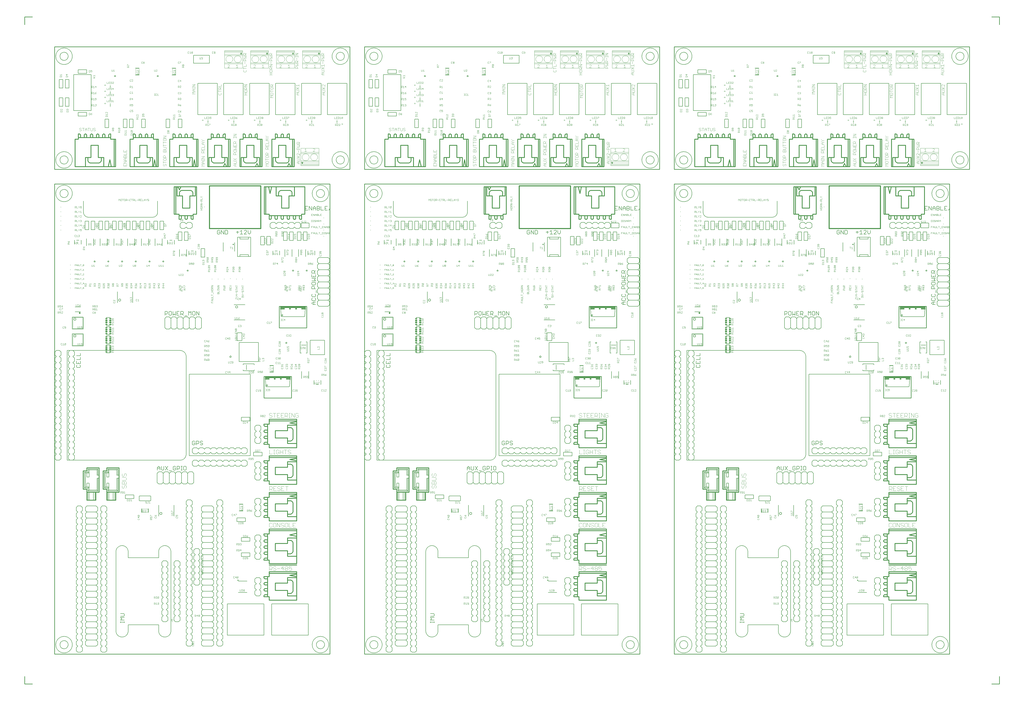
<source format=gto>
G75*
G70*
%OFA0B0*%
%FSLAX25Y25*%
%IPPOS*%
%LPD*%
%AMOC8*
5,1,8,0,0,1.08239X$1,22.5*
%
%ADD113R,0.00790X0.00790*%
%ADD122C,0.00600*%
%ADD127C,0.01000*%
%ADD128R,0.01180X0.01180*%
%ADD130R,0.03000X0.02000*%
%ADD136C,0.00200*%
%ADD144R,0.03500X0.01500*%
%ADD148R,0.42000X0.03000*%
%ADD149C,0.00100*%
%ADD17C,0.00700*%
%ADD26C,0.01200*%
%ADD30R,0.03500X0.02000*%
%ADD32C,0.00300*%
%ADD57R,0.01180X0.00590*%
%ADD59R,0.07500X0.02000*%
%ADD68C,0.00400*%
%ADD76C,0.00800*%
%ADD88C,0.01600*%
%ADD91C,0.00500*%
%ADD95C,0.00040*%
X0060000Y0060000D02*
G75*
%LPD*%
D122*
X0068310Y0075000D02*
X0068330Y0075510D01*
X0068390Y0076020D01*
X0068490Y0076520D01*
X0068620Y0077020D01*
X0068800Y0077500D01*
X0069000Y0077970D01*
X0069250Y0078420D01*
X0069530Y0078850D01*
X0069840Y0079260D01*
X0070180Y0079640D01*
X0070550Y0079990D01*
X0070940Y0080320D01*
X0071360Y0080620D01*
X0071800Y0080880D01*
X0072260Y0081100D01*
X0072740Y0081300D01*
X0073230Y0081450D01*
X0073730Y0081570D01*
X0074230Y0081650D01*
X0074740Y0081690D01*
X0075260Y0081690D01*
X0075770Y0081650D01*
X0076270Y0081570D01*
X0076770Y0081450D01*
X0077260Y0081300D01*
X0077740Y0081100D01*
X0078200Y0080880D01*
X0078640Y0080620D01*
X0079060Y0080320D01*
X0079450Y0079990D01*
X0079820Y0079640D01*
X0080160Y0079260D01*
X0080470Y0078850D01*
X0080750Y0078420D01*
X0081000Y0077970D01*
X0081200Y0077500D01*
X0081380Y0077020D01*
X0081510Y0076520D01*
X0081610Y0076020D01*
X0081670Y0075510D01*
X0081690Y0075000D01*
X0081670Y0074490D01*
X0081610Y0073980D01*
X0081510Y0073480D01*
X0081380Y0072980D01*
X0081200Y0072500D01*
X0081000Y0072030D01*
X0080750Y0071580D01*
X0080470Y0071150D01*
X0080160Y0070740D01*
X0079820Y0070360D01*
X0079450Y0070010D01*
X0079060Y0069680D01*
X0078640Y0069380D01*
X0078200Y0069120D01*
X0077740Y0068900D01*
X0077260Y0068700D01*
X0076770Y0068550D01*
X0076270Y0068430D01*
X0075770Y0068350D01*
X0075260Y0068310D01*
X0074740Y0068310D01*
X0074230Y0068350D01*
X0073730Y0068430D01*
X0073230Y0068550D01*
X0072740Y0068700D01*
X0072260Y0068900D01*
X0071800Y0069120D01*
X0071360Y0069380D01*
X0070940Y0069680D01*
X0070550Y0070010D01*
X0070180Y0070360D01*
X0069840Y0070740D01*
X0069530Y0071150D01*
X0069250Y0071580D01*
X0069000Y0072030D01*
X0068800Y0072500D01*
X0068620Y0072980D01*
X0068490Y0073480D01*
X0068390Y0073980D01*
X0068330Y0074490D01*
X0068310Y0075000D01*
X0061500Y0075000D02*
X0061520Y0075730D01*
X0061580Y0076460D01*
X0061680Y0077180D01*
X0061820Y0077900D01*
X0061990Y0078610D01*
X0062210Y0079310D01*
X0062460Y0080000D01*
X0062750Y0080670D01*
X0063070Y0081320D01*
X0063430Y0081960D01*
X0063830Y0082580D01*
X0064250Y0083170D01*
X0064710Y0083740D01*
X0065200Y0084280D01*
X0065720Y0084800D01*
X0066260Y0085290D01*
X0066830Y0085750D01*
X0067420Y0086170D01*
X0068040Y0086570D01*
X0068680Y0086930D01*
X0069330Y0087250D01*
X0070000Y0087540D01*
X0070690Y0087790D01*
X0071390Y0088010D01*
X0072100Y0088180D01*
X0072820Y0088320D01*
X0073540Y0088420D01*
X0074270Y0088480D01*
X0075000Y0088500D01*
X0075730Y0088480D01*
X0076460Y0088420D01*
X0077180Y0088320D01*
X0077900Y0088180D01*
X0078610Y0088010D01*
X0079310Y0087790D01*
X0080000Y0087540D01*
X0080670Y0087250D01*
X0081320Y0086930D01*
X0081960Y0086570D01*
X0082580Y0086170D01*
X0083170Y0085750D01*
X0083740Y0085290D01*
X0084280Y0084800D01*
X0084800Y0084280D01*
X0085290Y0083740D01*
X0085750Y0083170D01*
X0086170Y0082580D01*
X0086570Y0081960D01*
X0086930Y0081320D01*
X0087250Y0080670D01*
X0087540Y0080000D01*
X0087790Y0079310D01*
X0088010Y0078610D01*
X0088180Y0077900D01*
X0088320Y0077180D01*
X0088420Y0076460D01*
X0088480Y0075730D01*
X0088500Y0075000D01*
X0088480Y0074270D01*
X0088420Y0073540D01*
X0088320Y0072820D01*
X0088180Y0072100D01*
X0088010Y0071390D01*
X0087790Y0070690D01*
X0087540Y0070000D01*
X0087250Y0069330D01*
X0086930Y0068680D01*
X0086570Y0068040D01*
X0086170Y0067420D01*
X0085750Y0066830D01*
X0085290Y0066260D01*
X0084800Y0065720D01*
X0084280Y0065200D01*
X0083740Y0064710D01*
X0083170Y0064250D01*
X0082580Y0063830D01*
X0081960Y0063430D01*
X0081320Y0063070D01*
X0080670Y0062750D01*
X0080000Y0062460D01*
X0079310Y0062210D01*
X0078610Y0061990D01*
X0077900Y0061820D01*
X0077180Y0061680D01*
X0076460Y0061580D01*
X0075730Y0061520D01*
X0075000Y0061500D01*
X0074270Y0061520D01*
X0073540Y0061580D01*
X0072820Y0061680D01*
X0072100Y0061820D01*
X0071390Y0061990D01*
X0070690Y0062210D01*
X0070000Y0062460D01*
X0069330Y0062750D01*
X0068680Y0063070D01*
X0068040Y0063430D01*
X0067420Y0063830D01*
X0066830Y0064250D01*
X0066260Y0064710D01*
X0065720Y0065200D01*
X0065200Y0065720D01*
X0064710Y0066260D01*
X0064250Y0066830D01*
X0063830Y0067420D01*
X0063430Y0068040D01*
X0063070Y0068680D01*
X0062750Y0069330D01*
X0062460Y0070000D01*
X0062210Y0070690D01*
X0061990Y0071390D01*
X0061820Y0072100D01*
X0061680Y0072820D01*
X0061580Y0073540D01*
X0061520Y0074270D01*
X0061500Y0075000D01*
X0110000Y0075000D02*
X0112500Y0072500D01*
X0127500Y0072500D01*
X0130000Y0075000D01*
X0130000Y0080000D01*
X0127500Y0082500D01*
X0112500Y0082500D01*
X0110000Y0085000D01*
X0110000Y0090000D01*
X0112500Y0092500D01*
X0127500Y0092500D01*
X0130000Y0095000D01*
X0130000Y0100000D01*
X0127500Y0102500D01*
X0112500Y0102500D01*
X0110000Y0105000D01*
X0110000Y0110000D01*
X0112500Y0112500D01*
X0127500Y0112500D01*
X0130000Y0115000D01*
X0130000Y0120000D01*
X0127500Y0122500D01*
X0112500Y0122500D01*
X0110000Y0125000D01*
X0110000Y0130000D01*
X0112500Y0132500D01*
X0127500Y0132500D01*
X0130000Y0135000D01*
X0130000Y0140000D01*
X0127500Y0142500D01*
X0112500Y0142500D01*
X0110000Y0145000D01*
X0110000Y0150000D01*
X0112500Y0152500D01*
X0127500Y0152500D01*
X0130000Y0150000D01*
X0130000Y0145000D01*
X0127500Y0142500D01*
X0127500Y0132500D02*
X0130000Y0130000D01*
X0130000Y0125000D01*
X0127500Y0122500D01*
X0127500Y0112500D02*
X0130000Y0110000D01*
X0130000Y0105000D01*
X0127500Y0102500D01*
X0127500Y0092500D02*
X0130000Y0090000D01*
X0130000Y0085000D01*
X0127500Y0082500D01*
X0112500Y0082500D02*
X0110000Y0080000D01*
X0110000Y0075000D01*
X0112500Y0092500D02*
X0110000Y0095000D01*
X0110000Y0100000D01*
X0112500Y0102500D01*
X0112500Y0112500D02*
X0110000Y0115000D01*
X0110000Y0120000D01*
X0112500Y0122500D01*
X0112500Y0132500D02*
X0110000Y0135000D01*
X0110000Y0140000D01*
X0112500Y0142500D01*
X0112500Y0152500D02*
X0110000Y0155000D01*
X0110000Y0160000D01*
X0112500Y0162500D01*
X0127500Y0162500D01*
X0130000Y0160000D01*
X0130000Y0155000D01*
X0127500Y0152500D01*
X0127500Y0162500D02*
X0130000Y0165000D01*
X0130000Y0170000D01*
X0127500Y0172500D01*
X0112500Y0172500D01*
X0110000Y0175000D01*
X0110000Y0180000D01*
X0112500Y0182500D01*
X0127500Y0182500D01*
X0130000Y0180000D01*
X0130000Y0175000D01*
X0127500Y0172500D01*
X0127500Y0182500D02*
X0130000Y0185000D01*
X0130000Y0190000D01*
X0127500Y0192500D01*
X0112500Y0192500D01*
X0110000Y0195000D01*
X0110000Y0200000D01*
X0112500Y0202500D01*
X0127500Y0202500D01*
X0130000Y0200000D01*
X0130000Y0195000D01*
X0127500Y0192500D01*
X0127500Y0202500D02*
X0130000Y0205000D01*
X0130000Y0210000D01*
X0127500Y0212500D01*
X0112500Y0212500D01*
X0110000Y0215000D01*
X0110000Y0220000D01*
X0112500Y0222500D01*
X0127500Y0222500D01*
X0130000Y0220000D01*
X0130000Y0215000D01*
X0127500Y0212500D01*
X0127500Y0222500D02*
X0130000Y0225000D01*
X0130000Y0230000D01*
X0127500Y0232500D01*
X0130000Y0235000D01*
X0130000Y0240000D01*
X0127500Y0242500D01*
X0130000Y0245000D01*
X0130000Y0250000D01*
X0127500Y0252500D01*
X0130000Y0255000D01*
X0130000Y0260000D01*
X0127500Y0262500D01*
X0130000Y0265000D01*
X0130000Y0270000D01*
X0127500Y0272500D01*
X0130000Y0275000D01*
X0130000Y0280000D01*
X0127500Y0282500D01*
X0130000Y0285000D01*
X0130000Y0290000D01*
X0127500Y0292500D01*
X0130000Y0295000D01*
X0130000Y0300000D01*
X0127500Y0302500D01*
X0112500Y0302500D01*
X0110000Y0300000D01*
X0110000Y0295000D01*
X0112500Y0292500D01*
X0127500Y0292500D01*
X0127500Y0282500D02*
X0112500Y0282500D01*
X0110000Y0285000D01*
X0110000Y0290000D01*
X0112500Y0292500D01*
X0112500Y0282500D02*
X0110000Y0280000D01*
X0110000Y0275000D01*
X0112500Y0272500D01*
X0127500Y0272500D01*
X0127500Y0262500D02*
X0112500Y0262500D01*
X0110000Y0265000D01*
X0110000Y0270000D01*
X0112500Y0272500D01*
X0112500Y0262500D02*
X0110000Y0260000D01*
X0110000Y0255000D01*
X0112500Y0252500D01*
X0127500Y0252500D01*
X0127500Y0242500D02*
X0112500Y0242500D01*
X0110000Y0245000D01*
X0110000Y0250000D01*
X0112500Y0252500D01*
X0112500Y0242500D02*
X0110000Y0240000D01*
X0110000Y0235000D01*
X0112500Y0232500D01*
X0127500Y0232500D01*
X0112500Y0232500D02*
X0110000Y0230000D01*
X0110000Y0225000D01*
X0112500Y0222500D01*
X0112500Y0212500D02*
X0110000Y0210000D01*
X0110000Y0205000D01*
X0112500Y0202500D01*
X0112500Y0192500D02*
X0110000Y0190000D01*
X0110000Y0185000D01*
X0112500Y0182500D01*
X0112500Y0172500D02*
X0110000Y0170000D01*
X0110000Y0165000D01*
X0112500Y0162500D01*
X0199000Y0311000D02*
X0216000Y0311000D01*
X0216170Y0311020D01*
X0216340Y0311060D01*
X0216500Y0311130D01*
X0216640Y0311230D01*
X0216770Y0311360D01*
X0216870Y0311500D01*
X0216940Y0311660D01*
X0216980Y0311830D01*
X0217000Y0312000D01*
X0217000Y0318000D01*
X0216980Y0318170D01*
X0216940Y0318340D01*
X0216870Y0318500D01*
X0216770Y0318640D01*
X0216640Y0318770D01*
X0216500Y0318870D01*
X0216340Y0318940D01*
X0216170Y0318980D01*
X0216000Y0319000D01*
X0199000Y0319000D01*
X0198830Y0318980D01*
X0198660Y0318940D01*
X0198500Y0318870D01*
X0198360Y0318770D01*
X0198230Y0318640D01*
X0198130Y0318500D01*
X0198060Y0318340D01*
X0198020Y0318170D01*
X0198000Y0318000D01*
X0198000Y0312000D01*
X0198020Y0311830D01*
X0198060Y0311660D01*
X0198130Y0311500D01*
X0198230Y0311360D01*
X0198360Y0311230D01*
X0198500Y0311130D01*
X0198660Y0311060D01*
X0198830Y0311020D01*
X0199000Y0311000D01*
X0230040Y0303990D02*
X0230040Y0286010D01*
X0231740Y0290200D02*
X0231760Y0290460D01*
X0231820Y0290720D01*
X0231910Y0290960D01*
X0232040Y0291190D01*
X0232200Y0291400D01*
X0232390Y0291580D01*
X0232600Y0291740D01*
X0232840Y0291860D01*
X0233080Y0291940D01*
X0233340Y0291990D01*
X0233610Y0292000D01*
X0233870Y0291970D01*
X0234120Y0291900D01*
X0234360Y0291800D01*
X0234590Y0291660D01*
X0234790Y0291500D01*
X0234960Y0291300D01*
X0235110Y0291080D01*
X0235220Y0290840D01*
X0235300Y0290590D01*
X0235340Y0290330D01*
X0235340Y0290070D01*
X0235300Y0289810D01*
X0235220Y0289560D01*
X0235110Y0289320D01*
X0234960Y0289100D01*
X0234790Y0288900D01*
X0234590Y0288740D01*
X0234360Y0288600D01*
X0234120Y0288500D01*
X0233870Y0288430D01*
X0233610Y0288400D01*
X0233340Y0288410D01*
X0233080Y0288460D01*
X0232840Y0288540D01*
X0232600Y0288660D01*
X0232390Y0288820D01*
X0232200Y0289000D01*
X0232040Y0289210D01*
X0231910Y0289440D01*
X0231820Y0289680D01*
X0231760Y0289940D01*
X0231740Y0290200D01*
X0254960Y0286010D02*
X0254960Y0303990D01*
X0300000Y0300000D02*
X0300000Y0295000D01*
X0302500Y0292500D01*
X0317500Y0292500D01*
X0320000Y0295000D01*
X0320000Y0300000D01*
X0317500Y0302500D01*
X0302500Y0302500D01*
X0300000Y0300000D01*
X0302500Y0292500D02*
X0300000Y0290000D01*
X0300000Y0285000D01*
X0302500Y0282500D01*
X0317500Y0282500D01*
X0320000Y0285000D01*
X0320000Y0290000D01*
X0317500Y0292500D01*
X0317500Y0282500D02*
X0320000Y0280000D01*
X0320000Y0275000D01*
X0317500Y0272500D01*
X0302500Y0272500D01*
X0300000Y0275000D01*
X0300000Y0280000D01*
X0302500Y0282500D01*
X0302500Y0272500D02*
X0300000Y0270000D01*
X0300000Y0265000D01*
X0302500Y0262500D01*
X0317500Y0262500D01*
X0320000Y0265000D01*
X0320000Y0270000D01*
X0317500Y0272500D01*
X0317500Y0262500D02*
X0320000Y0260000D01*
X0320000Y0255000D01*
X0317500Y0252500D01*
X0302500Y0252500D01*
X0300000Y0255000D01*
X0300000Y0260000D01*
X0302500Y0262500D01*
X0302500Y0252500D02*
X0300000Y0250000D01*
X0300000Y0245000D01*
X0302500Y0242500D01*
X0317500Y0242500D01*
X0320000Y0245000D01*
X0320000Y0250000D01*
X0317500Y0252500D01*
X0317500Y0242500D02*
X0320000Y0240000D01*
X0320000Y0235000D01*
X0317500Y0232500D01*
X0302500Y0232500D01*
X0300000Y0235000D01*
X0300000Y0240000D01*
X0302500Y0242500D01*
X0302500Y0232500D02*
X0300000Y0230000D01*
X0300000Y0225000D01*
X0302500Y0222500D01*
X0317500Y0222500D01*
X0320000Y0220000D01*
X0320000Y0215000D01*
X0317500Y0212500D01*
X0302500Y0212500D01*
X0300000Y0215000D01*
X0300000Y0220000D01*
X0302500Y0222500D01*
X0302500Y0212500D02*
X0300000Y0210000D01*
X0300000Y0205000D01*
X0302500Y0202500D01*
X0317500Y0202500D01*
X0320000Y0200000D01*
X0320000Y0195000D01*
X0317500Y0192500D01*
X0302500Y0192500D01*
X0300000Y0195000D01*
X0300000Y0200000D01*
X0302500Y0202500D01*
X0302500Y0192500D02*
X0300000Y0190000D01*
X0300000Y0185000D01*
X0302500Y0182500D01*
X0317500Y0182500D01*
X0320000Y0180000D01*
X0320000Y0175000D01*
X0317500Y0172500D01*
X0302500Y0172500D01*
X0300000Y0175000D01*
X0300000Y0180000D01*
X0302500Y0182500D01*
X0302500Y0172500D02*
X0300000Y0170000D01*
X0300000Y0165000D01*
X0302500Y0162500D01*
X0317500Y0162500D01*
X0320000Y0160000D01*
X0320000Y0155000D01*
X0317500Y0152500D01*
X0302500Y0152500D01*
X0300000Y0155000D01*
X0300000Y0160000D01*
X0302500Y0162500D01*
X0302500Y0152500D02*
X0300000Y0150000D01*
X0300000Y0145000D01*
X0302500Y0142500D01*
X0317500Y0142500D01*
X0320000Y0140000D01*
X0320000Y0135000D01*
X0317500Y0132500D01*
X0302500Y0132500D01*
X0300000Y0135000D01*
X0300000Y0140000D01*
X0302500Y0142500D01*
X0302500Y0132500D02*
X0300000Y0130000D01*
X0300000Y0125000D01*
X0302500Y0122500D01*
X0317500Y0122500D01*
X0320000Y0125000D01*
X0320000Y0130000D01*
X0317500Y0132500D01*
X0317500Y0122500D02*
X0320000Y0120000D01*
X0320000Y0115000D01*
X0317500Y0112500D01*
X0302500Y0112500D01*
X0300000Y0115000D01*
X0300000Y0120000D01*
X0302500Y0122500D01*
X0302500Y0112500D02*
X0300000Y0110000D01*
X0300000Y0105000D01*
X0302500Y0102500D01*
X0317500Y0102500D01*
X0320000Y0105000D01*
X0320000Y0110000D01*
X0317500Y0112500D01*
X0317500Y0102500D02*
X0320000Y0100000D01*
X0320000Y0095000D01*
X0317500Y0092500D01*
X0302500Y0092500D01*
X0300000Y0095000D01*
X0300000Y0100000D01*
X0302500Y0102500D01*
X0302500Y0092500D02*
X0300000Y0090000D01*
X0300000Y0085000D01*
X0302500Y0082500D01*
X0317500Y0082500D01*
X0320000Y0085000D01*
X0320000Y0090000D01*
X0317500Y0092500D01*
X0317500Y0082500D02*
X0320000Y0080000D01*
X0320000Y0075000D01*
X0317500Y0072500D01*
X0302500Y0072500D01*
X0300000Y0075000D01*
X0300000Y0080000D01*
X0302500Y0082500D01*
X0317500Y0142500D02*
X0320000Y0145000D01*
X0320000Y0150000D01*
X0317500Y0152500D01*
X0317500Y0162500D02*
X0320000Y0165000D01*
X0320000Y0170000D01*
X0317500Y0172500D01*
X0317500Y0182500D02*
X0320000Y0185000D01*
X0320000Y0190000D01*
X0317500Y0192500D01*
X0317500Y0202500D02*
X0320000Y0205000D01*
X0320000Y0210000D01*
X0317500Y0212500D01*
X0317500Y0222500D02*
X0320000Y0225000D01*
X0320000Y0230000D01*
X0317500Y0232500D01*
X0360400Y0179300D02*
X0374600Y0179300D01*
X0374600Y0160700D02*
X0360400Y0160700D01*
X0488310Y0075000D02*
X0488330Y0075510D01*
X0488390Y0076020D01*
X0488490Y0076520D01*
X0488620Y0077020D01*
X0488800Y0077500D01*
X0489000Y0077970D01*
X0489250Y0078420D01*
X0489530Y0078850D01*
X0489840Y0079260D01*
X0490180Y0079640D01*
X0490550Y0079990D01*
X0490940Y0080320D01*
X0491360Y0080620D01*
X0491800Y0080880D01*
X0492260Y0081100D01*
X0492740Y0081300D01*
X0493230Y0081450D01*
X0493730Y0081570D01*
X0494230Y0081650D01*
X0494740Y0081690D01*
X0495260Y0081690D01*
X0495770Y0081650D01*
X0496270Y0081570D01*
X0496770Y0081450D01*
X0497260Y0081300D01*
X0497740Y0081100D01*
X0498200Y0080880D01*
X0498640Y0080620D01*
X0499060Y0080320D01*
X0499450Y0079990D01*
X0499820Y0079640D01*
X0500160Y0079260D01*
X0500470Y0078850D01*
X0500750Y0078420D01*
X0501000Y0077970D01*
X0501200Y0077500D01*
X0501380Y0077020D01*
X0501510Y0076520D01*
X0501610Y0076020D01*
X0501670Y0075510D01*
X0501690Y0075000D01*
X0501670Y0074490D01*
X0501610Y0073980D01*
X0501510Y0073480D01*
X0501380Y0072980D01*
X0501200Y0072500D01*
X0501000Y0072030D01*
X0500750Y0071580D01*
X0500470Y0071150D01*
X0500160Y0070740D01*
X0499820Y0070360D01*
X0499450Y0070010D01*
X0499060Y0069680D01*
X0498640Y0069380D01*
X0498200Y0069120D01*
X0497740Y0068900D01*
X0497260Y0068700D01*
X0496770Y0068550D01*
X0496270Y0068430D01*
X0495770Y0068350D01*
X0495260Y0068310D01*
X0494740Y0068310D01*
X0494230Y0068350D01*
X0493730Y0068430D01*
X0493230Y0068550D01*
X0492740Y0068700D01*
X0492260Y0068900D01*
X0491800Y0069120D01*
X0491360Y0069380D01*
X0490940Y0069680D01*
X0490550Y0070010D01*
X0490180Y0070360D01*
X0489840Y0070740D01*
X0489530Y0071150D01*
X0489250Y0071580D01*
X0489000Y0072030D01*
X0488800Y0072500D01*
X0488620Y0072980D01*
X0488490Y0073480D01*
X0488390Y0073980D01*
X0488330Y0074490D01*
X0488310Y0075000D01*
X0481500Y0075000D02*
X0481520Y0075730D01*
X0481580Y0076460D01*
X0481680Y0077180D01*
X0481820Y0077900D01*
X0481990Y0078610D01*
X0482210Y0079310D01*
X0482460Y0080000D01*
X0482750Y0080670D01*
X0483070Y0081320D01*
X0483430Y0081960D01*
X0483830Y0082580D01*
X0484250Y0083170D01*
X0484710Y0083740D01*
X0485200Y0084280D01*
X0485720Y0084800D01*
X0486260Y0085290D01*
X0486830Y0085750D01*
X0487420Y0086170D01*
X0488040Y0086570D01*
X0488680Y0086930D01*
X0489330Y0087250D01*
X0490000Y0087540D01*
X0490690Y0087790D01*
X0491390Y0088010D01*
X0492100Y0088180D01*
X0492820Y0088320D01*
X0493540Y0088420D01*
X0494270Y0088480D01*
X0495000Y0088500D01*
X0495730Y0088480D01*
X0496460Y0088420D01*
X0497180Y0088320D01*
X0497900Y0088180D01*
X0498610Y0088010D01*
X0499310Y0087790D01*
X0500000Y0087540D01*
X0500670Y0087250D01*
X0501320Y0086930D01*
X0501960Y0086570D01*
X0502580Y0086170D01*
X0503170Y0085750D01*
X0503740Y0085290D01*
X0504280Y0084800D01*
X0504800Y0084280D01*
X0505290Y0083740D01*
X0505750Y0083170D01*
X0506170Y0082580D01*
X0506570Y0081960D01*
X0506930Y0081320D01*
X0507250Y0080670D01*
X0507540Y0080000D01*
X0507790Y0079310D01*
X0508010Y0078610D01*
X0508180Y0077900D01*
X0508320Y0077180D01*
X0508420Y0076460D01*
X0508480Y0075730D01*
X0508500Y0075000D01*
X0508480Y0074270D01*
X0508420Y0073540D01*
X0508320Y0072820D01*
X0508180Y0072100D01*
X0508010Y0071390D01*
X0507790Y0070690D01*
X0507540Y0070000D01*
X0507250Y0069330D01*
X0506930Y0068680D01*
X0506570Y0068040D01*
X0506170Y0067420D01*
X0505750Y0066830D01*
X0505290Y0066260D01*
X0504800Y0065720D01*
X0504280Y0065200D01*
X0503740Y0064710D01*
X0503170Y0064250D01*
X0502580Y0063830D01*
X0501960Y0063430D01*
X0501320Y0063070D01*
X0500670Y0062750D01*
X0500000Y0062460D01*
X0499310Y0062210D01*
X0498610Y0061990D01*
X0497900Y0061820D01*
X0497180Y0061680D01*
X0496460Y0061580D01*
X0495730Y0061520D01*
X0495000Y0061500D01*
X0494270Y0061520D01*
X0493540Y0061580D01*
X0492820Y0061680D01*
X0492100Y0061820D01*
X0491390Y0061990D01*
X0490690Y0062210D01*
X0490000Y0062460D01*
X0489330Y0062750D01*
X0488680Y0063070D01*
X0488040Y0063430D01*
X0487420Y0063830D01*
X0486830Y0064250D01*
X0486260Y0064710D01*
X0485720Y0065200D01*
X0485200Y0065720D01*
X0484710Y0066260D01*
X0484250Y0066830D01*
X0483830Y0067420D01*
X0483430Y0068040D01*
X0483070Y0068680D01*
X0482750Y0069330D01*
X0482460Y0070000D01*
X0482210Y0070690D01*
X0481990Y0071390D01*
X0481820Y0072100D01*
X0481680Y0072820D01*
X0481580Y0073540D01*
X0481520Y0074270D01*
X0481500Y0075000D01*
X0484400Y0501810D02*
X0484770Y0501810D01*
X0484400Y0501810D02*
X0484400Y0508190D01*
X0484770Y0508190D01*
X0487940Y0508190D02*
X0488310Y0508190D01*
X0491680Y0508190D02*
X0492050Y0508190D01*
X0495230Y0508190D02*
X0495600Y0508190D01*
X0495600Y0501810D01*
X0495230Y0501810D01*
X0492050Y0501810D02*
X0487940Y0501810D01*
X0475800Y0511600D02*
X0475800Y0523300D01*
X0464200Y0523300D02*
X0464200Y0511600D01*
X0492500Y0630000D02*
X0507500Y0630000D01*
X0510000Y0632500D01*
X0510000Y0637500D01*
X0507500Y0640000D01*
X0492500Y0640000D01*
X0490000Y0637500D01*
X0490000Y0632500D01*
X0492500Y0630000D01*
X0492500Y0640000D02*
X0490000Y0642500D01*
X0490000Y0647500D01*
X0492500Y0650000D01*
X0507500Y0650000D01*
X0510000Y0647500D01*
X0510000Y0642500D01*
X0507500Y0640000D01*
X0507500Y0650000D02*
X0510000Y0652500D01*
X0510000Y0657500D01*
X0507500Y0660000D01*
X0492500Y0660000D01*
X0490000Y0657500D01*
X0490000Y0652500D01*
X0492500Y0650000D01*
X0492500Y0660000D02*
X0490000Y0662500D01*
X0490000Y0667500D01*
X0492500Y0670000D01*
X0507500Y0670000D01*
X0510000Y0667500D01*
X0510000Y0662500D01*
X0507500Y0660000D01*
X0507500Y0670000D02*
X0510000Y0672500D01*
X0510000Y0677500D01*
X0507500Y0680000D01*
X0492500Y0680000D01*
X0490000Y0677500D01*
X0490000Y0672500D01*
X0492500Y0670000D01*
X0492500Y0680000D02*
X0490000Y0682500D01*
X0490000Y0687500D01*
X0492500Y0690000D01*
X0507500Y0690000D01*
X0510000Y0687500D01*
X0510000Y0682500D01*
X0507500Y0680000D01*
X0507500Y0690000D02*
X0510000Y0692500D01*
X0510000Y0697500D01*
X0507500Y0700000D01*
X0492500Y0700000D01*
X0490000Y0697500D01*
X0490000Y0692500D01*
X0492500Y0690000D01*
X0492500Y0700000D02*
X0490000Y0702500D01*
X0490000Y0707500D01*
X0492500Y0710000D01*
X0507500Y0710000D01*
X0510000Y0707500D01*
X0510000Y0702500D01*
X0507500Y0700000D01*
X0485600Y0714310D02*
X0485230Y0714310D01*
X0485600Y0714310D02*
X0485600Y0720690D01*
X0485230Y0720690D01*
X0482050Y0720690D02*
X0477940Y0720690D01*
X0474770Y0720690D02*
X0474400Y0720690D01*
X0474400Y0714310D01*
X0474770Y0714310D01*
X0477940Y0714310D02*
X0478310Y0714310D01*
X0481680Y0714310D02*
X0482050Y0714310D01*
X0470800Y0711700D02*
X0470800Y0723400D01*
X0459200Y0723400D02*
X0459200Y0711700D01*
X0448300Y0711700D02*
X0448300Y0723400D01*
X0436700Y0723400D02*
X0436700Y0711700D01*
X0428100Y0714310D02*
X0428100Y0720690D01*
X0427730Y0720690D01*
X0424550Y0720690D02*
X0420440Y0720690D01*
X0417270Y0720690D02*
X0416900Y0720690D01*
X0416900Y0714310D01*
X0417270Y0714310D01*
X0420440Y0714310D02*
X0420810Y0714310D01*
X0424180Y0714310D02*
X0424550Y0714310D01*
X0427730Y0714310D02*
X0428100Y0714310D01*
X0464500Y0758500D02*
X0475500Y0758500D01*
X0475670Y0758520D01*
X0475840Y0758560D01*
X0476000Y0758630D01*
X0476140Y0758730D01*
X0476270Y0758860D01*
X0476370Y0759000D01*
X0476440Y0759160D01*
X0476480Y0759330D01*
X0476500Y0759500D01*
X0476500Y0765500D01*
X0476480Y0765670D01*
X0476440Y0765840D01*
X0476370Y0766000D01*
X0476270Y0766140D01*
X0476140Y0766270D01*
X0476000Y0766370D01*
X0475840Y0766440D01*
X0475670Y0766480D01*
X0475500Y0766500D01*
X0464500Y0766500D01*
X0464330Y0766480D01*
X0464160Y0766440D01*
X0464000Y0766370D01*
X0463860Y0766270D01*
X0463730Y0766140D01*
X0463630Y0766000D01*
X0463560Y0765840D01*
X0463520Y0765670D01*
X0463500Y0765500D01*
X0463500Y0759500D01*
X0463520Y0759330D01*
X0463560Y0759160D01*
X0463630Y0759000D01*
X0463730Y0758860D01*
X0463860Y0758730D01*
X0464000Y0758630D01*
X0464160Y0758560D01*
X0464330Y0758520D01*
X0464500Y0758500D01*
X0488310Y0815000D02*
X0488330Y0815510D01*
X0488390Y0816020D01*
X0488490Y0816520D01*
X0488620Y0817020D01*
X0488800Y0817500D01*
X0489000Y0817970D01*
X0489250Y0818420D01*
X0489530Y0818850D01*
X0489840Y0819260D01*
X0490180Y0819640D01*
X0490550Y0819990D01*
X0490940Y0820320D01*
X0491360Y0820620D01*
X0491800Y0820880D01*
X0492260Y0821100D01*
X0492740Y0821300D01*
X0493230Y0821450D01*
X0493730Y0821570D01*
X0494230Y0821650D01*
X0494740Y0821690D01*
X0495260Y0821690D01*
X0495770Y0821650D01*
X0496270Y0821570D01*
X0496770Y0821450D01*
X0497260Y0821300D01*
X0497740Y0821100D01*
X0498200Y0820880D01*
X0498640Y0820620D01*
X0499060Y0820320D01*
X0499450Y0819990D01*
X0499820Y0819640D01*
X0500160Y0819260D01*
X0500470Y0818850D01*
X0500750Y0818420D01*
X0501000Y0817970D01*
X0501200Y0817500D01*
X0501380Y0817020D01*
X0501510Y0816520D01*
X0501610Y0816020D01*
X0501670Y0815510D01*
X0501690Y0815000D01*
X0501670Y0814490D01*
X0501610Y0813980D01*
X0501510Y0813480D01*
X0501380Y0812980D01*
X0501200Y0812500D01*
X0501000Y0812030D01*
X0500750Y0811580D01*
X0500470Y0811150D01*
X0500160Y0810740D01*
X0499820Y0810360D01*
X0499450Y0810010D01*
X0499060Y0809680D01*
X0498640Y0809380D01*
X0498200Y0809120D01*
X0497740Y0808900D01*
X0497260Y0808700D01*
X0496770Y0808550D01*
X0496270Y0808430D01*
X0495770Y0808350D01*
X0495260Y0808310D01*
X0494740Y0808310D01*
X0494230Y0808350D01*
X0493730Y0808430D01*
X0493230Y0808550D01*
X0492740Y0808700D01*
X0492260Y0808900D01*
X0491800Y0809120D01*
X0491360Y0809380D01*
X0490940Y0809680D01*
X0490550Y0810010D01*
X0490180Y0810360D01*
X0489840Y0810740D01*
X0489530Y0811150D01*
X0489250Y0811580D01*
X0489000Y0812030D01*
X0488800Y0812500D01*
X0488620Y0812980D01*
X0488490Y0813480D01*
X0488390Y0813980D01*
X0488330Y0814490D01*
X0488310Y0815000D01*
X0481500Y0815000D02*
X0481520Y0815730D01*
X0481580Y0816460D01*
X0481680Y0817180D01*
X0481820Y0817900D01*
X0481990Y0818610D01*
X0482210Y0819310D01*
X0482460Y0820000D01*
X0482750Y0820670D01*
X0483070Y0821320D01*
X0483430Y0821960D01*
X0483830Y0822580D01*
X0484250Y0823170D01*
X0484710Y0823740D01*
X0485200Y0824280D01*
X0485720Y0824800D01*
X0486260Y0825290D01*
X0486830Y0825750D01*
X0487420Y0826170D01*
X0488040Y0826570D01*
X0488680Y0826930D01*
X0489330Y0827250D01*
X0490000Y0827540D01*
X0490690Y0827790D01*
X0491390Y0828010D01*
X0492100Y0828180D01*
X0492820Y0828320D01*
X0493540Y0828420D01*
X0494270Y0828480D01*
X0495000Y0828500D01*
X0495730Y0828480D01*
X0496460Y0828420D01*
X0497180Y0828320D01*
X0497900Y0828180D01*
X0498610Y0828010D01*
X0499310Y0827790D01*
X0500000Y0827540D01*
X0500670Y0827250D01*
X0501320Y0826930D01*
X0501960Y0826570D01*
X0502580Y0826170D01*
X0503170Y0825750D01*
X0503740Y0825290D01*
X0504280Y0824800D01*
X0504800Y0824280D01*
X0505290Y0823740D01*
X0505750Y0823170D01*
X0506170Y0822580D01*
X0506570Y0821960D01*
X0506930Y0821320D01*
X0507250Y0820670D01*
X0507540Y0820000D01*
X0507790Y0819310D01*
X0508010Y0818610D01*
X0508180Y0817900D01*
X0508320Y0817180D01*
X0508420Y0816460D01*
X0508480Y0815730D01*
X0508500Y0815000D01*
X0508480Y0814270D01*
X0508420Y0813540D01*
X0508320Y0812820D01*
X0508180Y0812100D01*
X0508010Y0811390D01*
X0507790Y0810690D01*
X0507540Y0810000D01*
X0507250Y0809330D01*
X0506930Y0808680D01*
X0506570Y0808040D01*
X0506170Y0807420D01*
X0505750Y0806830D01*
X0505290Y0806260D01*
X0504800Y0805720D01*
X0504280Y0805200D01*
X0503740Y0804710D01*
X0503170Y0804250D01*
X0502580Y0803830D01*
X0501960Y0803430D01*
X0501320Y0803070D01*
X0500670Y0802750D01*
X0500000Y0802460D01*
X0499310Y0802210D01*
X0498610Y0801990D01*
X0497900Y0801820D01*
X0497180Y0801680D01*
X0496460Y0801580D01*
X0495730Y0801520D01*
X0495000Y0801500D01*
X0494270Y0801520D01*
X0493540Y0801580D01*
X0492820Y0801680D01*
X0492100Y0801820D01*
X0491390Y0801990D01*
X0490690Y0802210D01*
X0490000Y0802460D01*
X0489330Y0802750D01*
X0488680Y0803070D01*
X0488040Y0803430D01*
X0487420Y0803830D01*
X0486830Y0804250D01*
X0486260Y0804710D01*
X0485720Y0805200D01*
X0485200Y0805720D01*
X0484710Y0806260D01*
X0484250Y0806830D01*
X0483830Y0807420D01*
X0483430Y0808040D01*
X0483070Y0808680D01*
X0482750Y0809330D01*
X0482460Y0810000D01*
X0482210Y0810690D01*
X0481990Y0811390D01*
X0481820Y0812100D01*
X0481680Y0812820D01*
X0481580Y0813540D01*
X0481520Y0814270D01*
X0481500Y0815000D01*
X0380620Y0754710D02*
X0380620Y0750440D01*
X0378490Y0748300D01*
X0376350Y0750440D01*
X0376350Y0754710D01*
X0374180Y0753640D02*
X0374180Y0752570D01*
X0369910Y0748300D01*
X0374180Y0748300D01*
X0374180Y0753640D02*
X0373110Y0754710D01*
X0370970Y0754710D01*
X0369910Y0753640D01*
X0365600Y0754710D02*
X0365600Y0748300D01*
X0367730Y0748300D02*
X0363460Y0748300D01*
X0361280Y0751500D02*
X0357010Y0751500D01*
X0359150Y0749370D02*
X0359150Y0753640D01*
X0363460Y0752570D02*
X0365600Y0754710D01*
X0354300Y0734600D02*
X0354300Y0720400D01*
X0342050Y0748300D02*
X0338850Y0748300D01*
X0338850Y0754710D01*
X0342050Y0754710D01*
X0343120Y0753640D01*
X0343120Y0749370D01*
X0342050Y0748300D01*
X0336680Y0748300D02*
X0336680Y0754710D01*
X0332410Y0754710D02*
X0332410Y0748300D01*
X0330230Y0749370D02*
X0330230Y0751500D01*
X0328100Y0751500D01*
X0330230Y0749370D02*
X0329160Y0748300D01*
X0327030Y0748300D01*
X0325960Y0749370D01*
X0325960Y0753640D01*
X0327030Y0754710D01*
X0329160Y0754710D01*
X0330230Y0753640D01*
X0332410Y0754710D02*
X0336680Y0748300D01*
X0335700Y0734600D02*
X0335700Y0720400D01*
X0290600Y0720690D02*
X0290600Y0714310D01*
X0290230Y0714310D01*
X0287050Y0714310D02*
X0286680Y0714310D01*
X0283310Y0714310D02*
X0282940Y0714310D01*
X0279770Y0714310D02*
X0279400Y0714310D01*
X0279400Y0720690D01*
X0279770Y0720690D01*
X0282940Y0720690D02*
X0287050Y0720690D01*
X0290230Y0720690D02*
X0290600Y0720690D01*
X0275800Y0723400D02*
X0275800Y0711700D01*
X0264200Y0711700D02*
X0264200Y0723400D01*
X0255600Y0731810D02*
X0255230Y0731810D01*
X0255600Y0731810D02*
X0255600Y0738190D01*
X0255230Y0738190D01*
X0252050Y0738190D02*
X0247940Y0738190D01*
X0244770Y0738190D02*
X0244400Y0738190D01*
X0244400Y0731810D01*
X0244770Y0731810D01*
X0247940Y0731810D02*
X0248310Y0731810D01*
X0251680Y0731810D02*
X0252050Y0731810D01*
X0235800Y0729200D02*
X0235800Y0740900D01*
X0224200Y0740900D02*
X0224200Y0729200D01*
X0213300Y0729200D02*
X0213300Y0740900D01*
X0201700Y0740900D02*
X0201700Y0729200D01*
X0190800Y0729200D02*
X0190800Y0740900D01*
X0179200Y0740900D02*
X0179200Y0729200D01*
X0168300Y0729200D02*
X0168300Y0740900D01*
X0156700Y0740900D02*
X0156700Y0729200D01*
X0145800Y0729200D02*
X0145800Y0740900D01*
X0134200Y0740900D02*
X0134200Y0729200D01*
X0123300Y0729200D02*
X0123300Y0740900D01*
X0111700Y0740900D02*
X0111700Y0729200D01*
X0103100Y0731810D02*
X0102730Y0731810D01*
X0103100Y0731810D02*
X0103100Y0738190D01*
X0102730Y0738190D01*
X0099550Y0738190D02*
X0095440Y0738190D01*
X0092270Y0738190D02*
X0091900Y0738190D01*
X0091900Y0731810D01*
X0092270Y0731810D01*
X0095440Y0731810D02*
X0095810Y0731810D01*
X0099180Y0731810D02*
X0099550Y0731810D01*
X0068310Y0815000D02*
X0068330Y0815510D01*
X0068390Y0816020D01*
X0068490Y0816520D01*
X0068620Y0817020D01*
X0068800Y0817500D01*
X0069000Y0817970D01*
X0069250Y0818420D01*
X0069530Y0818850D01*
X0069840Y0819260D01*
X0070180Y0819640D01*
X0070550Y0819990D01*
X0070940Y0820320D01*
X0071360Y0820620D01*
X0071800Y0820880D01*
X0072260Y0821100D01*
X0072740Y0821300D01*
X0073230Y0821450D01*
X0073730Y0821570D01*
X0074230Y0821650D01*
X0074740Y0821690D01*
X0075260Y0821690D01*
X0075770Y0821650D01*
X0076270Y0821570D01*
X0076770Y0821450D01*
X0077260Y0821300D01*
X0077740Y0821100D01*
X0078200Y0820880D01*
X0078640Y0820620D01*
X0079060Y0820320D01*
X0079450Y0819990D01*
X0079820Y0819640D01*
X0080160Y0819260D01*
X0080470Y0818850D01*
X0080750Y0818420D01*
X0081000Y0817970D01*
X0081200Y0817500D01*
X0081380Y0817020D01*
X0081510Y0816520D01*
X0081610Y0816020D01*
X0081670Y0815510D01*
X0081690Y0815000D01*
X0081670Y0814490D01*
X0081610Y0813980D01*
X0081510Y0813480D01*
X0081380Y0812980D01*
X0081200Y0812500D01*
X0081000Y0812030D01*
X0080750Y0811580D01*
X0080470Y0811150D01*
X0080160Y0810740D01*
X0079820Y0810360D01*
X0079450Y0810010D01*
X0079060Y0809680D01*
X0078640Y0809380D01*
X0078200Y0809120D01*
X0077740Y0808900D01*
X0077260Y0808700D01*
X0076770Y0808550D01*
X0076270Y0808430D01*
X0075770Y0808350D01*
X0075260Y0808310D01*
X0074740Y0808310D01*
X0074230Y0808350D01*
X0073730Y0808430D01*
X0073230Y0808550D01*
X0072740Y0808700D01*
X0072260Y0808900D01*
X0071800Y0809120D01*
X0071360Y0809380D01*
X0070940Y0809680D01*
X0070550Y0810010D01*
X0070180Y0810360D01*
X0069840Y0810740D01*
X0069530Y0811150D01*
X0069250Y0811580D01*
X0069000Y0812030D01*
X0068800Y0812500D01*
X0068620Y0812980D01*
X0068490Y0813480D01*
X0068390Y0813980D01*
X0068330Y0814490D01*
X0068310Y0815000D01*
X0061500Y0815000D02*
X0061520Y0815730D01*
X0061580Y0816460D01*
X0061680Y0817180D01*
X0061820Y0817900D01*
X0061990Y0818610D01*
X0062210Y0819310D01*
X0062460Y0820000D01*
X0062750Y0820670D01*
X0063070Y0821320D01*
X0063430Y0821960D01*
X0063830Y0822580D01*
X0064250Y0823170D01*
X0064710Y0823740D01*
X0065200Y0824280D01*
X0065720Y0824800D01*
X0066260Y0825290D01*
X0066830Y0825750D01*
X0067420Y0826170D01*
X0068040Y0826570D01*
X0068680Y0826930D01*
X0069330Y0827250D01*
X0070000Y0827540D01*
X0070690Y0827790D01*
X0071390Y0828010D01*
X0072100Y0828180D01*
X0072820Y0828320D01*
X0073540Y0828420D01*
X0074270Y0828480D01*
X0075000Y0828500D01*
X0075730Y0828480D01*
X0076460Y0828420D01*
X0077180Y0828320D01*
X0077900Y0828180D01*
X0078610Y0828010D01*
X0079310Y0827790D01*
X0080000Y0827540D01*
X0080670Y0827250D01*
X0081320Y0826930D01*
X0081960Y0826570D01*
X0082580Y0826170D01*
X0083170Y0825750D01*
X0083740Y0825290D01*
X0084280Y0824800D01*
X0084800Y0824280D01*
X0085290Y0823740D01*
X0085750Y0823170D01*
X0086170Y0822580D01*
X0086570Y0821960D01*
X0086930Y0821320D01*
X0087250Y0820670D01*
X0087540Y0820000D01*
X0087790Y0819310D01*
X0088010Y0818610D01*
X0088180Y0817900D01*
X0088320Y0817180D01*
X0088420Y0816460D01*
X0088480Y0815730D01*
X0088500Y0815000D01*
X0088480Y0814270D01*
X0088420Y0813540D01*
X0088320Y0812820D01*
X0088180Y0812100D01*
X0088010Y0811390D01*
X0087790Y0810690D01*
X0087540Y0810000D01*
X0087250Y0809330D01*
X0086930Y0808680D01*
X0086570Y0808040D01*
X0086170Y0807420D01*
X0085750Y0806830D01*
X0085290Y0806260D01*
X0084800Y0805720D01*
X0084280Y0805200D01*
X0083740Y0804710D01*
X0083170Y0804250D01*
X0082580Y0803830D01*
X0081960Y0803430D01*
X0081320Y0803070D01*
X0080670Y0802750D01*
X0080000Y0802460D01*
X0079310Y0802210D01*
X0078610Y0801990D01*
X0077900Y0801820D01*
X0077180Y0801680D01*
X0076460Y0801580D01*
X0075730Y0801520D01*
X0075000Y0801500D01*
X0074270Y0801520D01*
X0073540Y0801580D01*
X0072820Y0801680D01*
X0072100Y0801820D01*
X0071390Y0801990D01*
X0070690Y0802210D01*
X0070000Y0802460D01*
X0069330Y0802750D01*
X0068680Y0803070D01*
X0068040Y0803430D01*
X0067420Y0803830D01*
X0066830Y0804250D01*
X0066260Y0804710D01*
X0065720Y0805200D01*
X0065200Y0805720D01*
X0064710Y0806260D01*
X0064250Y0806830D01*
X0063830Y0807420D01*
X0063430Y0808040D01*
X0063070Y0808680D01*
X0062750Y0809330D01*
X0062460Y0810000D01*
X0062210Y0810690D01*
X0061990Y0811390D01*
X0061820Y0812100D01*
X0061680Y0812820D01*
X0061580Y0813540D01*
X0061520Y0814270D01*
X0061500Y0815000D01*
X0162540Y0653990D02*
X0162540Y0636010D01*
X0164240Y0640200D02*
X0164260Y0640460D01*
X0164320Y0640720D01*
X0164410Y0640960D01*
X0164540Y0641190D01*
X0164700Y0641400D01*
X0164890Y0641580D01*
X0165100Y0641740D01*
X0165340Y0641860D01*
X0165580Y0641940D01*
X0165840Y0641990D01*
X0166110Y0642000D01*
X0166370Y0641970D01*
X0166620Y0641900D01*
X0166860Y0641800D01*
X0167090Y0641660D01*
X0167290Y0641500D01*
X0167460Y0641300D01*
X0167610Y0641080D01*
X0167720Y0640840D01*
X0167800Y0640590D01*
X0167840Y0640330D01*
X0167840Y0640070D01*
X0167800Y0639810D01*
X0167720Y0639560D01*
X0167610Y0639320D01*
X0167460Y0639100D01*
X0167290Y0638900D01*
X0167090Y0638740D01*
X0166860Y0638600D01*
X0166620Y0638500D01*
X0166370Y0638430D01*
X0166110Y0638400D01*
X0165840Y0638410D01*
X0165580Y0638460D01*
X0165340Y0638540D01*
X0165100Y0638660D01*
X0164890Y0638820D01*
X0164700Y0639000D01*
X0164540Y0639210D01*
X0164410Y0639440D01*
X0164320Y0639680D01*
X0164260Y0639940D01*
X0164240Y0640200D01*
X0187460Y0636010D02*
X0187460Y0653990D01*
X0240000Y0610000D02*
X0240000Y0595000D01*
X0242500Y0592500D01*
X0247500Y0592500D01*
X0250000Y0595000D01*
X0250000Y0610000D01*
X0252500Y0612500D01*
X0257500Y0612500D01*
X0260000Y0610000D01*
X0260000Y0595000D01*
X0262500Y0592500D01*
X0267500Y0592500D01*
X0270000Y0595000D01*
X0270000Y0610000D01*
X0272500Y0612500D01*
X0277500Y0612500D01*
X0280000Y0610000D01*
X0280000Y0595000D01*
X0282500Y0592500D01*
X0287500Y0592500D01*
X0290000Y0595000D01*
X0292500Y0592500D01*
X0297500Y0592500D01*
X0300000Y0595000D01*
X0300000Y0610000D01*
X0297500Y0612500D01*
X0292500Y0612500D01*
X0290000Y0610000D01*
X0290000Y0595000D01*
X0280000Y0595000D02*
X0277500Y0592500D01*
X0272500Y0592500D01*
X0270000Y0595000D01*
X0260000Y0595000D02*
X0257500Y0592500D01*
X0252500Y0592500D01*
X0250000Y0595000D01*
X0250000Y0610000D02*
X0247500Y0612500D01*
X0242500Y0612500D01*
X0240000Y0610000D01*
X0260000Y0610000D02*
X0262500Y0612500D01*
X0267500Y0612500D01*
X0270000Y0610000D01*
X0280000Y0610000D02*
X0282500Y0612500D01*
X0287500Y0612500D01*
X0290000Y0610000D01*
X0353510Y0607540D02*
X0371480Y0607540D01*
X0371480Y0632460D02*
X0353510Y0632460D01*
X0355900Y0628960D02*
X0355920Y0629220D01*
X0355980Y0629480D01*
X0356070Y0629720D01*
X0356200Y0629950D01*
X0356360Y0630160D01*
X0356550Y0630340D01*
X0356760Y0630500D01*
X0357000Y0630620D01*
X0357240Y0630700D01*
X0357500Y0630750D01*
X0357770Y0630760D01*
X0358030Y0630730D01*
X0358280Y0630660D01*
X0358520Y0630560D01*
X0358750Y0630420D01*
X0358950Y0630260D01*
X0359120Y0630060D01*
X0359270Y0629840D01*
X0359380Y0629600D01*
X0359460Y0629350D01*
X0359500Y0629090D01*
X0359500Y0628830D01*
X0359460Y0628570D01*
X0359380Y0628320D01*
X0359270Y0628080D01*
X0359120Y0627860D01*
X0358950Y0627660D01*
X0358750Y0627500D01*
X0358520Y0627360D01*
X0358280Y0627260D01*
X0358030Y0627190D01*
X0357770Y0627160D01*
X0357500Y0627170D01*
X0357240Y0627220D01*
X0357000Y0627300D01*
X0356760Y0627420D01*
X0356550Y0627580D01*
X0356360Y0627760D01*
X0356200Y0627970D01*
X0356070Y0628200D01*
X0355980Y0628440D01*
X0355920Y0628700D01*
X0355900Y0628960D01*
X0359500Y0586500D02*
X0365500Y0586500D01*
X0365670Y0586480D01*
X0365840Y0586440D01*
X0366000Y0586370D01*
X0366140Y0586270D01*
X0366270Y0586140D01*
X0366370Y0586000D01*
X0366440Y0585840D01*
X0366480Y0585670D01*
X0366500Y0585500D01*
X0366500Y0574500D01*
X0366480Y0574330D01*
X0366440Y0574160D01*
X0366370Y0574000D01*
X0366270Y0573860D01*
X0366140Y0573730D01*
X0366000Y0573630D01*
X0365840Y0573560D01*
X0365670Y0573520D01*
X0365500Y0573500D01*
X0359500Y0573500D01*
X0359330Y0573520D01*
X0359160Y0573560D01*
X0359000Y0573630D01*
X0358860Y0573730D01*
X0358730Y0573860D01*
X0358630Y0574000D01*
X0358560Y0574160D01*
X0358520Y0574330D01*
X0358500Y0574500D01*
X0358500Y0585500D01*
X0358520Y0585670D01*
X0358560Y0585840D01*
X0358630Y0586000D01*
X0358730Y0586140D01*
X0358860Y0586270D01*
X0359000Y0586370D01*
X0359160Y0586440D01*
X0359330Y0586480D01*
X0359500Y0586500D01*
X0106480Y0584900D02*
X0106480Y0565100D01*
X0088510Y0565100D01*
X0088510Y0584900D01*
X0106480Y0584900D01*
X0106480Y0592600D02*
X0106480Y0612400D01*
X0088510Y0612400D01*
X0088510Y0592600D01*
X0106480Y0592600D01*
X0090900Y0581400D02*
X0090920Y0581660D01*
X0090980Y0581920D01*
X0091070Y0582160D01*
X0091200Y0582390D01*
X0091360Y0582600D01*
X0091550Y0582780D01*
X0091760Y0582940D01*
X0092000Y0583060D01*
X0092240Y0583140D01*
X0092500Y0583190D01*
X0092770Y0583200D01*
X0093030Y0583170D01*
X0093280Y0583100D01*
X0093520Y0583000D01*
X0093750Y0582860D01*
X0093950Y0582700D01*
X0094120Y0582500D01*
X0094270Y0582280D01*
X0094380Y0582040D01*
X0094460Y0581790D01*
X0094500Y0581530D01*
X0094500Y0581270D01*
X0094460Y0581010D01*
X0094380Y0580760D01*
X0094270Y0580520D01*
X0094120Y0580300D01*
X0093950Y0580100D01*
X0093750Y0579940D01*
X0093520Y0579800D01*
X0093280Y0579700D01*
X0093030Y0579630D01*
X0092770Y0579600D01*
X0092500Y0579610D01*
X0092240Y0579660D01*
X0092000Y0579740D01*
X0091760Y0579860D01*
X0091550Y0580020D01*
X0091360Y0580200D01*
X0091200Y0580410D01*
X0091070Y0580640D01*
X0090980Y0580880D01*
X0090920Y0581140D01*
X0090900Y0581400D01*
X0090900Y0608900D02*
X0090920Y0609160D01*
X0090980Y0609420D01*
X0091070Y0609660D01*
X0091200Y0609890D01*
X0091360Y0610100D01*
X0091550Y0610280D01*
X0091760Y0610440D01*
X0092000Y0610560D01*
X0092240Y0610640D01*
X0092500Y0610690D01*
X0092770Y0610700D01*
X0093030Y0610670D01*
X0093280Y0610600D01*
X0093520Y0610500D01*
X0093750Y0610360D01*
X0093950Y0610200D01*
X0094120Y0610000D01*
X0094270Y0609780D01*
X0094380Y0609540D01*
X0094460Y0609290D01*
X0094500Y0609030D01*
X0094500Y0608770D01*
X0094460Y0608510D01*
X0094380Y0608260D01*
X0094270Y0608020D01*
X0094120Y0607800D01*
X0093950Y0607600D01*
X0093750Y0607440D01*
X0093520Y0607300D01*
X0093280Y0607200D01*
X0093030Y0607130D01*
X0092770Y0607100D01*
X0092500Y0607110D01*
X0092240Y0607160D01*
X0092000Y0607240D01*
X0091760Y0607360D01*
X0091550Y0607520D01*
X0091360Y0607700D01*
X0091200Y0607910D01*
X0091070Y0608140D01*
X0090980Y0608380D01*
X0090920Y0608640D01*
X0090900Y0608900D01*
D149*
X0171190Y0355710D02*
X0170040Y0354560D01*
X0170040Y0352260D01*
X0171190Y0351100D01*
X0172340Y0351100D01*
X0173490Y0352260D01*
X0173490Y0354560D01*
X0174640Y0355710D01*
X0175800Y0355710D01*
X0176950Y0354560D01*
X0176950Y0352260D01*
X0175800Y0351100D01*
X0175800Y0349260D02*
X0170040Y0349260D01*
X0170040Y0344660D02*
X0175800Y0344660D01*
X0176950Y0345810D01*
X0176950Y0348110D01*
X0175800Y0349260D01*
X0175800Y0342820D02*
X0176950Y0341670D01*
X0176950Y0338210D01*
X0170040Y0338210D01*
X0170040Y0341670D01*
X0171190Y0342820D01*
X0172340Y0342820D01*
X0173490Y0341670D01*
X0173490Y0338210D01*
X0174640Y0336370D02*
X0173490Y0335220D01*
X0173490Y0332920D01*
X0172340Y0331770D01*
X0171190Y0331770D01*
X0170040Y0332920D01*
X0170040Y0335220D01*
X0171190Y0336370D01*
X0174640Y0336370D02*
X0175800Y0336370D01*
X0176950Y0335220D01*
X0176950Y0332920D01*
X0175800Y0331770D01*
X0173490Y0341670D02*
X0174640Y0342820D01*
X0175800Y0342820D01*
X0411550Y0334460D02*
X0411550Y0327550D01*
X0411550Y0329850D02*
X0415000Y0329850D01*
X0416150Y0331000D01*
X0416150Y0333300D01*
X0415000Y0334460D01*
X0411550Y0334460D01*
X0413850Y0329850D02*
X0416150Y0327550D01*
X0417990Y0327550D02*
X0417990Y0334460D01*
X0422600Y0334460D01*
X0424440Y0333300D02*
X0424440Y0332150D01*
X0425590Y0331000D01*
X0427890Y0331000D01*
X0429040Y0329850D01*
X0429040Y0328700D01*
X0427890Y0327550D01*
X0425590Y0327550D01*
X0424440Y0328700D01*
X0422600Y0327550D02*
X0417990Y0327550D01*
X0417990Y0331000D02*
X0420290Y0331000D01*
X0424440Y0333300D02*
X0425590Y0334460D01*
X0427890Y0334460D01*
X0429040Y0333300D01*
X0430880Y0334460D02*
X0430880Y0327550D01*
X0435490Y0327550D01*
X0439630Y0327550D02*
X0439630Y0334460D01*
X0437330Y0334460D02*
X0441930Y0334460D01*
X0435490Y0334460D02*
X0430880Y0334460D01*
X0430880Y0331000D02*
X0433190Y0331000D01*
X0433840Y0274460D02*
X0431530Y0274460D01*
X0430380Y0273300D01*
X0430380Y0272150D01*
X0431530Y0271000D01*
X0433840Y0271000D01*
X0434990Y0269850D01*
X0434990Y0268700D01*
X0433840Y0267550D01*
X0431530Y0267550D01*
X0430380Y0268700D01*
X0428540Y0267550D02*
X0428540Y0274460D01*
X0423940Y0274460D02*
X0423940Y0267550D01*
X0422100Y0268700D02*
X0422100Y0273300D01*
X0420950Y0274460D01*
X0418640Y0274460D01*
X0417490Y0273300D01*
X0417490Y0268700D01*
X0418640Y0267550D01*
X0420950Y0267550D01*
X0422100Y0268700D01*
X0423940Y0274460D02*
X0428540Y0267550D01*
X0436830Y0268700D02*
X0436830Y0273300D01*
X0437980Y0274460D01*
X0440280Y0274460D01*
X0441430Y0273300D01*
X0441430Y0268700D01*
X0440280Y0267550D01*
X0437980Y0267550D01*
X0436830Y0268700D01*
X0434990Y0273300D02*
X0433840Y0274460D01*
X0443270Y0274460D02*
X0443270Y0267550D01*
X0447880Y0267550D01*
X0449720Y0267550D02*
X0454320Y0267550D01*
X0452020Y0271000D02*
X0449720Y0271000D01*
X0449720Y0267550D02*
X0449720Y0274460D01*
X0454320Y0274460D01*
X0415650Y0273300D02*
X0414500Y0274460D01*
X0412200Y0274460D01*
X0411050Y0273300D01*
X0411050Y0268700D01*
X0412200Y0267550D01*
X0414500Y0267550D01*
X0415650Y0268700D01*
X0414500Y0203460D02*
X0411050Y0203460D01*
X0411050Y0196550D01*
X0411050Y0198850D02*
X0414500Y0198850D01*
X0415650Y0200000D01*
X0415650Y0202300D01*
X0414500Y0203460D01*
X0417490Y0202300D02*
X0417490Y0201150D01*
X0418640Y0200000D01*
X0420950Y0200000D01*
X0422100Y0198850D01*
X0422100Y0197700D01*
X0420950Y0196550D01*
X0418640Y0196550D01*
X0417490Y0197700D01*
X0415650Y0196550D02*
X0413350Y0198850D01*
X0417490Y0202300D02*
X0418640Y0203460D01*
X0420950Y0203460D01*
X0422100Y0202300D01*
X0423940Y0200000D02*
X0428540Y0200000D01*
X0430380Y0200000D02*
X0434990Y0200000D01*
X0436830Y0198850D02*
X0437980Y0200000D01*
X0440280Y0200000D01*
X0441430Y0198850D01*
X0441430Y0197700D01*
X0440280Y0196550D01*
X0437980Y0196550D01*
X0436830Y0197700D01*
X0436830Y0198850D01*
X0437980Y0200000D02*
X0436830Y0201150D01*
X0436830Y0202300D01*
X0437980Y0203460D01*
X0440280Y0203460D01*
X0441430Y0202300D01*
X0441430Y0201150D01*
X0440280Y0200000D01*
X0443270Y0200000D02*
X0445580Y0201150D01*
X0446730Y0201150D01*
X0447880Y0200000D01*
X0447880Y0197700D01*
X0446730Y0196550D01*
X0444430Y0196550D01*
X0443270Y0197700D01*
X0443270Y0200000D02*
X0443270Y0203460D01*
X0447880Y0203460D01*
X0433840Y0203460D02*
X0430380Y0200000D01*
X0433840Y0196550D02*
X0433840Y0203460D01*
X0433340Y0387550D02*
X0433340Y0394460D01*
X0435180Y0394460D02*
X0439780Y0394460D01*
X0441630Y0393300D02*
X0441630Y0392150D01*
X0442780Y0391000D01*
X0445080Y0391000D01*
X0446230Y0389850D01*
X0446230Y0388700D01*
X0445080Y0387550D01*
X0442780Y0387550D01*
X0441630Y0388700D01*
X0437480Y0387550D02*
X0437480Y0394460D01*
X0441630Y0393300D02*
X0442780Y0394460D01*
X0445080Y0394460D01*
X0446230Y0393300D01*
X0433340Y0391000D02*
X0428730Y0391000D01*
X0426890Y0391000D02*
X0424590Y0391000D01*
X0426890Y0391000D02*
X0426890Y0388700D01*
X0425740Y0387550D01*
X0423440Y0387550D01*
X0422290Y0388700D01*
X0422290Y0393300D01*
X0423440Y0394460D01*
X0425740Y0394460D01*
X0426890Y0393300D01*
X0428730Y0394460D02*
X0428730Y0387550D01*
X0420290Y0387550D02*
X0417990Y0387550D01*
X0419140Y0387550D02*
X0419140Y0394460D01*
X0417990Y0394460D02*
X0420290Y0394460D01*
X0416150Y0387550D02*
X0411550Y0387550D01*
X0411550Y0394460D01*
X0412200Y0447550D02*
X0411050Y0448700D01*
X0412200Y0447550D02*
X0414500Y0447550D01*
X0415650Y0448700D01*
X0415650Y0449850D01*
X0414500Y0451000D01*
X0412200Y0451000D01*
X0411050Y0452150D01*
X0411050Y0453300D01*
X0412200Y0454460D01*
X0414500Y0454460D01*
X0415650Y0453300D01*
X0417490Y0454460D02*
X0422100Y0454460D01*
X0423940Y0454460D02*
X0423940Y0447550D01*
X0428540Y0447550D01*
X0430380Y0447550D02*
X0434990Y0447550D01*
X0436830Y0447550D02*
X0436830Y0454460D01*
X0440280Y0454460D01*
X0441430Y0453300D01*
X0441430Y0451000D01*
X0440280Y0449850D01*
X0436830Y0449850D01*
X0439130Y0449850D02*
X0441430Y0447550D01*
X0443270Y0447550D02*
X0445580Y0447550D01*
X0444430Y0447550D02*
X0444430Y0454460D01*
X0445580Y0454460D02*
X0443270Y0454460D01*
X0447570Y0454460D02*
X0452180Y0447550D01*
X0452180Y0454460D01*
X0454020Y0453300D02*
X0454020Y0448700D01*
X0455170Y0447550D01*
X0457470Y0447550D01*
X0458620Y0448700D01*
X0458620Y0451000D01*
X0456320Y0451000D01*
X0458620Y0453300D02*
X0457470Y0454460D01*
X0455170Y0454460D01*
X0454020Y0453300D01*
X0447570Y0454460D02*
X0447570Y0447550D01*
X0434990Y0454460D02*
X0430380Y0454460D01*
X0430380Y0447550D01*
X0430380Y0451000D02*
X0432690Y0451000D01*
X0428540Y0454460D02*
X0423940Y0454460D01*
X0423940Y0451000D02*
X0426240Y0451000D01*
X0419790Y0447550D02*
X0419790Y0454460D01*
D127*
X0402500Y0479500D02*
X0447500Y0479500D01*
X0447500Y0515000D01*
X0402500Y0515000D01*
X0402500Y0479500D01*
X0427500Y0594500D02*
X0427500Y0630000D01*
X0472500Y0630000D01*
X0472500Y0594500D01*
X0427500Y0594500D01*
D32*
X0430150Y0606350D02*
X0431110Y0606350D01*
X0430630Y0606350D02*
X0430630Y0609250D01*
X0430150Y0609250D02*
X0431110Y0609250D01*
X0432110Y0608770D02*
X0432110Y0606830D01*
X0432590Y0606350D01*
X0433560Y0606350D01*
X0434050Y0606830D01*
X0435060Y0607800D02*
X0436990Y0607800D01*
X0436510Y0606350D02*
X0436510Y0609250D01*
X0435060Y0607800D01*
X0434050Y0608770D02*
X0433560Y0609250D01*
X0432590Y0609250D01*
X0432110Y0608770D01*
X0439630Y0583550D02*
X0439150Y0583070D01*
X0439150Y0581130D01*
X0439630Y0580650D01*
X0440600Y0580650D01*
X0441080Y0581130D01*
X0442090Y0581130D02*
X0442580Y0580650D01*
X0443540Y0580650D01*
X0444030Y0581130D01*
X0444030Y0581620D01*
X0443540Y0582100D01*
X0443060Y0582100D01*
X0443540Y0582100D02*
X0444030Y0582580D01*
X0444030Y0583070D01*
X0443540Y0583550D01*
X0442580Y0583550D01*
X0442090Y0583070D01*
X0441080Y0583070D02*
X0440600Y0583550D01*
X0439630Y0583550D01*
X0445040Y0583070D02*
X0445520Y0583550D01*
X0446490Y0583550D01*
X0446970Y0583070D01*
X0446970Y0582580D01*
X0445040Y0580650D01*
X0446970Y0580650D01*
X0442560Y0564140D02*
X0441600Y0564140D01*
X0441110Y0563650D01*
X0441110Y0563170D01*
X0441600Y0562200D01*
X0440140Y0562200D01*
X0440140Y0564140D01*
X0442560Y0564140D02*
X0443050Y0563650D01*
X0443050Y0562690D01*
X0442560Y0562200D01*
X0443050Y0561190D02*
X0443050Y0559260D01*
X0443050Y0560220D02*
X0440140Y0560220D01*
X0441110Y0559260D01*
X0440140Y0558250D02*
X0442560Y0558250D01*
X0443050Y0557760D01*
X0443050Y0556790D01*
X0442560Y0556310D01*
X0440140Y0556310D01*
X0429550Y0556690D02*
X0429550Y0554760D01*
X0427610Y0556690D01*
X0427130Y0556690D01*
X0426640Y0556210D01*
X0426640Y0555240D01*
X0427130Y0554760D01*
X0427130Y0553750D02*
X0426640Y0553260D01*
X0426640Y0552290D01*
X0427130Y0551810D01*
X0429060Y0551810D01*
X0429550Y0552290D01*
X0429550Y0553260D01*
X0429060Y0553750D01*
X0429060Y0557700D02*
X0429550Y0558190D01*
X0429550Y0559150D01*
X0429060Y0559640D01*
X0427130Y0559640D01*
X0426640Y0559150D01*
X0426640Y0558190D01*
X0427130Y0557700D01*
X0427610Y0557700D01*
X0428100Y0558190D01*
X0428100Y0559640D01*
X0429060Y0564310D02*
X0429550Y0564790D01*
X0429550Y0565760D01*
X0429060Y0566250D01*
X0429550Y0567260D02*
X0427610Y0569190D01*
X0427130Y0569190D01*
X0426640Y0568710D01*
X0426640Y0567740D01*
X0427130Y0567260D01*
X0427130Y0566250D02*
X0426640Y0565760D01*
X0426640Y0564790D01*
X0427130Y0564310D01*
X0429060Y0564310D01*
X0429550Y0567260D02*
X0429550Y0569190D01*
X0429060Y0570200D02*
X0428580Y0570200D01*
X0428100Y0570690D01*
X0428100Y0571650D01*
X0428580Y0572140D01*
X0429060Y0572140D01*
X0429550Y0571650D01*
X0429550Y0570690D01*
X0429060Y0570200D01*
X0428100Y0570690D02*
X0427610Y0570200D01*
X0427130Y0570200D01*
X0426640Y0570690D01*
X0426640Y0571650D01*
X0427130Y0572140D01*
X0427610Y0572140D01*
X0428100Y0571650D01*
X0428020Y0546050D02*
X0428990Y0546050D01*
X0429470Y0545570D01*
X0427540Y0543630D01*
X0428020Y0543150D01*
X0428990Y0543150D01*
X0429470Y0543630D01*
X0429470Y0545570D01*
X0428020Y0546050D02*
X0427540Y0545570D01*
X0427540Y0543630D01*
X0426530Y0543630D02*
X0426040Y0543150D01*
X0425080Y0543150D01*
X0424590Y0543630D01*
X0423580Y0543630D02*
X0423100Y0543150D01*
X0422130Y0543150D01*
X0421650Y0543630D01*
X0421650Y0545570D01*
X0422130Y0546050D01*
X0423100Y0546050D01*
X0423580Y0545570D01*
X0424590Y0545570D02*
X0425080Y0546050D01*
X0426040Y0546050D01*
X0426530Y0545570D01*
X0426530Y0545080D01*
X0426040Y0544600D01*
X0426530Y0544120D01*
X0426530Y0543630D01*
X0426040Y0544600D02*
X0425560Y0544600D01*
X0425560Y0538550D02*
X0425560Y0535650D01*
X0424590Y0535650D02*
X0426530Y0535650D01*
X0427540Y0535650D02*
X0429470Y0535650D01*
X0428510Y0535650D02*
X0428510Y0538550D01*
X0427540Y0537580D01*
X0425560Y0538550D02*
X0424590Y0537580D01*
X0423580Y0538070D02*
X0423100Y0538550D01*
X0422130Y0538550D01*
X0421650Y0538070D01*
X0421650Y0536130D01*
X0422130Y0535650D01*
X0423100Y0535650D01*
X0423580Y0536130D01*
X0430640Y0534170D02*
X0433550Y0534170D01*
X0433550Y0533200D02*
X0433550Y0535140D01*
X0431610Y0533200D02*
X0430640Y0534170D01*
X0431130Y0532190D02*
X0431610Y0532190D01*
X0432100Y0531710D01*
X0432580Y0532190D01*
X0433060Y0532190D01*
X0433550Y0531710D01*
X0433550Y0530740D01*
X0433060Y0530260D01*
X0433060Y0529250D02*
X0433550Y0528760D01*
X0433550Y0527790D01*
X0433060Y0527310D01*
X0431130Y0527310D01*
X0430640Y0527790D01*
X0430640Y0528760D01*
X0431130Y0529250D01*
X0431130Y0530260D02*
X0430640Y0530740D01*
X0430640Y0531710D01*
X0431130Y0532190D01*
X0432100Y0531710D02*
X0432100Y0531220D01*
X0438140Y0530740D02*
X0438140Y0531710D01*
X0438630Y0532190D01*
X0439110Y0532190D01*
X0439600Y0531710D01*
X0440080Y0532190D01*
X0440560Y0532190D01*
X0441050Y0531710D01*
X0441050Y0530740D01*
X0440560Y0530260D01*
X0440560Y0529250D02*
X0441050Y0528760D01*
X0441050Y0527790D01*
X0440560Y0527310D01*
X0438630Y0527310D01*
X0438140Y0527790D01*
X0438140Y0528760D01*
X0438630Y0529250D01*
X0438630Y0530260D02*
X0438140Y0530740D01*
X0439600Y0531220D02*
X0439600Y0531710D01*
X0440560Y0533200D02*
X0441050Y0533690D01*
X0441050Y0534650D01*
X0440560Y0535140D01*
X0440080Y0535140D01*
X0439600Y0534650D01*
X0439600Y0534170D01*
X0439600Y0534650D02*
X0439110Y0535140D01*
X0438630Y0535140D01*
X0438140Y0534650D01*
X0438140Y0533690D01*
X0438630Y0533200D01*
X0446140Y0531710D02*
X0446140Y0530740D01*
X0446630Y0530260D01*
X0446630Y0529250D02*
X0447600Y0529250D01*
X0448080Y0528760D01*
X0448080Y0527310D01*
X0449050Y0527310D02*
X0446140Y0527310D01*
X0446140Y0528760D01*
X0446630Y0529250D01*
X0448080Y0528280D02*
X0449050Y0529250D01*
X0449050Y0530260D02*
X0447110Y0532190D01*
X0446630Y0532190D01*
X0446140Y0531710D01*
X0447600Y0533200D02*
X0446630Y0534170D01*
X0446140Y0535140D01*
X0447600Y0534650D02*
X0447600Y0533200D01*
X0448560Y0533200D01*
X0449050Y0533690D01*
X0449050Y0534650D01*
X0448560Y0535140D01*
X0448080Y0535140D01*
X0447600Y0534650D01*
X0449050Y0532190D02*
X0449050Y0530260D01*
X0453140Y0530740D02*
X0453140Y0531710D01*
X0453630Y0532190D01*
X0454110Y0532190D01*
X0454600Y0531710D01*
X0455080Y0532190D01*
X0455560Y0532190D01*
X0456050Y0531710D01*
X0456050Y0530740D01*
X0455560Y0530260D01*
X0455560Y0529250D02*
X0456050Y0528760D01*
X0456050Y0527790D01*
X0455560Y0527310D01*
X0453630Y0527310D01*
X0453140Y0527790D01*
X0453140Y0528760D01*
X0453630Y0529250D01*
X0453630Y0530260D02*
X0453140Y0530740D01*
X0454600Y0531220D02*
X0454600Y0531710D01*
X0454600Y0533200D02*
X0454600Y0535140D01*
X0456050Y0534650D02*
X0453140Y0534650D01*
X0454600Y0533200D01*
X0458640Y0533690D02*
X0458640Y0534650D01*
X0459130Y0535140D01*
X0459610Y0535140D01*
X0460100Y0534650D01*
X0460100Y0533690D01*
X0459610Y0533200D01*
X0459130Y0533200D01*
X0458640Y0533690D01*
X0460100Y0533690D02*
X0460580Y0533200D01*
X0461060Y0533200D01*
X0461550Y0533690D01*
X0461550Y0534650D01*
X0461060Y0535140D01*
X0460580Y0535140D01*
X0460100Y0534650D01*
X0459610Y0532190D02*
X0459130Y0532190D01*
X0458640Y0531710D01*
X0458640Y0530740D01*
X0459130Y0530260D01*
X0459130Y0529250D02*
X0460100Y0529250D01*
X0460580Y0528760D01*
X0460580Y0527310D01*
X0461550Y0527310D02*
X0458640Y0527310D01*
X0458640Y0528760D01*
X0459130Y0529250D01*
X0460580Y0528280D02*
X0461550Y0529250D01*
X0461550Y0530260D02*
X0459610Y0532190D01*
X0461550Y0532190D02*
X0461550Y0530260D01*
X0467150Y0515550D02*
X0468600Y0515550D01*
X0469080Y0515070D01*
X0469080Y0514100D01*
X0468600Y0513620D01*
X0467150Y0513620D01*
X0468110Y0513620D02*
X0469080Y0512650D01*
X0470090Y0513130D02*
X0470580Y0512650D01*
X0471540Y0512650D01*
X0472030Y0513130D01*
X0472030Y0514100D01*
X0471540Y0514580D01*
X0471060Y0514580D01*
X0470090Y0514100D01*
X0470090Y0515550D01*
X0472030Y0515550D01*
X0473040Y0515550D02*
X0473040Y0514100D01*
X0474010Y0514580D01*
X0474490Y0514580D01*
X0474970Y0514100D01*
X0474970Y0513130D01*
X0474490Y0512650D01*
X0473520Y0512650D01*
X0473040Y0513130D01*
X0473040Y0515550D02*
X0474970Y0515550D01*
X0467150Y0515550D02*
X0467150Y0512650D01*
X0456650Y0493350D02*
X0457140Y0492870D01*
X0455200Y0490930D01*
X0455680Y0490450D01*
X0456650Y0490450D01*
X0457140Y0490930D01*
X0457140Y0492870D01*
X0456650Y0493350D02*
X0455680Y0493350D01*
X0455200Y0492870D01*
X0455200Y0490930D01*
X0454190Y0490450D02*
X0452250Y0490450D01*
X0454190Y0492380D01*
X0454190Y0492870D01*
X0453700Y0493350D01*
X0452740Y0493350D01*
X0452250Y0492870D01*
X0451240Y0492870D02*
X0450760Y0493350D01*
X0449790Y0493350D01*
X0449310Y0492870D01*
X0449310Y0490930D01*
X0449790Y0490450D01*
X0450760Y0490450D01*
X0451240Y0490930D01*
X0473640Y0537310D02*
X0473640Y0538760D01*
X0474130Y0539250D01*
X0475100Y0539250D01*
X0475580Y0538760D01*
X0475580Y0537310D01*
X0476550Y0537310D02*
X0473640Y0537310D01*
X0475580Y0538280D02*
X0476550Y0539250D01*
X0476550Y0540260D02*
X0474610Y0542190D01*
X0474130Y0542190D01*
X0473640Y0541710D01*
X0473640Y0540740D01*
X0474130Y0540260D01*
X0476550Y0540260D02*
X0476550Y0542190D01*
X0476550Y0543200D02*
X0476060Y0543200D01*
X0474130Y0545140D01*
X0473640Y0545140D01*
X0473640Y0543200D01*
X0470150Y0560450D02*
X0470640Y0560930D01*
X0470640Y0561420D01*
X0470150Y0561900D01*
X0468700Y0561900D01*
X0468700Y0560930D01*
X0469180Y0560450D01*
X0470150Y0560450D01*
X0468700Y0561900D02*
X0469670Y0562870D01*
X0470640Y0563350D01*
X0467690Y0562870D02*
X0467690Y0562380D01*
X0467200Y0561900D01*
X0467690Y0561420D01*
X0467690Y0560930D01*
X0467200Y0560450D01*
X0466240Y0560450D01*
X0465750Y0560930D01*
X0464740Y0560930D02*
X0464740Y0562870D01*
X0464260Y0563350D01*
X0462810Y0563350D01*
X0462810Y0560450D01*
X0464260Y0560450D01*
X0464740Y0560930D01*
X0465750Y0562870D02*
X0466240Y0563350D01*
X0467200Y0563350D01*
X0467690Y0562870D01*
X0467200Y0561900D02*
X0466720Y0561900D01*
X0490140Y0562690D02*
X0490630Y0562200D01*
X0490140Y0562690D02*
X0490140Y0563650D01*
X0490630Y0564140D01*
X0491110Y0564140D01*
X0493050Y0562200D01*
X0493050Y0564140D01*
X0493050Y0561190D02*
X0493050Y0559260D01*
X0490140Y0559260D01*
X0501640Y0544640D02*
X0502130Y0543670D01*
X0503100Y0542700D01*
X0503100Y0544150D01*
X0503580Y0544640D01*
X0504060Y0544640D01*
X0504550Y0544150D01*
X0504550Y0543190D01*
X0504060Y0542700D01*
X0503100Y0542700D01*
X0502610Y0541690D02*
X0504550Y0539760D01*
X0504550Y0541690D01*
X0502610Y0541690D02*
X0502130Y0541690D01*
X0501640Y0541210D01*
X0501640Y0540240D01*
X0502130Y0539760D01*
X0502130Y0538750D02*
X0501640Y0538260D01*
X0501640Y0537290D01*
X0502130Y0536810D01*
X0504060Y0536810D01*
X0504550Y0537290D01*
X0504550Y0538260D01*
X0504060Y0538750D01*
X0502130Y0532140D02*
X0504060Y0530200D01*
X0504550Y0530200D01*
X0504550Y0529190D02*
X0504550Y0527260D01*
X0502610Y0529190D01*
X0502130Y0529190D01*
X0501640Y0528710D01*
X0501640Y0527740D01*
X0502130Y0527260D01*
X0502130Y0526250D02*
X0501640Y0525760D01*
X0501640Y0524790D01*
X0502130Y0524310D01*
X0504060Y0524310D01*
X0504550Y0524790D01*
X0504550Y0525760D01*
X0504060Y0526250D01*
X0501640Y0530200D02*
X0501640Y0532140D01*
X0502130Y0532140D01*
X0501530Y0519050D02*
X0499590Y0519050D01*
X0499590Y0517600D01*
X0500560Y0518080D01*
X0501040Y0518080D01*
X0501530Y0517600D01*
X0501530Y0516630D01*
X0501040Y0516150D01*
X0500080Y0516150D01*
X0499590Y0516630D01*
X0498580Y0516150D02*
X0497610Y0517120D01*
X0498100Y0517120D02*
X0496650Y0517120D01*
X0496650Y0516150D02*
X0496650Y0519050D01*
X0498100Y0519050D01*
X0498580Y0518570D01*
X0498580Y0517600D01*
X0498100Y0517120D01*
X0502540Y0517600D02*
X0503990Y0517600D01*
X0504470Y0517120D01*
X0504470Y0516630D01*
X0503990Y0516150D01*
X0503020Y0516150D01*
X0502540Y0516630D01*
X0502540Y0517600D01*
X0503510Y0518570D01*
X0504470Y0519050D01*
X0492970Y0505550D02*
X0492970Y0505070D01*
X0491040Y0503130D01*
X0491040Y0502650D01*
X0490030Y0502650D02*
X0488090Y0502650D01*
X0490030Y0504580D01*
X0490030Y0505070D01*
X0489540Y0505550D01*
X0488580Y0505550D01*
X0488090Y0505070D01*
X0487080Y0505550D02*
X0487080Y0503130D01*
X0486600Y0502650D01*
X0485630Y0502650D01*
X0485150Y0503130D01*
X0485150Y0505550D01*
X0491040Y0505550D02*
X0492970Y0505550D01*
X0497130Y0493550D02*
X0496650Y0493070D01*
X0496650Y0491130D01*
X0497130Y0490650D01*
X0498100Y0490650D01*
X0498580Y0491130D01*
X0499590Y0490650D02*
X0501530Y0490650D01*
X0500560Y0490650D02*
X0500560Y0493550D01*
X0499590Y0492580D01*
X0498580Y0493070D02*
X0498100Y0493550D01*
X0497130Y0493550D01*
X0502540Y0493070D02*
X0503020Y0493550D01*
X0503990Y0493550D01*
X0504470Y0493070D01*
X0504470Y0492580D01*
X0502540Y0490650D01*
X0504470Y0490650D01*
X0499060Y0611810D02*
X0497130Y0611810D01*
X0496640Y0612290D01*
X0496640Y0613260D01*
X0497130Y0613750D01*
X0497610Y0614760D02*
X0496640Y0615720D01*
X0499550Y0615720D01*
X0499550Y0614760D02*
X0499550Y0616690D01*
X0499060Y0617700D02*
X0498580Y0617700D01*
X0498100Y0618190D01*
X0498100Y0619150D01*
X0498580Y0619640D01*
X0499060Y0619640D01*
X0499550Y0619150D01*
X0499550Y0618190D01*
X0499060Y0617700D01*
X0498100Y0618190D02*
X0497610Y0617700D01*
X0497130Y0617700D01*
X0496640Y0618190D01*
X0496640Y0619150D01*
X0497130Y0619640D01*
X0497610Y0619640D01*
X0498100Y0619150D01*
X0499060Y0613750D02*
X0499550Y0613260D01*
X0499550Y0612290D01*
X0499060Y0611810D01*
X0468850Y0656650D02*
X0465940Y0656650D01*
X0465940Y0658100D01*
X0466430Y0658580D01*
X0467400Y0658580D01*
X0467880Y0658100D01*
X0467880Y0656650D01*
X0467880Y0657620D02*
X0468850Y0658580D01*
X0468360Y0659600D02*
X0467880Y0659600D01*
X0467400Y0660080D01*
X0467400Y0661050D01*
X0467880Y0661530D01*
X0468360Y0661530D01*
X0468850Y0661050D01*
X0468850Y0660080D01*
X0468360Y0659600D01*
X0467400Y0660080D02*
X0466910Y0659600D01*
X0466430Y0659600D01*
X0465940Y0660080D01*
X0465940Y0661050D01*
X0466430Y0661530D01*
X0466910Y0661530D01*
X0467400Y0661050D01*
X0468360Y0662540D02*
X0468850Y0663030D01*
X0468850Y0663990D01*
X0468360Y0664480D01*
X0467880Y0664480D01*
X0467400Y0663990D01*
X0467400Y0663510D01*
X0467400Y0663990D02*
X0466910Y0664480D01*
X0466430Y0664480D01*
X0465940Y0663990D01*
X0465940Y0663030D01*
X0466430Y0662540D01*
X0464050Y0662640D02*
X0464050Y0660700D01*
X0462110Y0662640D01*
X0461630Y0662640D01*
X0461140Y0662150D01*
X0461140Y0661190D01*
X0461630Y0660700D01*
X0461350Y0661050D02*
X0461350Y0660080D01*
X0460860Y0659600D01*
X0460380Y0659600D01*
X0459900Y0660080D01*
X0459900Y0661050D01*
X0460380Y0661530D01*
X0460860Y0661530D01*
X0461350Y0661050D01*
X0461630Y0659690D02*
X0462110Y0659690D01*
X0462600Y0659210D01*
X0462600Y0658240D01*
X0462110Y0657760D01*
X0461630Y0657760D01*
X0461140Y0658240D01*
X0461140Y0659210D01*
X0461630Y0659690D01*
X0462600Y0659210D02*
X0463080Y0659690D01*
X0463560Y0659690D01*
X0464050Y0659210D01*
X0464050Y0658240D01*
X0463560Y0657760D01*
X0463080Y0657760D01*
X0462600Y0658240D01*
X0461350Y0658580D02*
X0460380Y0657620D01*
X0460380Y0658100D02*
X0460380Y0656650D01*
X0461140Y0656260D02*
X0461630Y0656750D01*
X0462600Y0656750D01*
X0463080Y0656260D01*
X0463080Y0654810D01*
X0464050Y0654810D02*
X0461140Y0654810D01*
X0461140Y0656260D01*
X0461350Y0656650D02*
X0458440Y0656650D01*
X0458440Y0658100D01*
X0458930Y0658580D01*
X0459900Y0658580D01*
X0460380Y0658100D01*
X0459410Y0659600D02*
X0458930Y0659600D01*
X0458440Y0660080D01*
X0458440Y0661050D01*
X0458930Y0661530D01*
X0459410Y0661530D01*
X0459900Y0661050D01*
X0459900Y0660080D02*
X0459410Y0659600D01*
X0459410Y0662540D02*
X0458440Y0663510D01*
X0461350Y0663510D01*
X0461350Y0662540D02*
X0461350Y0664480D01*
X0464050Y0656750D02*
X0463080Y0655780D01*
X0459360Y0680150D02*
X0456940Y0680150D01*
X0456940Y0682080D02*
X0459360Y0682080D01*
X0459850Y0681600D01*
X0459850Y0680630D01*
X0459360Y0680150D01*
X0459850Y0683100D02*
X0457910Y0685030D01*
X0457430Y0685030D01*
X0456940Y0684550D01*
X0456940Y0683580D01*
X0457430Y0683100D01*
X0459850Y0683100D02*
X0459850Y0685030D01*
X0458400Y0686040D02*
X0458400Y0687980D01*
X0459850Y0687490D02*
X0456940Y0687490D01*
X0458400Y0686040D01*
X0456550Y0702310D02*
X0453640Y0702310D01*
X0453640Y0703760D01*
X0454130Y0704250D01*
X0455100Y0704250D01*
X0455580Y0703760D01*
X0455580Y0702310D01*
X0455580Y0703280D02*
X0456550Y0704250D01*
X0456060Y0705260D02*
X0455580Y0705260D01*
X0455100Y0705740D01*
X0455100Y0706710D01*
X0455580Y0707190D01*
X0456060Y0707190D01*
X0456550Y0706710D01*
X0456550Y0705740D01*
X0456060Y0705260D01*
X0455100Y0705740D02*
X0454610Y0705260D01*
X0454130Y0705260D01*
X0453640Y0705740D01*
X0453640Y0706710D01*
X0454130Y0707190D01*
X0454610Y0707190D01*
X0455100Y0706710D01*
X0455100Y0708200D02*
X0455100Y0710140D01*
X0456550Y0709650D02*
X0453640Y0709650D01*
X0455100Y0708200D01*
X0461940Y0714650D02*
X0461940Y0716100D01*
X0462430Y0716580D01*
X0463400Y0716580D01*
X0463880Y0716100D01*
X0463880Y0714650D01*
X0464850Y0714650D02*
X0461940Y0714650D01*
X0463880Y0715620D02*
X0464850Y0716580D01*
X0464360Y0717600D02*
X0463880Y0717600D01*
X0463400Y0718080D01*
X0463400Y0719050D01*
X0463880Y0719530D01*
X0464360Y0719530D01*
X0464850Y0719050D01*
X0464850Y0718080D01*
X0464360Y0717600D01*
X0463400Y0718080D02*
X0462910Y0717600D01*
X0462430Y0717600D01*
X0461940Y0718080D01*
X0461940Y0719050D01*
X0462430Y0719530D01*
X0462910Y0719530D01*
X0463400Y0719050D01*
X0463400Y0720540D02*
X0462910Y0721510D01*
X0462910Y0721990D01*
X0463400Y0722480D01*
X0464360Y0722480D01*
X0464850Y0721990D01*
X0464850Y0721030D01*
X0464360Y0720540D01*
X0463400Y0720540D02*
X0461940Y0720540D01*
X0461940Y0722480D01*
X0464080Y0740640D02*
X0464080Y0742090D01*
X0464560Y0742580D01*
X0466500Y0742580D01*
X0466980Y0742090D01*
X0466980Y0740640D01*
X0464080Y0740640D01*
X0465050Y0743590D02*
X0464080Y0744560D01*
X0466980Y0744560D01*
X0466980Y0745520D02*
X0466980Y0743590D01*
X0466500Y0746530D02*
X0466020Y0746530D01*
X0465530Y0747020D01*
X0465530Y0747990D01*
X0466020Y0748470D01*
X0466500Y0748470D01*
X0466980Y0747990D01*
X0466980Y0747020D01*
X0466500Y0746530D01*
X0465530Y0747020D02*
X0465050Y0746530D01*
X0464560Y0746530D01*
X0464080Y0747020D01*
X0464080Y0747990D01*
X0464560Y0748470D01*
X0465050Y0748470D01*
X0465530Y0747990D01*
X0474080Y0747990D02*
X0474080Y0747020D01*
X0474560Y0746530D01*
X0475050Y0746530D01*
X0475530Y0747020D01*
X0475530Y0748470D01*
X0474560Y0748470D02*
X0474080Y0747990D01*
X0474560Y0748470D02*
X0476500Y0748470D01*
X0476980Y0747990D01*
X0476980Y0747020D01*
X0476500Y0746530D01*
X0476980Y0745520D02*
X0476980Y0743590D01*
X0476980Y0744560D02*
X0474080Y0744560D01*
X0475050Y0743590D01*
X0474560Y0742580D02*
X0474080Y0742090D01*
X0474080Y0740640D01*
X0476980Y0740640D01*
X0476980Y0742090D01*
X0476500Y0742580D01*
X0474560Y0742580D01*
X0480150Y0748550D02*
X0480150Y0751450D01*
X0482080Y0751450D01*
X0483090Y0750480D02*
X0484060Y0751450D01*
X0485030Y0750480D01*
X0485030Y0748550D01*
X0486040Y0749030D02*
X0486520Y0748550D01*
X0487490Y0748550D01*
X0487970Y0749030D01*
X0487970Y0751450D01*
X0488990Y0751450D02*
X0488990Y0748550D01*
X0490920Y0748550D01*
X0492900Y0748550D02*
X0492900Y0751450D01*
X0491930Y0751450D02*
X0493870Y0751450D01*
X0494880Y0748070D02*
X0496810Y0748070D01*
X0497830Y0748550D02*
X0499280Y0748550D01*
X0499760Y0749030D01*
X0499760Y0750970D01*
X0499280Y0751450D01*
X0497830Y0751450D01*
X0497830Y0748550D01*
X0500770Y0748550D02*
X0501740Y0748550D01*
X0501260Y0748550D02*
X0501260Y0751450D01*
X0501740Y0751450D02*
X0500770Y0751450D01*
X0502740Y0750970D02*
X0502740Y0750480D01*
X0503220Y0750000D01*
X0504190Y0750000D01*
X0504670Y0749520D01*
X0504670Y0749030D01*
X0504190Y0748550D01*
X0503220Y0748550D01*
X0502740Y0749030D01*
X0502740Y0750970D02*
X0503220Y0751450D01*
X0504190Y0751450D01*
X0504670Y0750970D01*
X0505680Y0750480D02*
X0506650Y0751450D01*
X0507620Y0750480D01*
X0507620Y0748550D01*
X0508630Y0748550D02*
X0508630Y0751450D01*
X0510000Y0751450D01*
X0510080Y0751450D02*
X0510000Y0749520D02*
X0508630Y0749520D01*
X0509600Y0749520D02*
X0510000Y0749116D01*
X0510560Y0748550D02*
X0510000Y0758550D02*
X0509610Y0758550D01*
X0509610Y0761450D01*
X0508600Y0760970D02*
X0508600Y0760480D01*
X0508120Y0760000D01*
X0506670Y0760000D01*
X0505650Y0760000D02*
X0503720Y0760000D01*
X0503720Y0760480D02*
X0504690Y0761450D01*
X0505650Y0760480D01*
X0505650Y0758550D01*
X0506670Y0758550D02*
X0508120Y0758550D01*
X0508600Y0759030D01*
X0508600Y0759520D01*
X0508120Y0760000D01*
X0508600Y0760970D02*
X0508120Y0761450D01*
X0506670Y0761450D01*
X0506670Y0758550D01*
X0503720Y0758550D02*
X0503720Y0760480D01*
X0502710Y0761450D02*
X0502710Y0758550D01*
X0500770Y0761450D01*
X0500770Y0758550D01*
X0499760Y0758550D02*
X0497830Y0758550D01*
X0497830Y0761450D01*
X0499760Y0761450D01*
X0498790Y0760000D02*
X0497830Y0760000D01*
X0496810Y0758070D02*
X0494880Y0758070D01*
X0492900Y0758550D02*
X0492900Y0761450D01*
X0491930Y0761450D02*
X0493870Y0761450D01*
X0490920Y0758550D02*
X0488990Y0758550D01*
X0488990Y0761450D01*
X0487970Y0761450D02*
X0487970Y0759030D01*
X0487490Y0758550D01*
X0486520Y0758550D01*
X0486040Y0759030D01*
X0486040Y0761450D01*
X0485030Y0760480D02*
X0485030Y0758550D01*
X0485030Y0760000D02*
X0483090Y0760000D01*
X0483090Y0760480D02*
X0484060Y0761450D01*
X0485030Y0760480D01*
X0483090Y0760480D02*
X0483090Y0758550D01*
X0481110Y0760000D02*
X0480150Y0760000D01*
X0480150Y0758550D02*
X0480150Y0761450D01*
X0482080Y0761450D01*
X0481600Y0768550D02*
X0482080Y0769030D01*
X0482080Y0770970D01*
X0481600Y0771450D01*
X0480150Y0771450D01*
X0480150Y0768550D01*
X0481600Y0768550D01*
X0483090Y0768550D02*
X0484060Y0768550D01*
X0483580Y0768550D02*
X0483580Y0771450D01*
X0484060Y0771450D02*
X0483090Y0771450D01*
X0485060Y0770970D02*
X0485060Y0770480D01*
X0485540Y0770000D01*
X0486510Y0770000D01*
X0486990Y0769520D01*
X0486990Y0769030D01*
X0486510Y0768550D01*
X0485540Y0768550D01*
X0485060Y0769030D01*
X0485060Y0770970D02*
X0485540Y0771450D01*
X0486510Y0771450D01*
X0486990Y0770970D01*
X0488000Y0770480D02*
X0488000Y0768550D01*
X0488000Y0770000D02*
X0489940Y0770000D01*
X0489940Y0770480D02*
X0489940Y0768550D01*
X0490950Y0768550D02*
X0490950Y0771450D01*
X0492400Y0771450D01*
X0492890Y0770970D01*
X0492890Y0770000D01*
X0492400Y0769520D01*
X0490950Y0769520D01*
X0491920Y0769520D02*
X0492890Y0768550D01*
X0493900Y0768550D02*
X0493900Y0771450D01*
X0494860Y0770480D01*
X0495830Y0771450D01*
X0495830Y0768550D01*
X0489940Y0770480D02*
X0488970Y0771450D01*
X0488000Y0770480D01*
X0487970Y0778550D02*
X0487970Y0780480D01*
X0487010Y0781450D01*
X0486040Y0780480D01*
X0486040Y0778550D01*
X0485030Y0778550D02*
X0485030Y0781450D01*
X0486040Y0780000D02*
X0487970Y0780000D01*
X0488990Y0780000D02*
X0490440Y0780000D01*
X0490920Y0779520D01*
X0490920Y0779030D01*
X0490440Y0778550D01*
X0488990Y0778550D01*
X0488990Y0781450D01*
X0490440Y0781450D01*
X0490920Y0780970D01*
X0490920Y0780480D01*
X0490440Y0780000D01*
X0491930Y0781450D02*
X0491930Y0778550D01*
X0493870Y0778550D01*
X0494880Y0778550D02*
X0496810Y0778550D01*
X0495850Y0780000D02*
X0494880Y0780000D01*
X0494880Y0781450D02*
X0494880Y0778550D01*
X0494880Y0781450D02*
X0496810Y0781450D01*
X0485030Y0778550D02*
X0483090Y0781450D01*
X0483090Y0778550D01*
X0482080Y0778550D02*
X0480150Y0778550D01*
X0480150Y0781450D01*
X0482080Y0781450D01*
X0481110Y0780000D02*
X0480150Y0780000D01*
X0470990Y0770050D02*
X0470020Y0770050D01*
X0469540Y0769570D01*
X0468530Y0770050D02*
X0467560Y0770050D01*
X0468040Y0770050D02*
X0468040Y0767630D01*
X0467560Y0767150D01*
X0467080Y0767150D01*
X0466590Y0767630D01*
X0465580Y0767630D02*
X0465100Y0767150D01*
X0464130Y0767150D01*
X0463650Y0767630D01*
X0464130Y0768600D02*
X0465100Y0768600D01*
X0465580Y0768120D01*
X0465580Y0767630D01*
X0464130Y0768600D02*
X0463650Y0769080D01*
X0463650Y0769570D01*
X0464130Y0770050D01*
X0465100Y0770050D01*
X0465580Y0769570D01*
X0469540Y0767150D02*
X0471470Y0769080D01*
X0471470Y0769570D01*
X0470990Y0770050D01*
X0471470Y0767150D02*
X0469540Y0767150D01*
X0480150Y0750000D02*
X0481110Y0750000D01*
X0483090Y0750000D02*
X0485030Y0750000D01*
X0486040Y0749030D02*
X0486040Y0751450D01*
X0483090Y0750480D02*
X0483090Y0748550D01*
X0493630Y0720140D02*
X0494110Y0720140D01*
X0494600Y0719650D01*
X0494600Y0718690D01*
X0494110Y0718200D01*
X0493630Y0718200D01*
X0493140Y0718690D01*
X0493140Y0719650D01*
X0493630Y0720140D01*
X0494600Y0719650D02*
X0495080Y0720140D01*
X0495560Y0720140D01*
X0496050Y0719650D01*
X0496050Y0718690D01*
X0495560Y0718200D01*
X0495080Y0718200D01*
X0494600Y0718690D01*
X0495080Y0717190D02*
X0495560Y0717190D01*
X0496050Y0716710D01*
X0496050Y0715740D01*
X0495560Y0715260D01*
X0495560Y0714250D02*
X0496050Y0713760D01*
X0496050Y0712790D01*
X0495560Y0712310D01*
X0493630Y0712310D01*
X0493140Y0712790D01*
X0493140Y0713760D01*
X0493630Y0714250D01*
X0493630Y0715260D02*
X0493140Y0715740D01*
X0493140Y0716710D01*
X0493630Y0717190D01*
X0494110Y0717190D01*
X0494600Y0716710D01*
X0495080Y0717190D01*
X0494600Y0716710D02*
X0494600Y0716220D01*
X0482970Y0716600D02*
X0482970Y0715630D01*
X0482490Y0715150D01*
X0481520Y0715150D01*
X0481040Y0715630D01*
X0481040Y0716600D02*
X0482010Y0717080D01*
X0482490Y0717080D01*
X0482970Y0716600D01*
X0482970Y0718050D02*
X0481040Y0718050D01*
X0481040Y0716600D01*
X0480030Y0717080D02*
X0480030Y0717570D01*
X0479540Y0718050D01*
X0478580Y0718050D01*
X0478090Y0717570D01*
X0477080Y0718050D02*
X0477080Y0715630D01*
X0476600Y0715150D01*
X0475630Y0715150D01*
X0475150Y0715630D01*
X0475150Y0718050D01*
X0478090Y0715150D02*
X0480030Y0717080D01*
X0480030Y0715150D02*
X0478090Y0715150D01*
X0478240Y0701350D02*
X0479200Y0701350D01*
X0479690Y0700870D01*
X0479690Y0700380D01*
X0479200Y0699900D01*
X0478240Y0699900D01*
X0477750Y0700380D01*
X0477750Y0700870D01*
X0478240Y0701350D01*
X0478240Y0699900D02*
X0477750Y0699420D01*
X0477750Y0698930D01*
X0478240Y0698450D01*
X0479200Y0698450D01*
X0479690Y0698930D01*
X0479690Y0699420D01*
X0479200Y0699900D01*
X0480700Y0699900D02*
X0482150Y0699900D01*
X0482640Y0699420D01*
X0482640Y0698930D01*
X0482150Y0698450D01*
X0481180Y0698450D01*
X0480700Y0698930D01*
X0480700Y0699900D01*
X0481670Y0700870D01*
X0482640Y0701350D01*
X0476740Y0700870D02*
X0476740Y0699900D01*
X0476260Y0699420D01*
X0474810Y0699420D01*
X0475770Y0699420D02*
X0476740Y0698450D01*
X0474810Y0698450D02*
X0474810Y0701350D01*
X0476260Y0701350D01*
X0476740Y0700870D01*
X0454480Y0740640D02*
X0451580Y0740640D01*
X0451580Y0742090D01*
X0452060Y0742580D01*
X0454000Y0742580D01*
X0454480Y0742090D01*
X0454480Y0740640D01*
X0454480Y0743590D02*
X0454480Y0745520D01*
X0454480Y0744560D02*
X0451580Y0744560D01*
X0452550Y0743590D01*
X0453030Y0746530D02*
X0451580Y0746530D01*
X0451580Y0748470D01*
X0452550Y0747990D02*
X0453030Y0748470D01*
X0454000Y0748470D01*
X0454480Y0747990D01*
X0454480Y0747020D01*
X0454000Y0746530D01*
X0453030Y0746530D02*
X0452550Y0747500D01*
X0452550Y0747990D01*
X0444480Y0747990D02*
X0441580Y0747990D01*
X0443030Y0746530D01*
X0443030Y0748470D01*
X0444480Y0745520D02*
X0444480Y0743590D01*
X0444480Y0744560D02*
X0441580Y0744560D01*
X0442550Y0743590D01*
X0442060Y0742580D02*
X0444000Y0742580D01*
X0444480Y0742090D01*
X0444480Y0740640D01*
X0441580Y0740640D01*
X0441580Y0742090D01*
X0442060Y0742580D01*
X0434050Y0744810D02*
X0431140Y0744810D01*
X0431140Y0746260D01*
X0431630Y0746750D01*
X0432600Y0746750D01*
X0433080Y0746260D01*
X0433080Y0744810D01*
X0433080Y0745780D02*
X0434050Y0746750D01*
X0433560Y0747760D02*
X0434050Y0748240D01*
X0434050Y0749210D01*
X0433560Y0749690D01*
X0431630Y0749690D01*
X0431140Y0749210D01*
X0431140Y0748240D01*
X0431630Y0747760D01*
X0432110Y0747760D01*
X0432600Y0748240D01*
X0432600Y0749690D01*
X0433560Y0750700D02*
X0431630Y0752640D01*
X0433560Y0752640D01*
X0434050Y0752150D01*
X0434050Y0751190D01*
X0433560Y0750700D01*
X0431630Y0750700D01*
X0431140Y0751190D01*
X0431140Y0752150D01*
X0431630Y0752640D01*
X0424050Y0752150D02*
X0423560Y0752640D01*
X0421630Y0752640D01*
X0421140Y0752150D01*
X0421140Y0751190D01*
X0421630Y0750700D01*
X0422110Y0750700D01*
X0422600Y0751190D01*
X0422600Y0752640D01*
X0424050Y0752150D02*
X0424050Y0751190D01*
X0423560Y0750700D01*
X0423560Y0749690D02*
X0424050Y0749210D01*
X0424050Y0748240D01*
X0423560Y0747760D01*
X0423080Y0747760D01*
X0422600Y0748240D01*
X0422600Y0749210D01*
X0423080Y0749690D01*
X0423560Y0749690D01*
X0422600Y0749210D02*
X0422110Y0749690D01*
X0421630Y0749690D01*
X0421140Y0749210D01*
X0421140Y0748240D01*
X0421630Y0747760D01*
X0422110Y0747760D01*
X0422600Y0748240D01*
X0422600Y0746750D02*
X0423080Y0746260D01*
X0423080Y0744810D01*
X0424050Y0744810D02*
X0421140Y0744810D01*
X0421140Y0746260D01*
X0421630Y0746750D01*
X0422600Y0746750D01*
X0423080Y0745780D02*
X0424050Y0746750D01*
X0416980Y0740970D02*
X0416980Y0739030D01*
X0415050Y0740970D01*
X0414560Y0740970D01*
X0414080Y0740490D01*
X0414080Y0739520D01*
X0414560Y0739030D01*
X0414560Y0738020D02*
X0414080Y0737540D01*
X0414080Y0736570D01*
X0414560Y0736090D01*
X0414560Y0735080D02*
X0414080Y0734590D01*
X0414080Y0733140D01*
X0416980Y0733140D01*
X0416980Y0734590D01*
X0416500Y0735080D01*
X0414560Y0735080D01*
X0416980Y0736090D02*
X0415050Y0738020D01*
X0414560Y0738020D01*
X0416980Y0738020D02*
X0416980Y0736090D01*
X0406930Y0721980D02*
X0408860Y0720040D01*
X0409350Y0720040D01*
X0408860Y0719030D02*
X0409350Y0718550D01*
X0409350Y0717580D01*
X0408860Y0717100D01*
X0408860Y0716080D02*
X0409350Y0715600D01*
X0409350Y0714630D01*
X0408860Y0714150D01*
X0406930Y0714150D01*
X0406440Y0714630D01*
X0406440Y0715600D01*
X0406930Y0716080D01*
X0406930Y0717100D02*
X0406440Y0717580D01*
X0406440Y0718550D01*
X0406930Y0719030D01*
X0407410Y0719030D01*
X0407900Y0718550D01*
X0408380Y0719030D01*
X0408860Y0719030D01*
X0407900Y0718550D02*
X0407900Y0718060D01*
X0406440Y0720040D02*
X0406440Y0721980D01*
X0406930Y0721980D01*
X0405910Y0733320D02*
X0405910Y0734770D01*
X0405430Y0735250D01*
X0403490Y0735250D01*
X0403010Y0734770D01*
X0403010Y0733320D01*
X0405910Y0733320D01*
X0405910Y0736270D02*
X0403970Y0738200D01*
X0403490Y0738200D01*
X0403010Y0737720D01*
X0403010Y0736750D01*
X0403490Y0736270D01*
X0405910Y0736270D02*
X0405910Y0738200D01*
X0405430Y0739210D02*
X0405910Y0739700D01*
X0405910Y0740660D01*
X0405430Y0741150D01*
X0404940Y0741150D01*
X0404460Y0740660D01*
X0404460Y0740180D01*
X0404460Y0740660D02*
X0403970Y0741150D01*
X0403490Y0741150D01*
X0403010Y0740660D01*
X0403010Y0739700D01*
X0403490Y0739210D01*
X0417650Y0718050D02*
X0417650Y0715630D01*
X0418130Y0715150D01*
X0419100Y0715150D01*
X0419580Y0715630D01*
X0419580Y0718050D01*
X0420590Y0717570D02*
X0421080Y0718050D01*
X0422040Y0718050D01*
X0422530Y0717570D01*
X0422530Y0717080D01*
X0420590Y0715150D01*
X0422530Y0715150D01*
X0423540Y0715150D02*
X0425470Y0715150D01*
X0424510Y0715150D02*
X0424510Y0718050D01*
X0423540Y0717080D01*
X0431140Y0709650D02*
X0431140Y0708690D01*
X0431630Y0708200D01*
X0431630Y0707190D02*
X0433560Y0705260D01*
X0434050Y0705260D01*
X0434050Y0704250D02*
X0433080Y0703280D01*
X0433080Y0703760D02*
X0433080Y0702310D01*
X0434050Y0702310D02*
X0431140Y0702310D01*
X0431140Y0703760D01*
X0431630Y0704250D01*
X0432600Y0704250D01*
X0433080Y0703760D01*
X0431140Y0705260D02*
X0431140Y0707190D01*
X0431630Y0707190D01*
X0431140Y0709650D02*
X0431630Y0710140D01*
X0432110Y0710140D01*
X0434050Y0708200D01*
X0434050Y0710140D01*
X0439440Y0714650D02*
X0439440Y0716100D01*
X0439930Y0716580D01*
X0440900Y0716580D01*
X0441380Y0716100D01*
X0441380Y0714650D01*
X0442350Y0714650D02*
X0439440Y0714650D01*
X0441380Y0715620D02*
X0442350Y0716580D01*
X0442350Y0717600D02*
X0441860Y0717600D01*
X0439930Y0719530D01*
X0439440Y0719530D01*
X0439440Y0717600D01*
X0439930Y0720540D02*
X0439440Y0721030D01*
X0439440Y0721990D01*
X0439930Y0722480D01*
X0440410Y0722480D01*
X0440900Y0721990D01*
X0441380Y0722480D01*
X0441860Y0722480D01*
X0442350Y0721990D01*
X0442350Y0721030D01*
X0441860Y0720540D01*
X0440900Y0721510D02*
X0440900Y0721990D01*
X0424650Y0701350D02*
X0423200Y0699900D01*
X0425140Y0699900D01*
X0424650Y0698450D02*
X0424650Y0701350D01*
X0422190Y0701350D02*
X0422190Y0700870D01*
X0420250Y0698930D01*
X0420250Y0698450D01*
X0419240Y0698450D02*
X0418270Y0699420D01*
X0418760Y0699420D02*
X0417310Y0699420D01*
X0417310Y0698450D02*
X0417310Y0701350D01*
X0418760Y0701350D01*
X0419240Y0700870D01*
X0419240Y0699900D01*
X0418760Y0699420D01*
X0420250Y0701350D02*
X0422190Y0701350D01*
X0434930Y0687980D02*
X0436860Y0686040D01*
X0437350Y0686530D01*
X0437350Y0687490D01*
X0436860Y0687980D01*
X0434930Y0687980D01*
X0434440Y0687490D01*
X0434440Y0686530D01*
X0434930Y0686040D01*
X0436860Y0686040D01*
X0437350Y0685030D02*
X0437350Y0683100D01*
X0435410Y0685030D01*
X0434930Y0685030D01*
X0434440Y0684550D01*
X0434440Y0683580D01*
X0434930Y0683100D01*
X0434440Y0682080D02*
X0436860Y0682080D01*
X0437350Y0681600D01*
X0437350Y0680630D01*
X0436860Y0680150D01*
X0434440Y0680150D01*
X0436430Y0664480D02*
X0435940Y0663990D01*
X0435940Y0663030D01*
X0436430Y0662540D01*
X0436910Y0662540D01*
X0437400Y0663030D01*
X0437400Y0664480D01*
X0438360Y0664480D02*
X0436430Y0664480D01*
X0438360Y0664480D02*
X0438850Y0663990D01*
X0438850Y0663030D01*
X0438360Y0662540D01*
X0438640Y0662150D02*
X0439130Y0662640D01*
X0441060Y0660700D01*
X0441550Y0661190D01*
X0441550Y0662150D01*
X0441060Y0662640D01*
X0439130Y0662640D01*
X0438640Y0662150D02*
X0438640Y0661190D01*
X0439130Y0660700D01*
X0441060Y0660700D01*
X0439130Y0659690D02*
X0441060Y0657760D01*
X0441550Y0657760D01*
X0441550Y0656750D02*
X0440580Y0655780D01*
X0440580Y0656260D02*
X0440580Y0654810D01*
X0441550Y0654810D02*
X0438640Y0654810D01*
X0438640Y0656260D01*
X0439130Y0656750D01*
X0440100Y0656750D01*
X0440580Y0656260D01*
X0438850Y0656650D02*
X0435940Y0656650D01*
X0435940Y0658100D01*
X0436430Y0658580D01*
X0437400Y0658580D01*
X0437880Y0658100D01*
X0437880Y0656650D01*
X0437880Y0657620D02*
X0438850Y0658580D01*
X0438640Y0657760D02*
X0438640Y0659690D01*
X0439130Y0659690D01*
X0438850Y0660080D02*
X0438850Y0661050D01*
X0438360Y0661530D01*
X0437880Y0661530D01*
X0437400Y0661050D01*
X0437400Y0659600D01*
X0438360Y0659600D01*
X0438850Y0660080D01*
X0437400Y0659600D02*
X0436430Y0660560D01*
X0435940Y0661530D01*
X0443440Y0661530D02*
X0443930Y0661530D01*
X0445860Y0659600D01*
X0446350Y0659600D01*
X0446350Y0658580D02*
X0445380Y0657620D01*
X0445380Y0658100D02*
X0445380Y0656650D01*
X0446350Y0656650D02*
X0443440Y0656650D01*
X0443440Y0658100D01*
X0443930Y0658580D01*
X0444900Y0658580D01*
X0445380Y0658100D01*
X0443440Y0659600D02*
X0443440Y0661530D01*
X0444410Y0662540D02*
X0443440Y0663510D01*
X0446350Y0663510D01*
X0446350Y0662540D02*
X0446350Y0664480D01*
X0414970Y0604550D02*
X0414970Y0604070D01*
X0413040Y0602130D01*
X0413040Y0601650D01*
X0412030Y0601650D02*
X0410090Y0601650D01*
X0411060Y0601650D02*
X0411060Y0604550D01*
X0410090Y0603580D01*
X0409080Y0604070D02*
X0408600Y0604550D01*
X0407630Y0604550D01*
X0407150Y0604070D01*
X0407150Y0602130D01*
X0407630Y0601650D01*
X0408600Y0601650D01*
X0409080Y0602130D01*
X0413040Y0604550D02*
X0414970Y0604550D01*
X0401860Y0545030D02*
X0401380Y0545030D01*
X0400900Y0544550D01*
X0400900Y0544060D01*
X0400900Y0544550D02*
X0400410Y0545030D01*
X0399930Y0545030D01*
X0399440Y0544550D01*
X0399440Y0543580D01*
X0399930Y0543100D01*
X0401860Y0543100D02*
X0402350Y0543580D01*
X0402350Y0544550D01*
X0401860Y0545030D01*
X0402350Y0542080D02*
X0402350Y0540150D01*
X0399440Y0540150D01*
X0396350Y0541080D02*
X0395380Y0540120D01*
X0395380Y0540600D02*
X0395380Y0539150D01*
X0396350Y0539150D02*
X0393440Y0539150D01*
X0393440Y0540600D01*
X0393930Y0541080D01*
X0394900Y0541080D01*
X0395380Y0540600D01*
X0395860Y0542100D02*
X0396350Y0542580D01*
X0396350Y0543550D01*
X0395860Y0544030D01*
X0393930Y0544030D01*
X0393440Y0543550D01*
X0393440Y0542580D01*
X0393930Y0542100D01*
X0394410Y0542100D01*
X0394900Y0542580D01*
X0394900Y0544030D01*
X0395860Y0545040D02*
X0396350Y0545040D01*
X0395860Y0545040D02*
X0393930Y0546980D01*
X0393440Y0546980D01*
X0393440Y0545040D01*
X0393760Y0523850D02*
X0394240Y0523370D01*
X0394240Y0522400D01*
X0393760Y0521920D01*
X0392310Y0521920D01*
X0393270Y0521920D02*
X0394240Y0520950D01*
X0395250Y0521430D02*
X0395740Y0520950D01*
X0396700Y0520950D01*
X0397190Y0521430D01*
X0397190Y0523370D01*
X0396700Y0523850D01*
X0395740Y0523850D01*
X0395250Y0523370D01*
X0395250Y0522880D01*
X0395740Y0522400D01*
X0397190Y0522400D01*
X0398200Y0521920D02*
X0398680Y0522400D01*
X0399650Y0522400D01*
X0400140Y0521920D01*
X0400140Y0521430D01*
X0399650Y0520950D01*
X0398680Y0520950D01*
X0398200Y0521430D01*
X0398200Y0521920D01*
X0398680Y0522400D02*
X0398200Y0522880D01*
X0398200Y0523370D01*
X0398680Y0523850D01*
X0399650Y0523850D01*
X0400140Y0523370D01*
X0400140Y0522880D01*
X0399650Y0522400D01*
X0393760Y0523850D02*
X0392310Y0523850D01*
X0392310Y0520950D01*
X0385640Y0520930D02*
X0385150Y0520450D01*
X0384180Y0520450D01*
X0383700Y0520930D01*
X0385640Y0522870D01*
X0385640Y0520930D01*
X0385640Y0522870D02*
X0385150Y0523350D01*
X0384180Y0523350D01*
X0383700Y0522870D01*
X0383700Y0520930D01*
X0382690Y0520450D02*
X0380750Y0520450D01*
X0382690Y0522380D01*
X0382690Y0522870D01*
X0382200Y0523350D01*
X0381240Y0523350D01*
X0380750Y0522870D01*
X0379740Y0522870D02*
X0379260Y0523350D01*
X0377810Y0523350D01*
X0377810Y0520450D01*
X0379260Y0520450D01*
X0379740Y0520930D01*
X0379740Y0522870D01*
X0389790Y0493350D02*
X0389310Y0492870D01*
X0389310Y0490930D01*
X0389790Y0490450D01*
X0390760Y0490450D01*
X0391240Y0490930D01*
X0392250Y0490450D02*
X0394190Y0490450D01*
X0393220Y0490450D02*
X0393220Y0493350D01*
X0392250Y0492380D01*
X0391240Y0492870D02*
X0390760Y0493350D01*
X0389790Y0493350D01*
X0395200Y0492870D02*
X0395200Y0492380D01*
X0395680Y0491900D01*
X0397140Y0491900D01*
X0397140Y0490930D02*
X0397140Y0492870D01*
X0396650Y0493350D01*
X0395680Y0493350D01*
X0395200Y0492870D01*
X0395200Y0490930D02*
X0395680Y0490450D01*
X0396650Y0490450D01*
X0397140Y0490930D01*
X0405150Y0491350D02*
X0406110Y0491350D01*
X0405630Y0491350D02*
X0405630Y0494250D01*
X0405150Y0494250D02*
X0406110Y0494250D01*
X0407110Y0493770D02*
X0407110Y0491830D01*
X0407590Y0491350D01*
X0408560Y0491350D01*
X0409050Y0491830D01*
X0410060Y0491830D02*
X0410540Y0491350D01*
X0411510Y0491350D01*
X0411990Y0491830D01*
X0411990Y0492800D01*
X0411510Y0493280D01*
X0411030Y0493280D01*
X0410060Y0492800D01*
X0410060Y0494250D01*
X0411990Y0494250D01*
X0409050Y0493770D02*
X0408560Y0494250D01*
X0407590Y0494250D01*
X0407110Y0493770D01*
X0414440Y0522650D02*
X0414440Y0523620D01*
X0414440Y0523130D02*
X0417350Y0523130D01*
X0417350Y0522650D02*
X0417350Y0523620D01*
X0416860Y0524610D02*
X0417350Y0525100D01*
X0417350Y0526070D01*
X0416860Y0526550D01*
X0417350Y0527560D02*
X0417350Y0529500D01*
X0417350Y0528530D02*
X0414440Y0528530D01*
X0415410Y0527560D01*
X0414930Y0526550D02*
X0414440Y0526070D01*
X0414440Y0525100D01*
X0414930Y0524610D01*
X0416860Y0524610D01*
X0403990Y0451550D02*
X0403020Y0451550D01*
X0402540Y0451070D01*
X0401530Y0451070D02*
X0401040Y0451550D01*
X0400080Y0451550D01*
X0399590Y0451070D01*
X0399590Y0450580D01*
X0400080Y0450100D01*
X0401530Y0450100D01*
X0401530Y0449130D02*
X0401530Y0451070D01*
X0401530Y0449130D02*
X0401040Y0448650D01*
X0400080Y0448650D01*
X0399590Y0449130D01*
X0398580Y0448650D02*
X0397610Y0449620D01*
X0398100Y0449620D02*
X0396650Y0449620D01*
X0396650Y0448650D02*
X0396650Y0451550D01*
X0398100Y0451550D01*
X0398580Y0451070D01*
X0398580Y0450100D01*
X0398100Y0449620D01*
X0402540Y0448650D02*
X0404470Y0450580D01*
X0404470Y0451070D01*
X0403990Y0451550D01*
X0404470Y0448650D02*
X0402540Y0448650D01*
X0375970Y0439460D02*
X0374030Y0439460D01*
X0375480Y0440920D01*
X0375480Y0438010D01*
X0373020Y0438010D02*
X0371080Y0438010D01*
X0373020Y0439950D01*
X0373020Y0440430D01*
X0372540Y0440920D01*
X0371570Y0440920D01*
X0371080Y0440430D01*
X0370070Y0440430D02*
X0369590Y0440920D01*
X0368140Y0440920D01*
X0368140Y0438010D01*
X0369590Y0438010D01*
X0370070Y0438500D01*
X0370070Y0440430D01*
X0388320Y0394490D02*
X0389770Y0394490D01*
X0390250Y0394010D01*
X0390250Y0392070D01*
X0389770Y0391590D01*
X0388320Y0391590D01*
X0388320Y0394490D01*
X0391260Y0394010D02*
X0391750Y0394490D01*
X0392710Y0394490D01*
X0393200Y0394010D01*
X0393200Y0393520D01*
X0391260Y0391590D01*
X0393200Y0391590D01*
X0394210Y0391590D02*
X0394210Y0392070D01*
X0396140Y0394010D01*
X0396140Y0394490D01*
X0394210Y0394490D01*
X0385140Y0381350D02*
X0383200Y0381350D01*
X0383200Y0379900D01*
X0384170Y0380380D01*
X0384650Y0380380D01*
X0385140Y0379900D01*
X0385140Y0378930D01*
X0384650Y0378450D01*
X0383680Y0378450D01*
X0383200Y0378930D01*
X0382190Y0378930D02*
X0382190Y0380870D01*
X0381700Y0381350D01*
X0380740Y0381350D01*
X0380250Y0380870D01*
X0380250Y0380380D01*
X0380740Y0379900D01*
X0382190Y0379900D01*
X0382190Y0378930D02*
X0381700Y0378450D01*
X0380740Y0378450D01*
X0380250Y0378930D01*
X0379240Y0378450D02*
X0378270Y0379420D01*
X0378760Y0379420D02*
X0377310Y0379420D01*
X0377310Y0378450D02*
X0377310Y0381350D01*
X0378760Y0381350D01*
X0379240Y0380870D01*
X0379240Y0379900D01*
X0378760Y0379420D01*
X0366860Y0302000D02*
X0367350Y0301510D01*
X0367350Y0300540D01*
X0366860Y0300060D01*
X0366860Y0299050D02*
X0367350Y0298570D01*
X0367350Y0297600D01*
X0366860Y0297110D01*
X0364930Y0297110D01*
X0364440Y0297600D01*
X0364440Y0298570D01*
X0364930Y0299050D01*
X0364930Y0300060D02*
X0364440Y0300540D01*
X0364440Y0301510D01*
X0364930Y0302000D01*
X0365410Y0302000D01*
X0365900Y0301510D01*
X0366380Y0302000D01*
X0366860Y0302000D01*
X0365900Y0301510D02*
X0365900Y0301030D01*
X0367350Y0296120D02*
X0367350Y0295150D01*
X0367350Y0295630D02*
X0364440Y0295630D01*
X0364440Y0295150D02*
X0364440Y0296120D01*
X0357640Y0289350D02*
X0357640Y0288870D01*
X0355700Y0286930D01*
X0355700Y0286450D01*
X0354200Y0286450D02*
X0354200Y0289350D01*
X0352750Y0287900D01*
X0354690Y0287900D01*
X0355700Y0289350D02*
X0357640Y0289350D01*
X0351740Y0288870D02*
X0351260Y0289350D01*
X0350290Y0289350D01*
X0349810Y0288870D01*
X0349810Y0286930D01*
X0350290Y0286450D01*
X0351260Y0286450D01*
X0351740Y0286930D01*
X0360640Y0275920D02*
X0362090Y0275920D01*
X0362570Y0275430D01*
X0362570Y0273500D01*
X0362090Y0273010D01*
X0360640Y0273010D01*
X0360640Y0275920D01*
X0363580Y0275430D02*
X0364070Y0275920D01*
X0365040Y0275920D01*
X0365520Y0275430D01*
X0365520Y0274950D01*
X0363580Y0273010D01*
X0365520Y0273010D01*
X0366530Y0273500D02*
X0366530Y0273980D01*
X0367010Y0274460D01*
X0367980Y0274460D01*
X0368470Y0273980D01*
X0368470Y0273500D01*
X0367980Y0273010D01*
X0367010Y0273010D01*
X0366530Y0273500D01*
X0367010Y0274460D02*
X0366530Y0274950D01*
X0366530Y0275430D01*
X0367010Y0275920D01*
X0367980Y0275920D01*
X0368470Y0275430D01*
X0368470Y0274950D01*
X0367980Y0274460D01*
X0374810Y0293450D02*
X0374810Y0296350D01*
X0376260Y0296350D01*
X0376740Y0295870D01*
X0376740Y0294900D01*
X0376260Y0294420D01*
X0374810Y0294420D01*
X0375770Y0294420D02*
X0376740Y0293450D01*
X0377750Y0293930D02*
X0378240Y0293450D01*
X0379200Y0293450D01*
X0379690Y0293930D01*
X0379690Y0295870D01*
X0379200Y0296350D01*
X0378240Y0296350D01*
X0377750Y0295870D01*
X0377750Y0295380D01*
X0378240Y0294900D01*
X0379690Y0294900D01*
X0380700Y0294900D02*
X0382150Y0294900D01*
X0382640Y0294420D01*
X0382640Y0293930D01*
X0382150Y0293450D01*
X0381180Y0293450D01*
X0380700Y0293930D01*
X0380700Y0294900D01*
X0381670Y0295870D01*
X0382640Y0296350D01*
X0376140Y0254490D02*
X0375180Y0254010D01*
X0374210Y0253040D01*
X0375660Y0253040D01*
X0376140Y0252550D01*
X0376140Y0252070D01*
X0375660Y0251590D01*
X0374690Y0251590D01*
X0374210Y0252070D01*
X0374210Y0253040D01*
X0373200Y0253520D02*
X0373200Y0254010D01*
X0372710Y0254490D01*
X0371750Y0254490D01*
X0371260Y0254010D01*
X0370250Y0254010D02*
X0369770Y0254490D01*
X0368320Y0254490D01*
X0368320Y0251590D01*
X0369770Y0251590D01*
X0370250Y0252070D01*
X0370250Y0254010D01*
X0371260Y0251590D02*
X0373200Y0253520D01*
X0373200Y0251590D02*
X0371260Y0251590D01*
X0364650Y0241350D02*
X0365140Y0240870D01*
X0365140Y0240380D01*
X0364650Y0239900D01*
X0365140Y0239420D01*
X0365140Y0238930D01*
X0364650Y0238450D01*
X0363680Y0238450D01*
X0363200Y0238930D01*
X0362190Y0238930D02*
X0362190Y0240870D01*
X0361700Y0241350D01*
X0360740Y0241350D01*
X0360250Y0240870D01*
X0360250Y0240380D01*
X0360740Y0239900D01*
X0362190Y0239900D01*
X0362190Y0238930D02*
X0361700Y0238450D01*
X0360740Y0238450D01*
X0360250Y0238930D01*
X0359240Y0238450D02*
X0358270Y0239420D01*
X0358760Y0239420D02*
X0357310Y0239420D01*
X0357310Y0238450D02*
X0357310Y0241350D01*
X0358760Y0241350D01*
X0359240Y0240870D01*
X0359240Y0239900D01*
X0358760Y0239420D01*
X0363200Y0240870D02*
X0363680Y0241350D01*
X0364650Y0241350D01*
X0364650Y0239900D02*
X0364170Y0239900D01*
X0364650Y0231350D02*
X0363200Y0229900D01*
X0365140Y0229900D01*
X0364650Y0228450D02*
X0364650Y0231350D01*
X0362190Y0230870D02*
X0361700Y0231350D01*
X0360740Y0231350D01*
X0360250Y0230870D01*
X0360250Y0230380D01*
X0360740Y0229900D01*
X0362190Y0229900D01*
X0362190Y0228930D02*
X0362190Y0230870D01*
X0362190Y0228930D02*
X0361700Y0228450D01*
X0360740Y0228450D01*
X0360250Y0228930D01*
X0359240Y0228450D02*
X0358270Y0229420D01*
X0358760Y0229420D02*
X0357310Y0229420D01*
X0357310Y0228450D02*
X0357310Y0231350D01*
X0358760Y0231350D01*
X0359240Y0230870D01*
X0359240Y0229900D01*
X0358760Y0229420D01*
X0368140Y0218420D02*
X0369590Y0218420D01*
X0370070Y0217930D01*
X0370070Y0216000D01*
X0369590Y0215510D01*
X0368140Y0215510D01*
X0368140Y0218420D01*
X0371080Y0217930D02*
X0371570Y0218420D01*
X0372540Y0218420D01*
X0373020Y0217930D01*
X0373020Y0217450D01*
X0371080Y0215510D01*
X0373020Y0215510D01*
X0374030Y0216000D02*
X0374510Y0215510D01*
X0375480Y0215510D01*
X0375970Y0216000D01*
X0375970Y0216960D01*
X0375480Y0217450D01*
X0375000Y0217450D01*
X0374030Y0216960D01*
X0374030Y0218420D01*
X0375970Y0218420D01*
X0359650Y0186850D02*
X0360140Y0186370D01*
X0360140Y0185880D01*
X0359650Y0185400D01*
X0358680Y0185400D01*
X0358200Y0185880D01*
X0358200Y0186370D01*
X0358680Y0186850D01*
X0359650Y0186850D01*
X0359650Y0185400D02*
X0360140Y0184920D01*
X0360140Y0184430D01*
X0359650Y0183950D01*
X0358680Y0183950D01*
X0358200Y0184430D01*
X0358200Y0184920D01*
X0358680Y0185400D01*
X0357190Y0185400D02*
X0355250Y0185400D01*
X0356700Y0186850D01*
X0356700Y0183950D01*
X0354240Y0184430D02*
X0353760Y0183950D01*
X0352790Y0183950D01*
X0352310Y0184430D01*
X0352310Y0186370D01*
X0352790Y0186850D01*
X0353760Y0186850D01*
X0354240Y0186370D01*
X0362650Y0165550D02*
X0362650Y0163130D01*
X0363130Y0162650D01*
X0364100Y0162650D01*
X0364580Y0163130D01*
X0364580Y0165550D01*
X0365590Y0165070D02*
X0366080Y0165550D01*
X0367040Y0165550D01*
X0367530Y0165070D01*
X0367530Y0164580D01*
X0365590Y0162650D01*
X0367530Y0162650D01*
X0368540Y0163130D02*
X0368540Y0163620D01*
X0369020Y0164100D01*
X0369990Y0164100D01*
X0370470Y0163620D01*
X0370470Y0163130D01*
X0369990Y0162650D01*
X0369020Y0162650D01*
X0368540Y0163130D01*
X0369020Y0164100D02*
X0368540Y0164580D01*
X0368540Y0165070D01*
X0369020Y0165550D01*
X0369990Y0165550D01*
X0370470Y0165070D01*
X0370470Y0164580D01*
X0369990Y0164100D01*
X0302750Y0190540D02*
X0302750Y0191990D01*
X0302260Y0192470D01*
X0301780Y0192470D01*
X0301300Y0191990D01*
X0301300Y0190540D01*
X0302750Y0190540D02*
X0299840Y0190540D01*
X0299840Y0191990D01*
X0300330Y0192470D01*
X0300810Y0192470D01*
X0301300Y0191990D01*
X0301300Y0193480D02*
X0301300Y0194940D01*
X0301780Y0195420D01*
X0302260Y0195420D01*
X0302750Y0194940D01*
X0302750Y0193480D01*
X0299840Y0193480D01*
X0299840Y0194940D01*
X0300330Y0195420D01*
X0300810Y0195420D01*
X0301300Y0194940D01*
X0301300Y0196430D02*
X0301300Y0197880D01*
X0301780Y0198370D01*
X0302260Y0198370D01*
X0302750Y0197880D01*
X0302750Y0196430D01*
X0299840Y0196430D01*
X0299840Y0197880D01*
X0300330Y0198370D01*
X0300810Y0198370D01*
X0301300Y0197880D01*
X0303230Y0199380D02*
X0303230Y0201310D01*
X0302260Y0202320D02*
X0302750Y0202810D01*
X0302750Y0203780D01*
X0302260Y0204260D01*
X0302260Y0205270D02*
X0302750Y0205750D01*
X0302750Y0206720D01*
X0302260Y0207210D01*
X0300330Y0207210D01*
X0299840Y0206720D01*
X0299840Y0205750D01*
X0300330Y0205270D01*
X0302260Y0205270D01*
X0300330Y0204260D02*
X0299840Y0203780D01*
X0299840Y0202810D01*
X0300330Y0202320D01*
X0302260Y0202320D01*
X0302750Y0208220D02*
X0299840Y0208220D01*
X0302750Y0210150D01*
X0299840Y0210150D01*
X0300330Y0211160D02*
X0300810Y0211160D01*
X0301300Y0211650D01*
X0301300Y0212620D01*
X0301780Y0213100D01*
X0302260Y0213100D01*
X0302750Y0212620D01*
X0302750Y0211650D01*
X0302260Y0211160D01*
X0300330Y0211160D02*
X0299840Y0211650D01*
X0299840Y0212620D01*
X0300330Y0213100D01*
X0300330Y0214110D02*
X0302260Y0214110D01*
X0302750Y0214590D01*
X0302750Y0215560D01*
X0302260Y0216050D01*
X0300330Y0216050D01*
X0299840Y0215560D01*
X0299840Y0214590D01*
X0300330Y0214110D01*
X0299840Y0217060D02*
X0302750Y0217060D01*
X0302750Y0218990D01*
X0302750Y0220000D02*
X0302750Y0221940D01*
X0301300Y0220970D02*
X0301300Y0220000D01*
X0302750Y0220000D02*
X0299840Y0220000D01*
X0299840Y0221940D01*
X0260560Y0282760D02*
X0261050Y0283240D01*
X0261050Y0284210D01*
X0260560Y0284690D01*
X0260560Y0285700D02*
X0261050Y0286190D01*
X0261050Y0287150D01*
X0260560Y0287640D01*
X0259600Y0287640D01*
X0259110Y0287150D01*
X0259110Y0286670D01*
X0259600Y0285700D01*
X0258140Y0285700D01*
X0258140Y0287640D01*
X0258630Y0284690D02*
X0258140Y0284210D01*
X0258140Y0283240D01*
X0258630Y0282760D01*
X0260560Y0282760D01*
X0253390Y0287430D02*
X0253390Y0288400D01*
X0252900Y0288880D01*
X0250490Y0288880D01*
X0251450Y0289900D02*
X0250490Y0290860D01*
X0253390Y0290860D01*
X0253390Y0289900D02*
X0253390Y0291830D01*
X0253390Y0292840D02*
X0252900Y0292840D01*
X0250970Y0294780D01*
X0250490Y0294780D01*
X0250490Y0292840D01*
X0250490Y0286950D02*
X0252900Y0286950D01*
X0253390Y0287430D01*
X0226050Y0287150D02*
X0225560Y0287640D01*
X0225080Y0287640D01*
X0224600Y0287150D01*
X0224600Y0285700D01*
X0225560Y0285700D01*
X0226050Y0286190D01*
X0226050Y0287150D01*
X0224600Y0285700D02*
X0223630Y0286670D01*
X0223140Y0287640D01*
X0223630Y0284690D02*
X0223140Y0284210D01*
X0223140Y0283240D01*
X0223630Y0282760D01*
X0225560Y0282760D01*
X0226050Y0283240D01*
X0226050Y0284210D01*
X0225560Y0284690D01*
X0219050Y0284210D02*
X0219050Y0283240D01*
X0218560Y0282760D01*
X0217600Y0282760D02*
X0217110Y0283720D01*
X0217110Y0284210D01*
X0217600Y0284690D01*
X0218560Y0284690D01*
X0219050Y0284210D01*
X0219050Y0285700D02*
X0218560Y0285700D01*
X0216630Y0287640D01*
X0216140Y0287640D01*
X0216140Y0285700D01*
X0216140Y0284690D02*
X0216140Y0282760D01*
X0217600Y0282760D01*
X0217600Y0281750D02*
X0218080Y0281260D01*
X0218080Y0279810D01*
X0219050Y0279810D02*
X0216140Y0279810D01*
X0216140Y0281260D01*
X0216630Y0281750D01*
X0217600Y0281750D01*
X0218080Y0280780D02*
X0219050Y0281750D01*
X0209490Y0292650D02*
X0207560Y0292650D01*
X0209490Y0294580D01*
X0209490Y0295070D01*
X0209010Y0295550D01*
X0208040Y0295550D01*
X0207560Y0295070D01*
X0206550Y0295070D02*
X0206060Y0295550D01*
X0205090Y0295550D01*
X0204610Y0295070D01*
X0204610Y0293130D01*
X0205090Y0292650D01*
X0206060Y0292650D01*
X0206550Y0293130D01*
X0203610Y0292650D02*
X0202650Y0292650D01*
X0203130Y0292650D02*
X0203130Y0295550D01*
X0202650Y0295550D02*
X0203610Y0295550D01*
X0198060Y0287640D02*
X0198550Y0287150D01*
X0198550Y0286190D01*
X0198060Y0285700D01*
X0196130Y0287640D01*
X0198060Y0287640D01*
X0196130Y0287640D02*
X0195640Y0287150D01*
X0195640Y0286190D01*
X0196130Y0285700D01*
X0198060Y0285700D01*
X0197100Y0284690D02*
X0197100Y0282760D01*
X0195640Y0284210D01*
X0198550Y0284210D01*
X0198060Y0281750D02*
X0198550Y0281260D01*
X0198550Y0280290D01*
X0198060Y0279810D01*
X0196130Y0279810D01*
X0195640Y0280290D01*
X0195640Y0281260D01*
X0196130Y0281750D01*
X0208790Y0306950D02*
X0208310Y0307430D01*
X0208790Y0306950D02*
X0209760Y0306950D01*
X0210240Y0307430D01*
X0210240Y0307920D01*
X0209760Y0308400D01*
X0208790Y0308400D01*
X0208310Y0308880D01*
X0208310Y0309370D01*
X0208790Y0309850D01*
X0209760Y0309850D01*
X0210240Y0309370D01*
X0212220Y0309850D02*
X0213190Y0309850D01*
X0212700Y0309850D02*
X0212700Y0307430D01*
X0212220Y0306950D01*
X0211740Y0306950D01*
X0211250Y0307430D01*
X0214200Y0306950D02*
X0216140Y0306950D01*
X0215170Y0306950D02*
X0215170Y0309850D01*
X0214200Y0308880D01*
X0185970Y0310510D02*
X0184030Y0310510D01*
X0185000Y0310510D02*
X0185000Y0313420D01*
X0184030Y0312450D01*
X0183020Y0312450D02*
X0183020Y0312930D01*
X0182540Y0313420D01*
X0181570Y0313420D01*
X0181080Y0312930D01*
X0180070Y0312930D02*
X0179590Y0313420D01*
X0178140Y0313420D01*
X0178140Y0310510D01*
X0179590Y0310510D01*
X0180070Y0311000D01*
X0180070Y0312930D01*
X0181080Y0310510D02*
X0183020Y0312450D01*
X0183020Y0310510D02*
X0181080Y0310510D01*
X0175140Y0323450D02*
X0173200Y0323450D01*
X0174170Y0323450D02*
X0174170Y0326350D01*
X0173200Y0325380D01*
X0172190Y0324900D02*
X0170740Y0324900D01*
X0170250Y0325380D01*
X0170250Y0325870D01*
X0170740Y0326350D01*
X0171700Y0326350D01*
X0172190Y0325870D01*
X0172190Y0323930D01*
X0171700Y0323450D01*
X0170740Y0323450D01*
X0170250Y0323930D01*
X0169240Y0323450D02*
X0168270Y0324420D01*
X0168760Y0324420D02*
X0167310Y0324420D01*
X0167310Y0323450D02*
X0167310Y0326350D01*
X0168760Y0326350D01*
X0169240Y0325870D01*
X0169240Y0324900D01*
X0168760Y0324420D01*
X0222310Y0153850D02*
X0223760Y0153850D01*
X0224240Y0153370D01*
X0224240Y0152400D01*
X0223760Y0151920D01*
X0222310Y0151920D01*
X0223270Y0151920D02*
X0224240Y0150950D01*
X0225250Y0150950D02*
X0227190Y0152880D01*
X0227190Y0153370D01*
X0226700Y0153850D01*
X0225740Y0153850D01*
X0225250Y0153370D01*
X0225250Y0150950D02*
X0227190Y0150950D01*
X0228200Y0151430D02*
X0230140Y0153370D01*
X0230140Y0151430D01*
X0229650Y0150950D01*
X0228680Y0150950D01*
X0228200Y0151430D01*
X0228200Y0153370D01*
X0228680Y0153850D01*
X0229650Y0153850D01*
X0230140Y0153370D01*
X0229650Y0143850D02*
X0228680Y0143850D01*
X0228200Y0143370D01*
X0228200Y0142880D01*
X0228680Y0142400D01*
X0230140Y0142400D01*
X0230140Y0141430D02*
X0230140Y0143370D01*
X0229650Y0143850D01*
X0230140Y0141430D02*
X0229650Y0140950D01*
X0228680Y0140950D01*
X0228200Y0141430D01*
X0227190Y0140950D02*
X0225250Y0140950D01*
X0226220Y0140950D02*
X0226220Y0143850D01*
X0225250Y0142880D01*
X0224240Y0142400D02*
X0223760Y0141920D01*
X0222310Y0141920D01*
X0223270Y0141920D02*
X0224240Y0140950D01*
X0224240Y0142400D02*
X0224240Y0143370D01*
X0223760Y0143850D01*
X0222310Y0143850D01*
X0222310Y0140950D01*
X0222310Y0150950D02*
X0222310Y0153850D01*
X0249740Y0117230D02*
X0250230Y0116260D01*
X0251200Y0115300D01*
X0251200Y0116750D01*
X0251680Y0117230D01*
X0252160Y0117230D01*
X0252650Y0116750D01*
X0252650Y0115780D01*
X0252160Y0115300D01*
X0251200Y0115300D01*
X0249740Y0114280D02*
X0249740Y0113320D01*
X0249740Y0113800D02*
X0252160Y0113800D01*
X0252650Y0113320D01*
X0252650Y0112830D01*
X0252160Y0112350D01*
X0284440Y0079510D02*
X0287350Y0079510D01*
X0287350Y0078540D02*
X0287350Y0080480D01*
X0285410Y0078540D02*
X0284440Y0079510D01*
X0284930Y0077530D02*
X0284440Y0077050D01*
X0284440Y0076080D01*
X0284930Y0075600D01*
X0285410Y0075600D01*
X0285900Y0076080D01*
X0285900Y0077050D01*
X0286380Y0077530D01*
X0286860Y0077530D01*
X0287350Y0077050D01*
X0287350Y0076080D01*
X0286860Y0075600D01*
X0286860Y0074580D02*
X0284440Y0074580D01*
X0284440Y0072650D02*
X0286860Y0072650D01*
X0287350Y0073130D01*
X0287350Y0074100D01*
X0286860Y0074580D01*
X0287830Y0076560D02*
X0283960Y0076560D01*
X0289150Y0121150D02*
X0289150Y0124050D01*
X0290600Y0124050D01*
X0291080Y0123570D01*
X0291080Y0122600D01*
X0290600Y0122120D01*
X0289150Y0122120D01*
X0290110Y0122120D02*
X0291080Y0121150D01*
X0292090Y0122600D02*
X0294030Y0122600D01*
X0295040Y0122120D02*
X0295520Y0122600D01*
X0296490Y0122600D01*
X0296970Y0122120D01*
X0296970Y0121630D01*
X0296490Y0121150D01*
X0295520Y0121150D01*
X0295040Y0121630D01*
X0295040Y0122120D01*
X0295520Y0122600D02*
X0295040Y0123080D01*
X0295040Y0123570D01*
X0295520Y0124050D01*
X0296490Y0124050D01*
X0296970Y0123570D01*
X0296970Y0123080D01*
X0296490Y0122600D01*
X0293540Y0121150D02*
X0293540Y0124050D01*
X0292090Y0122600D01*
X0153020Y0554270D02*
X0153020Y0555720D01*
X0153500Y0556200D01*
X0154470Y0556200D01*
X0154950Y0555720D01*
X0154950Y0554270D01*
X0154950Y0555240D02*
X0155920Y0556200D01*
X0155920Y0557220D02*
X0155920Y0559150D01*
X0155920Y0558180D02*
X0153020Y0558180D01*
X0153990Y0557220D01*
X0153990Y0560160D02*
X0153020Y0561130D01*
X0155920Y0561130D01*
X0155920Y0560160D02*
X0155920Y0562100D01*
X0155440Y0563110D02*
X0155920Y0563590D01*
X0155920Y0564560D01*
X0155440Y0565040D01*
X0154950Y0565040D01*
X0154470Y0564560D01*
X0154470Y0564080D01*
X0154470Y0564560D02*
X0153990Y0565040D01*
X0153500Y0565040D01*
X0153020Y0564560D01*
X0153020Y0563590D01*
X0153500Y0563110D01*
X0153020Y0569270D02*
X0153020Y0570720D01*
X0153500Y0571200D01*
X0154470Y0571200D01*
X0154950Y0570720D01*
X0154950Y0569270D01*
X0154950Y0570240D02*
X0155920Y0571200D01*
X0155920Y0572220D02*
X0155920Y0574150D01*
X0155920Y0573180D02*
X0153020Y0573180D01*
X0153990Y0572220D01*
X0153990Y0575160D02*
X0153020Y0576130D01*
X0155920Y0576130D01*
X0155920Y0575160D02*
X0155920Y0577100D01*
X0155920Y0578110D02*
X0153990Y0580040D01*
X0153500Y0580040D01*
X0153020Y0579560D01*
X0153020Y0578590D01*
X0153500Y0578110D01*
X0155920Y0578110D02*
X0155920Y0580040D01*
X0155920Y0584270D02*
X0153020Y0584270D01*
X0153020Y0585720D01*
X0153500Y0586200D01*
X0154470Y0586200D01*
X0154950Y0585720D01*
X0154950Y0584270D01*
X0154950Y0585240D02*
X0155920Y0586200D01*
X0155920Y0587220D02*
X0155920Y0589150D01*
X0155920Y0588180D02*
X0153020Y0588180D01*
X0153990Y0587220D01*
X0153990Y0590160D02*
X0153020Y0591130D01*
X0155920Y0591130D01*
X0155920Y0590160D02*
X0155920Y0592100D01*
X0155920Y0593110D02*
X0155920Y0595040D01*
X0155920Y0594080D02*
X0153020Y0594080D01*
X0153990Y0593110D01*
X0154950Y0599270D02*
X0154950Y0600720D01*
X0154470Y0601200D01*
X0153500Y0601200D01*
X0153020Y0600720D01*
X0153020Y0599270D01*
X0155920Y0599270D01*
X0154950Y0600240D02*
X0155920Y0601200D01*
X0155920Y0602220D02*
X0155920Y0604150D01*
X0155920Y0603180D02*
X0153020Y0603180D01*
X0153990Y0602220D01*
X0153990Y0605160D02*
X0153020Y0606130D01*
X0155920Y0606130D01*
X0155920Y0605160D02*
X0155920Y0607100D01*
X0155440Y0608110D02*
X0153500Y0610040D01*
X0155440Y0610040D01*
X0155920Y0609560D01*
X0155920Y0608590D01*
X0155440Y0608110D01*
X0153500Y0608110D01*
X0153020Y0608590D01*
X0153020Y0609560D01*
X0153500Y0610040D01*
X0156130Y0635260D02*
X0158060Y0635260D01*
X0158550Y0635740D01*
X0158550Y0636710D01*
X0158060Y0637190D01*
X0158550Y0638200D02*
X0156610Y0640140D01*
X0156130Y0640140D01*
X0155640Y0639650D01*
X0155640Y0638690D01*
X0156130Y0638200D01*
X0156130Y0637190D02*
X0155640Y0636710D01*
X0155640Y0635740D01*
X0156130Y0635260D01*
X0158550Y0638200D02*
X0158550Y0640140D01*
X0149050Y0659810D02*
X0146140Y0659810D01*
X0146140Y0661260D01*
X0146630Y0661750D01*
X0147600Y0661750D01*
X0148080Y0661260D01*
X0148080Y0659810D01*
X0148080Y0660780D02*
X0149050Y0661750D01*
X0148560Y0662760D02*
X0149050Y0663240D01*
X0149050Y0664210D01*
X0148560Y0664690D01*
X0148080Y0664690D01*
X0147600Y0664210D01*
X0147600Y0663720D01*
X0147600Y0664210D02*
X0147110Y0664690D01*
X0146630Y0664690D01*
X0146140Y0664210D01*
X0146140Y0663240D01*
X0146630Y0662760D01*
X0146630Y0665700D02*
X0146140Y0666190D01*
X0146140Y0667150D01*
X0146630Y0667640D01*
X0148560Y0665700D01*
X0149050Y0666190D01*
X0149050Y0667150D01*
X0148560Y0667640D01*
X0146630Y0667640D01*
X0146630Y0665700D02*
X0148560Y0665700D01*
X0153640Y0666190D02*
X0153640Y0667150D01*
X0154130Y0667640D01*
X0154610Y0667640D01*
X0155100Y0667150D01*
X0155100Y0666190D01*
X0154610Y0665700D01*
X0154130Y0665700D01*
X0153640Y0666190D01*
X0155100Y0666190D02*
X0155580Y0665700D01*
X0156060Y0665700D01*
X0156550Y0666190D01*
X0156550Y0667150D01*
X0156060Y0667640D01*
X0155580Y0667640D01*
X0155100Y0667150D01*
X0155100Y0664690D02*
X0155580Y0664210D01*
X0155580Y0662760D01*
X0155580Y0663720D02*
X0156550Y0664690D01*
X0155100Y0664690D02*
X0154130Y0664690D01*
X0153640Y0664210D01*
X0153640Y0662760D01*
X0156550Y0662760D01*
X0161140Y0662760D02*
X0161140Y0664210D01*
X0161630Y0664690D01*
X0162600Y0664690D01*
X0163080Y0664210D01*
X0163080Y0662760D01*
X0163080Y0663720D02*
X0164050Y0664690D01*
X0164050Y0665700D02*
X0163560Y0665700D01*
X0161630Y0667640D01*
X0161140Y0667640D01*
X0161140Y0665700D01*
X0161140Y0662760D02*
X0164050Y0662760D01*
X0168640Y0662760D02*
X0168640Y0664210D01*
X0169130Y0664690D01*
X0170100Y0664690D01*
X0170580Y0664210D01*
X0170580Y0662760D01*
X0170580Y0663720D02*
X0171550Y0664690D01*
X0171060Y0665700D02*
X0171550Y0666190D01*
X0171550Y0667150D01*
X0171060Y0667640D01*
X0169130Y0667640D01*
X0168640Y0667150D01*
X0168640Y0666190D01*
X0169130Y0665700D01*
X0169610Y0665700D01*
X0170100Y0666190D01*
X0170100Y0667640D01*
X0171550Y0662760D02*
X0168640Y0662760D01*
X0176140Y0663240D02*
X0176140Y0664210D01*
X0176630Y0664690D01*
X0177110Y0664690D01*
X0177600Y0664210D01*
X0178080Y0664690D01*
X0178560Y0664690D01*
X0179050Y0664210D01*
X0179050Y0663240D01*
X0178560Y0662760D01*
X0179050Y0661750D02*
X0178080Y0660780D01*
X0178080Y0661260D02*
X0178080Y0659810D01*
X0179050Y0659810D02*
X0176140Y0659810D01*
X0176140Y0661260D01*
X0176630Y0661750D01*
X0177600Y0661750D01*
X0178080Y0661260D01*
X0176630Y0662760D02*
X0176140Y0663240D01*
X0177600Y0663720D02*
X0177600Y0664210D01*
X0177600Y0665700D02*
X0177110Y0666670D01*
X0177110Y0667150D01*
X0177600Y0667640D01*
X0178560Y0667640D01*
X0179050Y0667150D01*
X0179050Y0666190D01*
X0178560Y0665700D01*
X0177600Y0665700D02*
X0176140Y0665700D01*
X0176140Y0667640D01*
X0183640Y0667150D02*
X0185100Y0665700D01*
X0185100Y0667640D01*
X0186550Y0667150D02*
X0183640Y0667150D01*
X0184130Y0664690D02*
X0183640Y0664210D01*
X0183640Y0663240D01*
X0184130Y0662760D01*
X0184130Y0661750D02*
X0185100Y0661750D01*
X0185580Y0661260D01*
X0185580Y0659810D01*
X0186550Y0659810D02*
X0183640Y0659810D01*
X0183640Y0661260D01*
X0184130Y0661750D01*
X0185580Y0660780D02*
X0186550Y0661750D01*
X0186060Y0662760D02*
X0186550Y0663240D01*
X0186550Y0664210D01*
X0186060Y0664690D01*
X0185580Y0664690D01*
X0185100Y0664210D01*
X0185100Y0663720D01*
X0185100Y0664210D02*
X0184610Y0664690D01*
X0184130Y0664690D01*
X0191140Y0664210D02*
X0191630Y0664690D01*
X0192110Y0664690D01*
X0192600Y0664210D01*
X0193080Y0664690D01*
X0193560Y0664690D01*
X0194050Y0664210D01*
X0194050Y0663240D01*
X0193560Y0662760D01*
X0194050Y0661750D02*
X0193080Y0660780D01*
X0193080Y0661260D02*
X0193080Y0659810D01*
X0194050Y0659810D02*
X0191140Y0659810D01*
X0191140Y0661260D01*
X0191630Y0661750D01*
X0192600Y0661750D01*
X0193080Y0661260D01*
X0191630Y0662760D02*
X0191140Y0663240D01*
X0191140Y0664210D01*
X0192600Y0664210D02*
X0192600Y0663720D01*
X0192600Y0665700D02*
X0192600Y0667150D01*
X0193080Y0667640D01*
X0193560Y0667640D01*
X0194050Y0667150D01*
X0194050Y0666190D01*
X0193560Y0665700D01*
X0192600Y0665700D01*
X0191630Y0666670D01*
X0191140Y0667640D01*
X0198640Y0667150D02*
X0200100Y0665700D01*
X0200100Y0667640D01*
X0201550Y0667150D02*
X0198640Y0667150D01*
X0198640Y0663720D02*
X0201550Y0663720D01*
X0201550Y0662760D02*
X0201550Y0664690D01*
X0199610Y0662760D02*
X0198640Y0663720D01*
X0199130Y0661750D02*
X0200100Y0661750D01*
X0200580Y0661260D01*
X0200580Y0659810D01*
X0201550Y0659810D02*
X0198640Y0659810D01*
X0198640Y0661260D01*
X0199130Y0661750D01*
X0200580Y0660780D02*
X0201550Y0661750D01*
X0206140Y0661260D02*
X0206630Y0661750D01*
X0207600Y0661750D01*
X0208080Y0661260D01*
X0208080Y0659810D01*
X0209050Y0659810D02*
X0206140Y0659810D01*
X0206140Y0661260D01*
X0207110Y0662760D02*
X0206140Y0663720D01*
X0209050Y0663720D01*
X0209050Y0662760D02*
X0209050Y0664690D01*
X0208560Y0665700D02*
X0209050Y0666190D01*
X0209050Y0667150D01*
X0208560Y0667640D01*
X0208080Y0667640D01*
X0207600Y0667150D01*
X0207600Y0666670D01*
X0207600Y0667150D02*
X0207110Y0667640D01*
X0206630Y0667640D01*
X0206140Y0667150D01*
X0206140Y0666190D01*
X0206630Y0665700D01*
X0209050Y0661750D02*
X0208080Y0660780D01*
X0213640Y0661260D02*
X0214130Y0661750D01*
X0215100Y0661750D01*
X0215580Y0661260D01*
X0215580Y0659810D01*
X0216550Y0659810D02*
X0213640Y0659810D01*
X0213640Y0661260D01*
X0214610Y0662760D02*
X0213640Y0663720D01*
X0216550Y0663720D01*
X0216550Y0662760D02*
X0216550Y0664690D01*
X0216060Y0665700D02*
X0216550Y0666190D01*
X0216550Y0667150D01*
X0216060Y0667640D01*
X0215100Y0667640D01*
X0214610Y0667150D01*
X0214610Y0666670D01*
X0215100Y0665700D01*
X0213640Y0665700D01*
X0213640Y0667640D01*
X0216550Y0661750D02*
X0215580Y0660780D01*
X0221140Y0661260D02*
X0221630Y0661750D01*
X0222600Y0661750D01*
X0223080Y0661260D01*
X0223080Y0659810D01*
X0224050Y0659810D02*
X0221140Y0659810D01*
X0221140Y0661260D01*
X0223080Y0660780D02*
X0224050Y0661750D01*
X0222600Y0662760D02*
X0222600Y0664690D01*
X0223560Y0665700D02*
X0224050Y0666190D01*
X0224050Y0667150D01*
X0223560Y0667640D01*
X0223080Y0667640D01*
X0222600Y0667150D01*
X0222600Y0666670D01*
X0222600Y0667150D02*
X0222110Y0667640D01*
X0221630Y0667640D01*
X0221140Y0667150D01*
X0221140Y0666190D01*
X0221630Y0665700D01*
X0221140Y0664210D02*
X0222600Y0662760D01*
X0224050Y0664210D02*
X0221140Y0664210D01*
X0228640Y0664210D02*
X0230100Y0662760D01*
X0230100Y0664690D01*
X0229130Y0665700D02*
X0228640Y0666190D01*
X0228640Y0667150D01*
X0229130Y0667640D01*
X0229610Y0667640D01*
X0231550Y0665700D01*
X0231550Y0667640D01*
X0231550Y0664210D02*
X0228640Y0664210D01*
X0229130Y0661750D02*
X0230100Y0661750D01*
X0230580Y0661260D01*
X0230580Y0659810D01*
X0231550Y0659810D02*
X0228640Y0659810D01*
X0228640Y0661260D01*
X0229130Y0661750D01*
X0230580Y0660780D02*
X0231550Y0661750D01*
X0236140Y0661260D02*
X0236630Y0661750D01*
X0237600Y0661750D01*
X0238080Y0661260D01*
X0238080Y0659810D01*
X0239050Y0659810D02*
X0236140Y0659810D01*
X0236140Y0661260D01*
X0238080Y0660780D02*
X0239050Y0661750D01*
X0237600Y0662760D02*
X0237600Y0664690D01*
X0237600Y0665700D02*
X0237600Y0667640D01*
X0239050Y0667150D02*
X0236140Y0667150D01*
X0237600Y0665700D01*
X0239050Y0664210D02*
X0236140Y0664210D01*
X0237600Y0662760D01*
X0237970Y0695150D02*
X0236040Y0695150D01*
X0237010Y0695150D02*
X0237010Y0698050D01*
X0236040Y0697080D01*
X0235030Y0695150D02*
X0233090Y0695150D01*
X0234060Y0695150D02*
X0234060Y0698050D01*
X0233090Y0697080D01*
X0232080Y0698050D02*
X0232080Y0695630D01*
X0231600Y0695150D01*
X0230630Y0695150D01*
X0230150Y0695630D01*
X0230150Y0698050D01*
X0215030Y0696600D02*
X0213090Y0696600D01*
X0214540Y0698050D01*
X0214540Y0695150D01*
X0212080Y0695630D02*
X0212080Y0698050D01*
X0210150Y0698050D02*
X0210150Y0695630D01*
X0210630Y0695150D01*
X0211600Y0695150D01*
X0212080Y0695630D01*
X0192530Y0695630D02*
X0192040Y0695150D01*
X0191080Y0695150D01*
X0190590Y0695630D01*
X0190590Y0696120D01*
X0191080Y0696600D01*
X0192040Y0696600D01*
X0192530Y0696120D01*
X0192530Y0695630D01*
X0192040Y0696600D02*
X0192530Y0697080D01*
X0192530Y0697570D01*
X0192040Y0698050D01*
X0191080Y0698050D01*
X0190590Y0697570D01*
X0190590Y0697080D01*
X0191080Y0696600D01*
X0189580Y0695630D02*
X0189580Y0698050D01*
X0187650Y0698050D02*
X0187650Y0695630D01*
X0188130Y0695150D01*
X0189100Y0695150D01*
X0189580Y0695630D01*
X0170030Y0695150D02*
X0168090Y0695150D01*
X0170030Y0697080D01*
X0170030Y0697570D01*
X0169540Y0698050D01*
X0168580Y0698050D01*
X0168090Y0697570D01*
X0167080Y0698050D02*
X0167080Y0695630D01*
X0166600Y0695150D01*
X0165630Y0695150D01*
X0165150Y0695630D01*
X0165150Y0698050D01*
X0147530Y0698050D02*
X0146560Y0697570D01*
X0145590Y0696600D01*
X0147040Y0696600D01*
X0147530Y0696120D01*
X0147530Y0695630D01*
X0147040Y0695150D01*
X0146080Y0695150D01*
X0145590Y0695630D01*
X0145590Y0696600D01*
X0144580Y0695630D02*
X0144580Y0698050D01*
X0142650Y0698050D02*
X0142650Y0695630D01*
X0143130Y0695150D01*
X0144100Y0695150D01*
X0144580Y0695630D01*
X0141060Y0667640D02*
X0141550Y0667150D01*
X0141550Y0666190D01*
X0141060Y0665700D01*
X0140100Y0665700D02*
X0139610Y0666670D01*
X0139610Y0667150D01*
X0140100Y0667640D01*
X0141060Y0667640D01*
X0140100Y0665700D02*
X0138640Y0665700D01*
X0138640Y0667640D01*
X0139130Y0664690D02*
X0138640Y0664210D01*
X0138640Y0663240D01*
X0139130Y0662760D01*
X0139130Y0661750D02*
X0140100Y0661750D01*
X0140580Y0661260D01*
X0140580Y0659810D01*
X0141550Y0659810D02*
X0138640Y0659810D01*
X0138640Y0661260D01*
X0139130Y0661750D01*
X0140580Y0660780D02*
X0141550Y0661750D01*
X0141550Y0662760D02*
X0139610Y0664690D01*
X0139130Y0664690D01*
X0141550Y0664690D02*
X0141550Y0662760D01*
X0134050Y0662760D02*
X0132110Y0664690D01*
X0131630Y0664690D01*
X0131140Y0664210D01*
X0131140Y0663240D01*
X0131630Y0662760D01*
X0131630Y0661750D02*
X0132600Y0661750D01*
X0133080Y0661260D01*
X0133080Y0659810D01*
X0134050Y0659810D02*
X0131140Y0659810D01*
X0131140Y0661260D01*
X0131630Y0661750D01*
X0133080Y0660780D02*
X0134050Y0661750D01*
X0134050Y0662760D02*
X0134050Y0664690D01*
X0133560Y0665700D02*
X0134050Y0666190D01*
X0134050Y0667150D01*
X0133560Y0667640D01*
X0131630Y0667640D01*
X0131140Y0667150D01*
X0131140Y0666190D01*
X0131630Y0665700D01*
X0132110Y0665700D01*
X0132600Y0666190D01*
X0132600Y0667640D01*
X0126550Y0667150D02*
X0126550Y0666190D01*
X0126060Y0665700D01*
X0126550Y0664690D02*
X0125580Y0663720D01*
X0125580Y0664210D02*
X0125580Y0662760D01*
X0126550Y0662760D02*
X0123640Y0662760D01*
X0123640Y0664210D01*
X0124130Y0664690D01*
X0125100Y0664690D01*
X0125580Y0664210D01*
X0124130Y0665700D02*
X0123640Y0666190D01*
X0123640Y0667150D01*
X0124130Y0667640D01*
X0124610Y0667640D01*
X0125100Y0667150D01*
X0125580Y0667640D01*
X0126060Y0667640D01*
X0126550Y0667150D01*
X0125100Y0667150D02*
X0125100Y0666670D01*
X0119050Y0666670D02*
X0116140Y0666670D01*
X0117110Y0665700D01*
X0116630Y0664690D02*
X0117600Y0664690D01*
X0118080Y0664210D01*
X0118080Y0662760D01*
X0118080Y0663720D02*
X0119050Y0664690D01*
X0119050Y0665700D02*
X0119050Y0667640D01*
X0116630Y0664690D02*
X0116140Y0664210D01*
X0116140Y0662760D01*
X0119050Y0662760D01*
X0111550Y0662760D02*
X0108640Y0662760D01*
X0108640Y0664210D01*
X0109130Y0664690D01*
X0110100Y0664690D01*
X0110580Y0664210D01*
X0110580Y0662760D01*
X0110580Y0663720D02*
X0111550Y0664690D01*
X0111550Y0665700D02*
X0109610Y0667640D01*
X0109130Y0667640D01*
X0108640Y0667150D01*
X0108640Y0666190D01*
X0109130Y0665700D01*
X0111550Y0665700D02*
X0111550Y0667640D01*
X0120630Y0695150D02*
X0121600Y0695150D01*
X0122080Y0695630D01*
X0122080Y0698050D01*
X0123090Y0697080D02*
X0124060Y0698050D01*
X0124060Y0695150D01*
X0123090Y0695150D02*
X0125030Y0695150D01*
X0120630Y0695150D02*
X0120150Y0695630D01*
X0120150Y0698050D01*
X0109050Y0722760D02*
X0106140Y0722760D01*
X0106140Y0724210D01*
X0106630Y0724690D01*
X0107600Y0724690D01*
X0108080Y0724210D01*
X0108080Y0722760D01*
X0108080Y0723720D02*
X0109050Y0724690D01*
X0107600Y0725700D02*
X0107600Y0727640D01*
X0109050Y0727150D02*
X0106140Y0727150D01*
X0107600Y0725700D01*
X0114650Y0730150D02*
X0114650Y0733050D01*
X0116100Y0733050D01*
X0116580Y0732570D01*
X0116580Y0731600D01*
X0116100Y0731120D01*
X0114650Y0731120D01*
X0115610Y0731120D02*
X0116580Y0730150D01*
X0117590Y0730630D02*
X0118080Y0730150D01*
X0119040Y0730150D01*
X0119530Y0730630D01*
X0119530Y0731600D01*
X0119040Y0732080D01*
X0118560Y0732080D01*
X0117590Y0731600D01*
X0117590Y0733050D01*
X0119530Y0733050D01*
X0123440Y0733100D02*
X0123930Y0733580D01*
X0124900Y0733580D01*
X0125380Y0733100D01*
X0125380Y0731650D01*
X0126350Y0731650D02*
X0123440Y0731650D01*
X0123440Y0733100D01*
X0123930Y0734600D02*
X0123440Y0735080D01*
X0123440Y0736050D01*
X0123930Y0736530D01*
X0124410Y0736530D01*
X0124900Y0736050D01*
X0125380Y0736530D01*
X0125860Y0736530D01*
X0126350Y0736050D01*
X0126350Y0735080D01*
X0125860Y0734600D01*
X0126350Y0733580D02*
X0125380Y0732620D01*
X0124900Y0735560D02*
X0124900Y0736050D01*
X0124410Y0737540D02*
X0123440Y0738510D01*
X0126350Y0738510D01*
X0126350Y0737540D02*
X0126350Y0739480D01*
X0137150Y0733050D02*
X0138600Y0733050D01*
X0139080Y0732570D01*
X0139080Y0731600D01*
X0138600Y0731120D01*
X0137150Y0731120D01*
X0138110Y0731120D02*
X0139080Y0730150D01*
X0140090Y0730630D02*
X0140580Y0730150D01*
X0141540Y0730150D01*
X0142030Y0730630D01*
X0142030Y0731120D01*
X0141540Y0731600D01*
X0141060Y0731600D01*
X0141540Y0731600D02*
X0142030Y0732080D01*
X0142030Y0732570D01*
X0141540Y0733050D01*
X0140580Y0733050D01*
X0140090Y0732570D01*
X0143040Y0732570D02*
X0143520Y0733050D01*
X0144490Y0733050D01*
X0144970Y0732570D01*
X0144970Y0732080D01*
X0143040Y0730150D01*
X0144970Y0730150D01*
X0145940Y0731650D02*
X0145940Y0733100D01*
X0146430Y0733580D01*
X0147400Y0733580D01*
X0147880Y0733100D01*
X0147880Y0731650D01*
X0148850Y0731650D02*
X0145940Y0731650D01*
X0147880Y0732620D02*
X0148850Y0733580D01*
X0148850Y0734600D02*
X0148850Y0736530D01*
X0148850Y0735560D02*
X0145940Y0735560D01*
X0146910Y0734600D01*
X0146430Y0737540D02*
X0145940Y0738030D01*
X0145940Y0738990D01*
X0146430Y0739480D01*
X0148360Y0737540D01*
X0148850Y0738030D01*
X0148850Y0738990D01*
X0148360Y0739480D01*
X0146430Y0739480D01*
X0146430Y0737540D02*
X0148360Y0737540D01*
X0137150Y0733050D02*
X0137150Y0730150D01*
X0130910Y0758320D02*
X0128010Y0758320D01*
X0128010Y0759770D01*
X0128490Y0760250D01*
X0130430Y0760250D01*
X0130910Y0759770D01*
X0130910Y0758320D01*
X0130910Y0761270D02*
X0130910Y0763200D01*
X0130910Y0762230D02*
X0128010Y0762230D01*
X0128970Y0761270D01*
X0129480Y0761090D02*
X0129480Y0762540D01*
X0129000Y0763020D01*
X0127060Y0763020D01*
X0126580Y0762540D01*
X0126580Y0761090D01*
X0129480Y0761090D01*
X0129480Y0764030D02*
X0127550Y0765970D01*
X0127060Y0765970D01*
X0126580Y0765490D01*
X0126580Y0764520D01*
X0127060Y0764030D01*
X0128010Y0765180D02*
X0130910Y0765180D01*
X0130910Y0764210D02*
X0130910Y0766150D01*
X0129480Y0765970D02*
X0129480Y0764030D01*
X0128970Y0764210D02*
X0128010Y0765180D01*
X0108410Y0763200D02*
X0108410Y0761270D01*
X0108410Y0762230D02*
X0105510Y0762230D01*
X0106470Y0761270D01*
X0105990Y0760250D02*
X0105510Y0759770D01*
X0105510Y0758320D01*
X0108410Y0758320D01*
X0108410Y0759770D01*
X0107930Y0760250D01*
X0105990Y0760250D01*
X0102940Y0761050D02*
X0102940Y0763950D01*
X0101490Y0762500D01*
X0103420Y0762500D01*
X0100470Y0763470D02*
X0100470Y0763950D01*
X0100470Y0763470D02*
X0099510Y0762500D01*
X0099510Y0761050D01*
X0099510Y0762500D02*
X0098540Y0763470D01*
X0098540Y0763950D01*
X0095590Y0763950D02*
X0095590Y0761050D01*
X0097530Y0761050D01*
X0094580Y0761050D02*
X0093610Y0762020D01*
X0094100Y0762020D02*
X0092650Y0762020D01*
X0092650Y0761050D02*
X0092650Y0763950D01*
X0094100Y0763950D01*
X0094580Y0763470D01*
X0094580Y0762500D01*
X0094100Y0762020D01*
X0094100Y0756450D02*
X0092650Y0756450D01*
X0092650Y0753550D01*
X0092650Y0754520D02*
X0094100Y0754520D01*
X0094580Y0755000D01*
X0094580Y0755970D01*
X0094100Y0756450D01*
X0095590Y0756450D02*
X0095590Y0753550D01*
X0097530Y0753550D01*
X0099510Y0753550D02*
X0099510Y0755000D01*
X0100470Y0755970D01*
X0100470Y0756450D01*
X0101490Y0756450D02*
X0101490Y0755000D01*
X0102450Y0755480D01*
X0102940Y0755480D01*
X0103420Y0755000D01*
X0103420Y0754030D01*
X0102940Y0753550D01*
X0101970Y0753550D01*
X0101490Y0754030D01*
X0099510Y0755000D02*
X0098540Y0755970D01*
X0098540Y0756450D01*
X0101490Y0756450D02*
X0103420Y0756450D01*
X0099650Y0746850D02*
X0100140Y0746370D01*
X0100140Y0745880D01*
X0099650Y0745400D01*
X0100140Y0744920D01*
X0100140Y0744430D01*
X0099650Y0743950D01*
X0098680Y0743950D01*
X0098200Y0744430D01*
X0097190Y0743950D02*
X0095250Y0743950D01*
X0096220Y0743950D02*
X0096220Y0746850D01*
X0095250Y0745880D01*
X0094240Y0746370D02*
X0093760Y0746850D01*
X0092790Y0746850D01*
X0092310Y0746370D01*
X0092310Y0744430D01*
X0092790Y0743950D01*
X0093760Y0743950D01*
X0094240Y0744430D01*
X0098200Y0746370D02*
X0098680Y0746850D01*
X0099650Y0746850D01*
X0099650Y0745400D02*
X0099170Y0745400D01*
X0094580Y0753550D02*
X0093610Y0754520D01*
X0092650Y0768550D02*
X0092650Y0771450D01*
X0094100Y0771450D01*
X0094580Y0770970D01*
X0094580Y0770000D01*
X0094100Y0769520D01*
X0092650Y0769520D01*
X0093610Y0769520D02*
X0094580Y0768550D01*
X0095590Y0768550D02*
X0097530Y0768550D01*
X0095590Y0768550D02*
X0095590Y0771450D01*
X0098540Y0771450D02*
X0098540Y0770970D01*
X0099510Y0770000D01*
X0099510Y0768550D01*
X0099510Y0770000D02*
X0100470Y0770970D01*
X0100470Y0771450D01*
X0101490Y0770970D02*
X0101970Y0771450D01*
X0102940Y0771450D01*
X0103420Y0770970D01*
X0103420Y0770480D01*
X0102940Y0770000D01*
X0103420Y0769520D01*
X0103420Y0769030D01*
X0102940Y0768550D01*
X0101970Y0768550D01*
X0101490Y0769030D01*
X0102450Y0770000D02*
X0102940Y0770000D01*
X0103420Y0776050D02*
X0101490Y0776050D01*
X0103420Y0777980D01*
X0103420Y0778470D01*
X0102940Y0778950D01*
X0101970Y0778950D01*
X0101490Y0778470D01*
X0100470Y0778470D02*
X0100470Y0778950D01*
X0100470Y0778470D02*
X0099510Y0777500D01*
X0099510Y0776050D01*
X0099510Y0777500D02*
X0098540Y0778470D01*
X0098540Y0778950D01*
X0095590Y0778950D02*
X0095590Y0776050D01*
X0097530Y0776050D01*
X0094580Y0776050D02*
X0093610Y0777020D01*
X0094100Y0777020D02*
X0092650Y0777020D01*
X0092650Y0776050D02*
X0092650Y0778950D01*
X0094100Y0778950D01*
X0094580Y0778470D01*
X0094580Y0777500D01*
X0094100Y0777020D01*
X0094580Y0783550D02*
X0093610Y0784520D01*
X0094100Y0784520D02*
X0092650Y0784520D01*
X0092650Y0783550D02*
X0092650Y0786450D01*
X0094100Y0786450D01*
X0094580Y0785970D01*
X0094580Y0785000D01*
X0094100Y0784520D01*
X0095590Y0783550D02*
X0097530Y0783550D01*
X0095590Y0783550D02*
X0095590Y0786450D01*
X0098540Y0786450D02*
X0098540Y0785970D01*
X0099510Y0785000D01*
X0099510Y0783550D01*
X0099510Y0785000D02*
X0100470Y0785970D01*
X0100470Y0786450D01*
X0101490Y0785480D02*
X0102450Y0786450D01*
X0102450Y0783550D01*
X0101490Y0783550D02*
X0103420Y0783550D01*
X0102940Y0791050D02*
X0101970Y0791050D01*
X0101490Y0791530D01*
X0103420Y0793470D01*
X0103420Y0791530D01*
X0102940Y0791050D01*
X0101490Y0791530D02*
X0101490Y0793470D01*
X0101970Y0793950D01*
X0102940Y0793950D01*
X0103420Y0793470D01*
X0100470Y0793470D02*
X0100470Y0793950D01*
X0100470Y0793470D02*
X0099510Y0792500D01*
X0099510Y0791050D01*
X0099510Y0792500D02*
X0098540Y0793470D01*
X0098540Y0793950D01*
X0095590Y0793950D02*
X0095590Y0791050D01*
X0097530Y0791050D01*
X0094580Y0791050D02*
X0093610Y0792020D01*
X0094100Y0792020D02*
X0092650Y0792020D01*
X0092650Y0791050D02*
X0092650Y0793950D01*
X0094100Y0793950D01*
X0094580Y0793470D01*
X0094580Y0792500D01*
X0094100Y0792020D01*
X0083360Y0736530D02*
X0082880Y0736530D01*
X0082400Y0736050D01*
X0082400Y0734600D01*
X0083360Y0734600D01*
X0083850Y0735080D01*
X0083850Y0736050D01*
X0083360Y0736530D01*
X0082400Y0734600D02*
X0081430Y0735560D01*
X0080940Y0736530D01*
X0081430Y0733580D02*
X0082400Y0733580D01*
X0082880Y0733100D01*
X0082880Y0731650D01*
X0083850Y0731650D02*
X0080940Y0731650D01*
X0080940Y0733100D01*
X0081430Y0733580D01*
X0082880Y0732620D02*
X0083850Y0733580D01*
X0092650Y0733130D02*
X0093130Y0732650D01*
X0094100Y0732650D01*
X0094580Y0733130D01*
X0094580Y0735550D01*
X0095590Y0735070D02*
X0095590Y0734580D01*
X0096080Y0734100D01*
X0097530Y0734100D01*
X0097530Y0733130D02*
X0097530Y0735070D01*
X0097040Y0735550D01*
X0096080Y0735550D01*
X0095590Y0735070D01*
X0095590Y0733130D02*
X0096080Y0732650D01*
X0097040Y0732650D01*
X0097530Y0733130D01*
X0092650Y0733130D02*
X0092650Y0735550D01*
X0094100Y0632910D02*
X0094100Y0630500D01*
X0094590Y0630010D01*
X0095550Y0630010D01*
X0096040Y0630500D01*
X0096040Y0632910D01*
X0097050Y0632430D02*
X0097530Y0632910D01*
X0098500Y0632910D01*
X0098980Y0632430D01*
X0098980Y0631950D01*
X0097050Y0630010D01*
X0098980Y0630010D01*
X0100000Y0630500D02*
X0100480Y0630010D01*
X0101450Y0630010D01*
X0101930Y0630500D01*
X0101930Y0630980D01*
X0101450Y0631460D01*
X0100000Y0631460D01*
X0100000Y0630500D01*
X0100000Y0631460D02*
X0100960Y0632430D01*
X0101930Y0632910D01*
X0121650Y0631550D02*
X0123100Y0631550D01*
X0123580Y0631070D01*
X0123580Y0630100D01*
X0123100Y0629620D01*
X0121650Y0629620D01*
X0122610Y0629620D02*
X0123580Y0628650D01*
X0124590Y0629130D02*
X0125080Y0628650D01*
X0126040Y0628650D01*
X0126530Y0629130D01*
X0126530Y0630100D01*
X0126040Y0630580D01*
X0125560Y0630580D01*
X0124590Y0630100D01*
X0124590Y0631550D01*
X0126530Y0631550D01*
X0127540Y0631070D02*
X0128020Y0631550D01*
X0128990Y0631550D01*
X0129470Y0631070D01*
X0129470Y0630580D01*
X0128990Y0630100D01*
X0129470Y0629620D01*
X0129470Y0629130D01*
X0128990Y0628650D01*
X0128020Y0628650D01*
X0127540Y0629130D01*
X0128510Y0630100D02*
X0128990Y0630100D01*
X0128510Y0626550D02*
X0128510Y0623650D01*
X0129470Y0623650D02*
X0127540Y0623650D01*
X0126530Y0624130D02*
X0126040Y0623650D01*
X0125080Y0623650D01*
X0124590Y0624130D01*
X0124590Y0625100D02*
X0125560Y0625580D01*
X0126040Y0625580D01*
X0126530Y0625100D01*
X0126530Y0624130D01*
X0127540Y0625580D02*
X0128510Y0626550D01*
X0126530Y0626550D02*
X0124590Y0626550D01*
X0124590Y0625100D01*
X0123580Y0625100D02*
X0123100Y0624620D01*
X0121650Y0624620D01*
X0122610Y0624620D02*
X0123580Y0623650D01*
X0123580Y0625100D02*
X0123580Y0626070D01*
X0123100Y0626550D01*
X0121650Y0626550D01*
X0121650Y0623650D01*
X0122130Y0621050D02*
X0121650Y0620570D01*
X0121650Y0618630D01*
X0122130Y0618150D01*
X0123100Y0618150D01*
X0123580Y0618630D01*
X0124590Y0618630D02*
X0124590Y0619120D01*
X0125080Y0619600D01*
X0126040Y0619600D01*
X0126530Y0619120D01*
X0126530Y0618630D01*
X0126040Y0618150D01*
X0125080Y0618150D01*
X0124590Y0618630D01*
X0125080Y0619600D02*
X0124590Y0620080D01*
X0124590Y0620570D01*
X0125080Y0621050D01*
X0126040Y0621050D01*
X0126530Y0620570D01*
X0126530Y0620080D01*
X0126040Y0619600D01*
X0123580Y0620570D02*
X0123100Y0621050D01*
X0122130Y0621050D01*
X0121650Y0628650D02*
X0121650Y0631550D01*
X0104290Y0596950D02*
X0104770Y0596470D01*
X0104770Y0595980D01*
X0104290Y0595500D01*
X0103320Y0595500D01*
X0102840Y0595980D01*
X0102840Y0596470D01*
X0103320Y0596950D01*
X0104290Y0596950D01*
X0104290Y0595500D02*
X0104770Y0595020D01*
X0104770Y0594530D01*
X0104290Y0594050D01*
X0103320Y0594050D01*
X0102840Y0594530D01*
X0102840Y0595020D01*
X0103320Y0595500D01*
X0101830Y0594050D02*
X0099890Y0594050D01*
X0100860Y0594050D02*
X0100860Y0596950D01*
X0099890Y0595980D01*
X0098880Y0596950D02*
X0098880Y0594530D01*
X0098400Y0594050D01*
X0097430Y0594050D01*
X0096950Y0594530D01*
X0096950Y0596950D01*
X0096950Y0569450D02*
X0096950Y0567030D01*
X0097430Y0566550D01*
X0098400Y0566550D01*
X0098880Y0567030D01*
X0098880Y0569450D01*
X0099890Y0568480D02*
X0100860Y0569450D01*
X0100860Y0566550D01*
X0099890Y0566550D02*
X0101830Y0566550D01*
X0102840Y0567030D02*
X0103320Y0566550D01*
X0104290Y0566550D01*
X0104770Y0567030D01*
X0104770Y0568970D01*
X0104290Y0569450D01*
X0103320Y0569450D01*
X0102840Y0568970D01*
X0102840Y0568480D01*
X0103320Y0568000D01*
X0104770Y0568000D01*
X0077640Y0568870D02*
X0075700Y0566930D01*
X0076180Y0566450D01*
X0077150Y0566450D01*
X0077640Y0566930D01*
X0077640Y0568870D01*
X0077150Y0569350D01*
X0076180Y0569350D01*
X0075700Y0568870D01*
X0075700Y0566930D01*
X0074690Y0566450D02*
X0072750Y0566450D01*
X0073720Y0566450D02*
X0073720Y0569350D01*
X0072750Y0568380D01*
X0071740Y0568870D02*
X0071260Y0569350D01*
X0070290Y0569350D01*
X0069810Y0568870D01*
X0069810Y0566930D01*
X0070290Y0566450D01*
X0071260Y0566450D01*
X0071740Y0566930D01*
X0073240Y0593950D02*
X0072750Y0594430D01*
X0072750Y0596370D01*
X0073240Y0596850D01*
X0074200Y0596850D01*
X0074690Y0596370D01*
X0075700Y0596370D02*
X0075700Y0595880D01*
X0076180Y0595400D01*
X0077640Y0595400D01*
X0077640Y0594430D02*
X0077640Y0596370D01*
X0077150Y0596850D01*
X0076180Y0596850D01*
X0075700Y0596370D01*
X0075700Y0594430D02*
X0076180Y0593950D01*
X0077150Y0593950D01*
X0077640Y0594430D01*
X0074690Y0594430D02*
X0074200Y0593950D01*
X0073240Y0593950D01*
X0072640Y0618450D02*
X0070700Y0618450D01*
X0072640Y0620380D01*
X0072640Y0620870D01*
X0072150Y0621350D01*
X0071180Y0621350D01*
X0070700Y0620870D01*
X0069690Y0621350D02*
X0067750Y0621350D01*
X0067750Y0619900D01*
X0068720Y0620380D01*
X0069200Y0620380D01*
X0069690Y0619900D01*
X0069690Y0618930D01*
X0069200Y0618450D01*
X0068240Y0618450D01*
X0067750Y0618930D01*
X0066740Y0618450D02*
X0065770Y0619420D01*
X0066260Y0619420D02*
X0064810Y0619420D01*
X0064810Y0618450D02*
X0064810Y0621350D01*
X0066260Y0621350D01*
X0066740Y0620870D01*
X0066740Y0619900D01*
X0066260Y0619420D01*
X0068240Y0623950D02*
X0067750Y0624430D01*
X0067750Y0626370D01*
X0068240Y0626850D01*
X0069200Y0626850D01*
X0069690Y0626370D01*
X0070700Y0626850D02*
X0072640Y0626850D01*
X0072640Y0626370D01*
X0070700Y0624430D01*
X0070700Y0623950D01*
X0069690Y0624430D02*
X0069200Y0623950D01*
X0068240Y0623950D01*
X0068240Y0628450D02*
X0067750Y0628930D01*
X0068240Y0628450D02*
X0069200Y0628450D01*
X0069690Y0628930D01*
X0069690Y0629900D01*
X0069200Y0630380D01*
X0068720Y0630380D01*
X0067750Y0629900D01*
X0067750Y0631350D01*
X0069690Y0631350D01*
X0070700Y0629900D02*
X0072640Y0629900D01*
X0072150Y0628450D02*
X0072150Y0631350D01*
X0070700Y0629900D01*
X0066740Y0629900D02*
X0066260Y0629420D01*
X0064810Y0629420D01*
X0065770Y0629420D02*
X0066740Y0628450D01*
X0066740Y0629900D02*
X0066740Y0630870D01*
X0066260Y0631350D01*
X0064810Y0631350D01*
X0064810Y0628450D01*
X0153020Y0569270D02*
X0155920Y0569270D01*
X0155920Y0554270D02*
X0153020Y0554270D01*
X0182990Y0636950D02*
X0185400Y0636950D01*
X0185890Y0637430D01*
X0185890Y0638400D01*
X0185400Y0638880D01*
X0182990Y0638880D01*
X0183950Y0639900D02*
X0182990Y0640860D01*
X0185890Y0640860D01*
X0185890Y0639900D02*
X0185890Y0641830D01*
X0185400Y0642840D02*
X0185890Y0643330D01*
X0185890Y0644290D01*
X0185400Y0644780D01*
X0184920Y0644780D01*
X0184440Y0644290D01*
X0184440Y0643810D01*
X0184440Y0644290D02*
X0183950Y0644780D01*
X0183470Y0644780D01*
X0182990Y0644290D01*
X0182990Y0643330D01*
X0183470Y0642840D01*
X0192650Y0641070D02*
X0192650Y0639130D01*
X0193130Y0638650D01*
X0194100Y0638650D01*
X0194580Y0639130D01*
X0195590Y0638650D02*
X0197530Y0638650D01*
X0196560Y0638650D02*
X0196560Y0641550D01*
X0195590Y0640580D01*
X0194580Y0641070D02*
X0194100Y0641550D01*
X0193130Y0641550D01*
X0192650Y0641070D01*
X0189490Y0730150D02*
X0188520Y0730150D01*
X0188040Y0730630D01*
X0189970Y0732570D01*
X0189970Y0730630D01*
X0189490Y0730150D01*
X0188040Y0730630D02*
X0188040Y0732570D01*
X0188520Y0733050D01*
X0189490Y0733050D01*
X0189970Y0732570D01*
X0190940Y0733100D02*
X0191430Y0733580D01*
X0192400Y0733580D01*
X0192880Y0733100D01*
X0192880Y0731650D01*
X0193850Y0731650D02*
X0190940Y0731650D01*
X0190940Y0733100D01*
X0191910Y0734600D02*
X0190940Y0735560D01*
X0193850Y0735560D01*
X0193850Y0734600D02*
X0193850Y0736530D01*
X0193360Y0737540D02*
X0193850Y0738030D01*
X0193850Y0738990D01*
X0193360Y0739480D01*
X0192880Y0739480D01*
X0192400Y0738990D01*
X0192400Y0737540D01*
X0193360Y0737540D01*
X0192400Y0737540D02*
X0191430Y0738510D01*
X0190940Y0739480D01*
X0193850Y0733580D02*
X0192880Y0732620D01*
X0187030Y0731600D02*
X0185090Y0731600D01*
X0186540Y0733050D01*
X0186540Y0730150D01*
X0184080Y0730150D02*
X0183110Y0731120D01*
X0183600Y0731120D02*
X0182150Y0731120D01*
X0182150Y0730150D02*
X0182150Y0733050D01*
X0183600Y0733050D01*
X0184080Y0732570D01*
X0184080Y0731600D01*
X0183600Y0731120D01*
X0171350Y0731650D02*
X0168440Y0731650D01*
X0168440Y0733100D01*
X0168930Y0733580D01*
X0169900Y0733580D01*
X0170380Y0733100D01*
X0170380Y0731650D01*
X0170380Y0732620D02*
X0171350Y0733580D01*
X0170860Y0734600D02*
X0171350Y0735080D01*
X0171350Y0736050D01*
X0170860Y0736530D01*
X0170380Y0736530D01*
X0169900Y0736050D01*
X0169900Y0735560D01*
X0169900Y0736050D02*
X0169410Y0736530D01*
X0168930Y0736530D01*
X0168440Y0736050D01*
X0168440Y0735080D01*
X0168930Y0734600D01*
X0166510Y0733050D02*
X0166510Y0730150D01*
X0167470Y0730150D02*
X0165540Y0730150D01*
X0164530Y0730150D02*
X0162590Y0730150D01*
X0163560Y0730150D02*
X0163560Y0733050D01*
X0162590Y0732080D01*
X0161580Y0731600D02*
X0161100Y0731120D01*
X0159650Y0731120D01*
X0160610Y0731120D02*
X0161580Y0730150D01*
X0161580Y0731600D02*
X0161580Y0732570D01*
X0161100Y0733050D01*
X0159650Y0733050D01*
X0159650Y0730150D01*
X0165540Y0732080D02*
X0166510Y0733050D01*
X0168440Y0737540D02*
X0168440Y0739480D01*
X0168930Y0739480D01*
X0170860Y0737540D01*
X0171350Y0737540D01*
X0173010Y0758320D02*
X0173010Y0759770D01*
X0173490Y0760250D01*
X0175430Y0760250D01*
X0175910Y0759770D01*
X0175910Y0758320D01*
X0173010Y0758320D01*
X0173970Y0761270D02*
X0173010Y0762230D01*
X0175910Y0762230D01*
X0175910Y0761270D02*
X0175910Y0763200D01*
X0175430Y0764210D02*
X0173490Y0766150D01*
X0175430Y0766150D01*
X0175910Y0765660D01*
X0175910Y0764700D01*
X0175430Y0764210D01*
X0173490Y0764210D01*
X0173010Y0764700D01*
X0173010Y0765660D01*
X0173490Y0766150D01*
X0173030Y0765970D02*
X0173030Y0764030D01*
X0171580Y0765490D01*
X0174480Y0765490D01*
X0174000Y0763020D02*
X0172060Y0763020D01*
X0171580Y0762540D01*
X0171580Y0761090D01*
X0174480Y0761090D01*
X0174480Y0762540D01*
X0174000Y0763020D01*
X0194080Y0762540D02*
X0194080Y0761090D01*
X0196980Y0761090D01*
X0196980Y0762540D01*
X0196500Y0763020D01*
X0194560Y0763020D01*
X0194080Y0762540D01*
X0194560Y0764030D02*
X0194080Y0764520D01*
X0194080Y0765490D01*
X0194560Y0765970D01*
X0196500Y0765970D01*
X0196980Y0765490D01*
X0196980Y0764520D01*
X0196500Y0764030D01*
X0196960Y0763200D02*
X0197930Y0763200D01*
X0198410Y0762720D01*
X0198410Y0761750D01*
X0197930Y0761270D01*
X0196960Y0761270D02*
X0196470Y0762230D01*
X0196470Y0762720D01*
X0196960Y0763200D01*
X0195510Y0763200D02*
X0195510Y0761270D01*
X0196960Y0761270D01*
X0197930Y0760250D02*
X0195990Y0760250D01*
X0195510Y0759770D01*
X0195510Y0758320D01*
X0198410Y0758320D01*
X0198410Y0759770D01*
X0197930Y0760250D01*
X0195050Y0764030D02*
X0195530Y0764520D01*
X0195530Y0765970D01*
X0195050Y0764030D02*
X0194560Y0764030D01*
X0213440Y0739480D02*
X0213440Y0737540D01*
X0214900Y0737540D01*
X0214410Y0738510D01*
X0214410Y0738990D01*
X0214900Y0739480D01*
X0215860Y0739480D01*
X0216350Y0738990D01*
X0216350Y0738030D01*
X0215860Y0737540D01*
X0214900Y0736530D02*
X0214900Y0734600D01*
X0213440Y0736050D01*
X0216350Y0736050D01*
X0216350Y0733580D02*
X0215380Y0732620D01*
X0215380Y0733100D02*
X0215380Y0731650D01*
X0216350Y0731650D02*
X0213440Y0731650D01*
X0213440Y0733100D01*
X0213930Y0733580D01*
X0214900Y0733580D01*
X0215380Y0733100D01*
X0212470Y0733050D02*
X0212470Y0732570D01*
X0210540Y0730630D01*
X0210540Y0730150D01*
X0209530Y0730150D02*
X0207590Y0730150D01*
X0208560Y0730150D02*
X0208560Y0733050D01*
X0207590Y0732080D01*
X0206580Y0731600D02*
X0206100Y0731120D01*
X0204650Y0731120D01*
X0205610Y0731120D02*
X0206580Y0730150D01*
X0206580Y0731600D02*
X0206580Y0732570D01*
X0206100Y0733050D01*
X0204650Y0733050D01*
X0204650Y0730150D01*
X0210540Y0733050D02*
X0212470Y0733050D01*
X0227150Y0733050D02*
X0228600Y0733050D01*
X0229080Y0732570D01*
X0229080Y0731600D01*
X0228600Y0731120D01*
X0227150Y0731120D01*
X0228110Y0731120D02*
X0229080Y0730150D01*
X0230090Y0731600D02*
X0232030Y0731600D01*
X0233040Y0731600D02*
X0234490Y0731600D01*
X0234970Y0731120D01*
X0234970Y0730630D01*
X0234490Y0730150D01*
X0233520Y0730150D01*
X0233040Y0730630D01*
X0233040Y0731600D01*
X0234010Y0732570D01*
X0234970Y0733050D01*
X0231540Y0733050D02*
X0230090Y0731600D01*
X0231540Y0730150D02*
X0231540Y0733050D01*
X0227150Y0733050D02*
X0227150Y0730150D01*
X0238440Y0741650D02*
X0238440Y0743100D01*
X0238930Y0743580D01*
X0239900Y0743580D01*
X0240380Y0743100D01*
X0240380Y0741650D01*
X0241350Y0741650D02*
X0238440Y0741650D01*
X0240380Y0742620D02*
X0241350Y0743580D01*
X0239900Y0744600D02*
X0238440Y0746050D01*
X0241350Y0746050D01*
X0241350Y0747540D02*
X0240860Y0747540D01*
X0238930Y0749480D01*
X0238440Y0749480D01*
X0238440Y0747540D01*
X0239900Y0746530D02*
X0239900Y0744600D01*
X0239080Y0761090D02*
X0239080Y0762540D01*
X0239560Y0763020D01*
X0241500Y0763020D01*
X0241980Y0762540D01*
X0241980Y0761090D01*
X0239080Y0761090D01*
X0239080Y0764030D02*
X0239080Y0765970D01*
X0239560Y0765970D01*
X0241500Y0764030D01*
X0241980Y0764030D01*
X0258010Y0748650D02*
X0258490Y0747680D01*
X0259460Y0746710D01*
X0259460Y0748160D01*
X0259940Y0748650D01*
X0260430Y0748650D01*
X0260910Y0748160D01*
X0260910Y0747200D01*
X0260430Y0746710D01*
X0259460Y0746710D01*
X0260910Y0745700D02*
X0260910Y0743770D01*
X0260910Y0744730D02*
X0258010Y0744730D01*
X0258970Y0743770D01*
X0258490Y0742750D02*
X0258010Y0742270D01*
X0258010Y0740820D01*
X0260910Y0740820D01*
X0260910Y0742270D01*
X0260430Y0742750D01*
X0258490Y0742750D01*
X0252490Y0735550D02*
X0251520Y0735550D01*
X0251040Y0735070D01*
X0252490Y0735550D02*
X0252970Y0735070D01*
X0252970Y0734580D01*
X0251040Y0732650D01*
X0252970Y0732650D01*
X0250030Y0732650D02*
X0248090Y0732650D01*
X0249060Y0732650D02*
X0249060Y0735550D01*
X0248090Y0734580D01*
X0247080Y0735550D02*
X0247080Y0733130D01*
X0246600Y0732650D01*
X0245630Y0732650D01*
X0245150Y0733130D01*
X0245150Y0735550D01*
X0253930Y0720980D02*
X0254410Y0720980D01*
X0254900Y0720490D01*
X0254900Y0719530D01*
X0254410Y0719040D01*
X0253930Y0719040D01*
X0253440Y0719530D01*
X0253440Y0720490D01*
X0253930Y0720980D01*
X0254900Y0720490D02*
X0255380Y0720980D01*
X0255860Y0720980D01*
X0256350Y0720490D01*
X0256350Y0719530D01*
X0255860Y0719040D01*
X0255380Y0719040D01*
X0254900Y0719530D01*
X0253930Y0718030D02*
X0255860Y0716100D01*
X0256350Y0716100D01*
X0256350Y0715080D02*
X0255380Y0714120D01*
X0255380Y0714600D02*
X0255380Y0713150D01*
X0256350Y0713150D02*
X0253440Y0713150D01*
X0253440Y0714600D01*
X0253930Y0715080D01*
X0254900Y0715080D01*
X0255380Y0714600D01*
X0253440Y0716100D02*
X0253440Y0718030D01*
X0253930Y0718030D01*
X0267150Y0715550D02*
X0268600Y0715550D01*
X0269080Y0715070D01*
X0269080Y0714100D01*
X0268600Y0713620D01*
X0267150Y0713620D01*
X0268110Y0713620D02*
X0269080Y0712650D01*
X0270090Y0712650D02*
X0270090Y0713130D01*
X0272030Y0715070D01*
X0272030Y0715550D01*
X0270090Y0715550D01*
X0267150Y0715550D02*
X0267150Y0712650D01*
X0273040Y0713130D02*
X0273520Y0712650D01*
X0274490Y0712650D01*
X0274970Y0713130D01*
X0274970Y0715070D01*
X0274490Y0715550D01*
X0273520Y0715550D01*
X0273040Y0715070D01*
X0273040Y0714580D01*
X0273520Y0714100D01*
X0274970Y0714100D01*
X0280150Y0715630D02*
X0280630Y0715150D01*
X0281600Y0715150D01*
X0282080Y0715630D01*
X0282080Y0718050D01*
X0283090Y0717570D02*
X0283580Y0718050D01*
X0284540Y0718050D01*
X0285030Y0717570D01*
X0285030Y0717080D01*
X0283090Y0715150D01*
X0285030Y0715150D01*
X0286040Y0715630D02*
X0286520Y0715150D01*
X0287490Y0715150D01*
X0287970Y0715630D01*
X0287970Y0716120D01*
X0287490Y0716600D01*
X0287010Y0716600D01*
X0287490Y0716600D02*
X0287970Y0717080D01*
X0287970Y0717570D01*
X0287490Y0718050D01*
X0286520Y0718050D01*
X0286040Y0717570D01*
X0293940Y0724630D02*
X0294430Y0724150D01*
X0296360Y0724150D01*
X0296850Y0724630D01*
X0296850Y0725600D01*
X0296360Y0726080D01*
X0296360Y0727100D02*
X0296850Y0727580D01*
X0296850Y0728550D01*
X0296360Y0729030D01*
X0295880Y0729030D01*
X0295400Y0728550D01*
X0295400Y0728060D01*
X0295400Y0728550D02*
X0294910Y0729030D01*
X0294430Y0729030D01*
X0293940Y0728550D01*
X0293940Y0727580D01*
X0294430Y0727100D01*
X0294430Y0726080D02*
X0293940Y0725600D01*
X0293940Y0724630D01*
X0294430Y0730040D02*
X0294910Y0730040D01*
X0295400Y0730530D01*
X0295400Y0731980D01*
X0296360Y0731980D02*
X0294430Y0731980D01*
X0293940Y0731490D01*
X0293940Y0730530D01*
X0294430Y0730040D01*
X0296360Y0730040D02*
X0296850Y0730530D01*
X0296850Y0731490D01*
X0296360Y0731980D01*
X0281980Y0740640D02*
X0281980Y0742090D01*
X0281500Y0742580D01*
X0279560Y0742580D01*
X0279080Y0742090D01*
X0279080Y0740640D01*
X0281980Y0740640D01*
X0281980Y0743590D02*
X0281980Y0745520D01*
X0281980Y0744560D02*
X0279080Y0744560D01*
X0280050Y0743590D01*
X0279080Y0746530D02*
X0279080Y0748470D01*
X0279560Y0748470D01*
X0281500Y0746530D01*
X0281980Y0746530D01*
X0269240Y0769850D02*
X0269730Y0770330D01*
X0269730Y0772270D01*
X0269240Y0772750D01*
X0268280Y0772750D01*
X0267790Y0772270D01*
X0267790Y0771780D01*
X0268280Y0771300D01*
X0269730Y0771300D01*
X0269240Y0769850D02*
X0268280Y0769850D01*
X0267790Y0770330D01*
X0266300Y0770330D02*
X0266300Y0772750D01*
X0266780Y0772750D02*
X0265810Y0772750D01*
X0266300Y0770330D02*
X0265810Y0769850D01*
X0265330Y0769850D01*
X0264850Y0770330D01*
X0298540Y0787650D02*
X0301450Y0787650D01*
X0300000Y0787650D02*
X0300000Y0789580D01*
X0299030Y0790600D02*
X0300960Y0790600D01*
X0301450Y0791080D01*
X0301450Y0792050D01*
X0300960Y0792530D01*
X0299030Y0792530D01*
X0298540Y0792050D01*
X0298540Y0791080D01*
X0299030Y0790600D01*
X0298540Y0789580D02*
X0301450Y0789580D01*
X0301450Y0793540D02*
X0298540Y0793540D01*
X0298540Y0794990D01*
X0299030Y0795480D01*
X0300000Y0795480D01*
X0300480Y0794990D01*
X0300480Y0793540D01*
X0300480Y0794510D02*
X0301450Y0795480D01*
X0301450Y0796490D02*
X0298540Y0796490D01*
X0301450Y0798420D01*
X0298540Y0798420D01*
X0300000Y0799440D02*
X0300000Y0801370D01*
X0300480Y0802380D02*
X0300480Y0803830D01*
X0300000Y0804320D01*
X0299030Y0804320D01*
X0298540Y0803830D01*
X0298540Y0802380D01*
X0301450Y0802380D01*
X0300480Y0803350D02*
X0301450Y0804320D01*
X0301450Y0805330D02*
X0298540Y0805330D01*
X0301450Y0805330D02*
X0301450Y0807260D01*
X0301450Y0809240D02*
X0300000Y0809240D01*
X0299030Y0810210D01*
X0298540Y0810210D01*
X0300000Y0809240D02*
X0299030Y0808280D01*
X0298540Y0808280D01*
X0346750Y0727350D02*
X0348690Y0727350D01*
X0347720Y0727350D02*
X0347720Y0724450D01*
X0349700Y0724450D02*
X0351640Y0724450D01*
X0350670Y0724450D02*
X0350670Y0727350D01*
X0349700Y0726380D01*
X0351430Y0694480D02*
X0350940Y0693990D01*
X0350940Y0693030D01*
X0351430Y0692540D01*
X0351910Y0692540D01*
X0352400Y0693030D01*
X0352400Y0694480D01*
X0353360Y0694480D02*
X0351430Y0694480D01*
X0353360Y0694480D02*
X0353850Y0693990D01*
X0353850Y0693030D01*
X0353360Y0692540D01*
X0353360Y0691530D02*
X0353850Y0691050D01*
X0353850Y0690080D01*
X0353360Y0689600D01*
X0353850Y0688580D02*
X0352880Y0687620D01*
X0352880Y0688100D02*
X0352880Y0686650D01*
X0353850Y0686650D02*
X0350940Y0686650D01*
X0350940Y0688100D01*
X0351430Y0688580D01*
X0352400Y0688580D01*
X0352880Y0688100D01*
X0351430Y0689600D02*
X0350940Y0690080D01*
X0350940Y0691050D01*
X0351430Y0691530D01*
X0351910Y0691530D01*
X0352400Y0691050D01*
X0352880Y0691530D01*
X0353360Y0691530D01*
X0352400Y0691050D02*
X0352400Y0690560D01*
X0360940Y0690080D02*
X0360940Y0691050D01*
X0361430Y0691530D01*
X0361910Y0691530D01*
X0362400Y0691050D01*
X0362880Y0691530D01*
X0363360Y0691530D01*
X0363850Y0691050D01*
X0363850Y0690080D01*
X0363360Y0689600D01*
X0363850Y0688580D02*
X0362880Y0687620D01*
X0362880Y0688100D02*
X0362880Y0686650D01*
X0363850Y0686650D02*
X0360940Y0686650D01*
X0360940Y0688100D01*
X0361430Y0688580D01*
X0362400Y0688580D01*
X0362880Y0688100D01*
X0361430Y0689600D02*
X0360940Y0690080D01*
X0362400Y0690560D02*
X0362400Y0691050D01*
X0362880Y0692540D02*
X0362400Y0693030D01*
X0362400Y0693990D01*
X0362880Y0694480D01*
X0363360Y0694480D01*
X0363850Y0693990D01*
X0363850Y0693030D01*
X0363360Y0692540D01*
X0362880Y0692540D01*
X0362400Y0693030D02*
X0361910Y0692540D01*
X0361430Y0692540D01*
X0360940Y0693030D01*
X0360940Y0693990D01*
X0361430Y0694480D01*
X0361910Y0694480D01*
X0362400Y0693990D01*
X0343850Y0693990D02*
X0340940Y0693990D01*
X0342400Y0692540D01*
X0342400Y0694480D01*
X0341910Y0691530D02*
X0341430Y0691530D01*
X0340940Y0691050D01*
X0340940Y0690080D01*
X0341430Y0689600D01*
X0341430Y0688580D02*
X0342400Y0688580D01*
X0342880Y0688100D01*
X0342880Y0686650D01*
X0343850Y0686650D02*
X0340940Y0686650D01*
X0340940Y0688100D01*
X0341430Y0688580D01*
X0342880Y0687620D02*
X0343850Y0688580D01*
X0343850Y0689600D02*
X0341910Y0691530D01*
X0343850Y0691530D02*
X0343850Y0689600D01*
X0326550Y0702310D02*
X0323640Y0702310D01*
X0323640Y0703760D01*
X0324130Y0704250D01*
X0325100Y0704250D01*
X0325580Y0703760D01*
X0325580Y0702310D01*
X0325580Y0703280D02*
X0326550Y0704250D01*
X0326060Y0705260D02*
X0326550Y0705740D01*
X0326550Y0706710D01*
X0326060Y0707190D01*
X0324130Y0707190D01*
X0323640Y0706710D01*
X0323640Y0705740D01*
X0324130Y0705260D01*
X0324610Y0705260D01*
X0325100Y0705740D01*
X0325100Y0707190D01*
X0324610Y0708200D02*
X0325100Y0708690D01*
X0325100Y0710140D01*
X0326060Y0710140D02*
X0324130Y0710140D01*
X0323640Y0709650D01*
X0323640Y0708690D01*
X0324130Y0708200D01*
X0324610Y0708200D01*
X0326060Y0708200D02*
X0326550Y0708690D01*
X0326550Y0709650D01*
X0326060Y0710140D01*
X0323360Y0697420D02*
X0323850Y0696940D01*
X0323850Y0695970D01*
X0323360Y0695490D01*
X0321430Y0697420D01*
X0323360Y0697420D01*
X0323360Y0695490D02*
X0321430Y0695490D01*
X0320940Y0695970D01*
X0320940Y0696940D01*
X0321430Y0697420D01*
X0321430Y0694480D02*
X0323360Y0692540D01*
X0323850Y0693030D01*
X0323850Y0693990D01*
X0323360Y0694480D01*
X0321430Y0694480D01*
X0320940Y0693990D01*
X0320940Y0693030D01*
X0321430Y0692540D01*
X0323360Y0692540D01*
X0323850Y0691530D02*
X0323850Y0689600D01*
X0323850Y0690560D02*
X0320940Y0690560D01*
X0321910Y0689600D01*
X0321430Y0688580D02*
X0322400Y0688580D01*
X0322880Y0688100D01*
X0322880Y0686650D01*
X0323850Y0686650D02*
X0320940Y0686650D01*
X0320940Y0688100D01*
X0321430Y0688580D01*
X0322880Y0687620D02*
X0323850Y0688580D01*
X0313850Y0688580D02*
X0312880Y0687620D01*
X0312880Y0688100D02*
X0312880Y0686650D01*
X0313850Y0686650D02*
X0310940Y0686650D01*
X0310940Y0688100D01*
X0311430Y0688580D01*
X0312400Y0688580D01*
X0312880Y0688100D01*
X0313850Y0689600D02*
X0313850Y0691530D01*
X0313850Y0690560D02*
X0310940Y0690560D01*
X0311910Y0689600D01*
X0311430Y0692540D02*
X0310940Y0693030D01*
X0310940Y0693990D01*
X0311430Y0694480D01*
X0313360Y0692540D01*
X0313850Y0693030D01*
X0313850Y0693990D01*
X0313360Y0694480D01*
X0311430Y0694480D01*
X0311430Y0695490D02*
X0311910Y0695490D01*
X0312400Y0695970D01*
X0312400Y0697420D01*
X0313360Y0697420D02*
X0311430Y0697420D01*
X0310940Y0696940D01*
X0310940Y0695970D01*
X0311430Y0695490D01*
X0313360Y0695490D02*
X0313850Y0695970D01*
X0313850Y0696940D01*
X0313360Y0697420D01*
X0313360Y0692540D02*
X0311430Y0692540D01*
X0304480Y0698140D02*
X0304480Y0699590D01*
X0304000Y0700080D01*
X0302060Y0700080D01*
X0301580Y0699590D01*
X0301580Y0698140D01*
X0304480Y0698140D01*
X0304480Y0701090D02*
X0304480Y0703020D01*
X0304480Y0702060D02*
X0301580Y0702060D01*
X0302550Y0701090D01*
X0302060Y0704030D02*
X0301580Y0704520D01*
X0301580Y0705490D01*
X0302060Y0705970D01*
X0302550Y0705970D01*
X0303030Y0705490D01*
X0303520Y0705970D01*
X0304000Y0705970D01*
X0304480Y0705490D01*
X0304480Y0704520D01*
X0304000Y0704030D01*
X0303030Y0705000D02*
X0303030Y0705490D01*
X0308640Y0705260D02*
X0310100Y0705260D01*
X0309610Y0706220D01*
X0309610Y0706710D01*
X0310100Y0707190D01*
X0311060Y0707190D01*
X0311550Y0706710D01*
X0311550Y0705740D01*
X0311060Y0705260D01*
X0311550Y0704250D02*
X0310580Y0703280D01*
X0310580Y0703760D02*
X0310580Y0702310D01*
X0311550Y0702310D02*
X0308640Y0702310D01*
X0308640Y0703760D01*
X0309130Y0704250D01*
X0310100Y0704250D01*
X0310580Y0703760D01*
X0308640Y0705260D02*
X0308640Y0707190D01*
X0309130Y0708200D02*
X0308640Y0708690D01*
X0308640Y0709650D01*
X0309130Y0710140D01*
X0311060Y0708200D01*
X0311550Y0708690D01*
X0311550Y0709650D01*
X0311060Y0710140D01*
X0309130Y0710140D01*
X0309130Y0708200D02*
X0311060Y0708200D01*
X0316140Y0708690D02*
X0316630Y0708200D01*
X0317110Y0708200D01*
X0317600Y0708690D01*
X0317600Y0710140D01*
X0318560Y0710140D02*
X0316630Y0710140D01*
X0316140Y0709650D01*
X0316140Y0708690D01*
X0316140Y0706710D02*
X0317600Y0705260D01*
X0317600Y0707190D01*
X0318560Y0708200D02*
X0319050Y0708690D01*
X0319050Y0709650D01*
X0318560Y0710140D01*
X0319050Y0706710D02*
X0316140Y0706710D01*
X0316630Y0704250D02*
X0317600Y0704250D01*
X0318080Y0703760D01*
X0318080Y0702310D01*
X0319050Y0702310D02*
X0316140Y0702310D01*
X0316140Y0703760D01*
X0316630Y0704250D01*
X0318080Y0703280D02*
X0319050Y0704250D01*
X0318950Y0664140D02*
X0316040Y0664140D01*
X0316040Y0662200D02*
X0318950Y0664140D01*
X0318950Y0662200D02*
X0316040Y0662200D01*
X0316530Y0661190D02*
X0317500Y0661190D01*
X0317980Y0660710D01*
X0317980Y0659260D01*
X0317980Y0660220D02*
X0318950Y0661190D01*
X0318950Y0659260D02*
X0316040Y0659260D01*
X0316040Y0660710D01*
X0316530Y0661190D01*
X0316530Y0658250D02*
X0316040Y0657760D01*
X0316040Y0656790D01*
X0316530Y0656310D01*
X0318460Y0656310D01*
X0318950Y0656790D01*
X0318950Y0657760D01*
X0318460Y0658250D01*
X0316530Y0658250D01*
X0316040Y0655300D02*
X0318950Y0655300D01*
X0317500Y0655300D02*
X0317500Y0653360D01*
X0318950Y0653360D02*
X0316040Y0653360D01*
X0319430Y0652350D02*
X0319430Y0650420D01*
X0318950Y0648440D02*
X0316040Y0648440D01*
X0316040Y0647470D02*
X0316040Y0649410D01*
X0318950Y0646460D02*
X0318950Y0644520D01*
X0316040Y0644520D01*
X0316040Y0643510D02*
X0318460Y0643510D01*
X0318950Y0643030D01*
X0318950Y0642060D01*
X0318460Y0641580D01*
X0316040Y0641580D01*
X0317010Y0640570D02*
X0318950Y0640570D01*
X0317500Y0640570D02*
X0317500Y0638630D01*
X0317010Y0638630D02*
X0316040Y0639600D01*
X0317010Y0640570D01*
X0317010Y0638630D02*
X0318950Y0638630D01*
X0317500Y0636650D02*
X0317500Y0635680D01*
X0318950Y0635680D02*
X0316040Y0635680D01*
X0316040Y0637620D01*
X0326040Y0650420D02*
X0326040Y0651870D01*
X0326530Y0652350D01*
X0327010Y0652350D01*
X0327500Y0651870D01*
X0327500Y0650420D01*
X0328950Y0650420D02*
X0328950Y0651870D01*
X0328460Y0652350D01*
X0327980Y0652350D01*
X0327500Y0651870D01*
X0328950Y0650420D02*
X0326040Y0650420D01*
X0326040Y0653360D02*
X0328950Y0653360D01*
X0328950Y0655300D01*
X0328460Y0656310D02*
X0328950Y0656790D01*
X0328950Y0657760D01*
X0328460Y0658250D01*
X0326530Y0658250D01*
X0326040Y0657760D01*
X0326040Y0656790D01*
X0326530Y0656310D01*
X0328460Y0656310D01*
X0328950Y0659260D02*
X0327980Y0660220D01*
X0328950Y0661190D01*
X0326040Y0661190D01*
X0326040Y0662200D02*
X0328950Y0664140D01*
X0326040Y0664140D01*
X0326040Y0662200D02*
X0328950Y0662200D01*
X0328950Y0659260D02*
X0326040Y0659260D01*
X0336040Y0659260D02*
X0338950Y0659260D01*
X0337980Y0660220D01*
X0338950Y0661190D01*
X0336040Y0661190D01*
X0336040Y0662200D02*
X0336040Y0663650D01*
X0336530Y0664140D01*
X0337500Y0664140D01*
X0337980Y0663650D01*
X0337980Y0662200D01*
X0338950Y0662200D02*
X0336040Y0662200D01*
X0337980Y0663170D02*
X0338950Y0664140D01*
X0337500Y0658250D02*
X0337980Y0657760D01*
X0337980Y0656310D01*
X0338950Y0656310D02*
X0336040Y0656310D01*
X0336040Y0657760D01*
X0336530Y0658250D01*
X0337500Y0658250D01*
X0346040Y0657760D02*
X0346530Y0658250D01*
X0347500Y0658250D01*
X0347980Y0657760D01*
X0347980Y0656310D01*
X0348950Y0656310D02*
X0346040Y0656310D01*
X0346040Y0657760D01*
X0346040Y0659260D02*
X0348950Y0659260D01*
X0348950Y0661190D01*
X0347980Y0662200D02*
X0348950Y0663170D01*
X0347980Y0664140D01*
X0346040Y0664140D01*
X0346040Y0662200D02*
X0347980Y0662200D01*
X0347500Y0660220D02*
X0347500Y0659260D01*
X0346040Y0659260D02*
X0346040Y0661190D01*
X0348950Y0658250D02*
X0347980Y0657280D01*
X0356040Y0657280D02*
X0358950Y0657280D01*
X0358950Y0659260D02*
X0357010Y0659260D01*
X0356040Y0660220D01*
X0357010Y0661190D01*
X0358950Y0661190D01*
X0357500Y0661190D02*
X0357500Y0659260D01*
X0356040Y0658250D02*
X0356040Y0656310D01*
X0356530Y0655300D02*
X0356040Y0654820D01*
X0356040Y0653850D01*
X0356530Y0653360D01*
X0357010Y0653360D01*
X0357500Y0653850D01*
X0357500Y0654820D01*
X0357980Y0655300D01*
X0358460Y0655300D01*
X0358950Y0654820D01*
X0358950Y0653850D01*
X0358460Y0653360D01*
X0357500Y0652350D02*
X0357500Y0650420D01*
X0357500Y0649410D02*
X0357500Y0647470D01*
X0356040Y0648920D01*
X0358950Y0648920D01*
X0357980Y0646460D02*
X0356040Y0646460D01*
X0356040Y0644520D02*
X0357980Y0644520D01*
X0358950Y0645490D01*
X0357980Y0646460D01*
X0356530Y0643510D02*
X0358460Y0641580D01*
X0358950Y0641580D01*
X0359150Y0641130D02*
X0359150Y0643070D01*
X0359630Y0643550D01*
X0360600Y0643550D01*
X0361080Y0643070D01*
X0362090Y0642100D02*
X0364030Y0642100D01*
X0363540Y0640650D02*
X0363540Y0643550D01*
X0362090Y0642100D01*
X0361080Y0641130D02*
X0360600Y0640650D01*
X0359630Y0640650D01*
X0359150Y0641130D01*
X0356040Y0641580D02*
X0356040Y0643510D01*
X0356530Y0643510D01*
X0366040Y0644520D02*
X0367500Y0644520D01*
X0367010Y0645490D01*
X0367010Y0645980D01*
X0367500Y0646460D01*
X0368460Y0646460D01*
X0368950Y0645980D01*
X0368950Y0645010D01*
X0368460Y0644520D01*
X0366040Y0644520D02*
X0366040Y0646460D01*
X0366040Y0647470D02*
X0367980Y0647470D01*
X0368950Y0648440D01*
X0367980Y0649410D01*
X0366040Y0649410D01*
X0367500Y0650420D02*
X0367500Y0652350D01*
X0367010Y0653360D02*
X0367500Y0653850D01*
X0367500Y0654820D01*
X0367980Y0655300D01*
X0368460Y0655300D01*
X0368950Y0654820D01*
X0368950Y0653850D01*
X0368460Y0653360D01*
X0367010Y0653360D02*
X0366530Y0653360D01*
X0366040Y0653850D01*
X0366040Y0654820D01*
X0366530Y0655300D01*
X0366040Y0656310D02*
X0366040Y0658250D01*
X0366040Y0657280D02*
X0368950Y0657280D01*
X0368950Y0659260D02*
X0367010Y0659260D01*
X0366040Y0660220D01*
X0367010Y0661190D01*
X0368950Y0661190D01*
X0367500Y0661190D02*
X0367500Y0659260D01*
X0366040Y0662200D02*
X0366040Y0664140D01*
X0366040Y0663170D02*
X0368950Y0663170D01*
X0358950Y0663170D02*
X0356040Y0663170D01*
X0356040Y0662200D02*
X0356040Y0664140D01*
X0356380Y0612010D02*
X0356380Y0609590D01*
X0355900Y0609110D01*
X0354930Y0609110D01*
X0354450Y0609590D01*
X0354450Y0612010D01*
X0357390Y0611040D02*
X0358360Y0612010D01*
X0358360Y0609110D01*
X0357390Y0609110D02*
X0359330Y0609110D01*
X0360340Y0609590D02*
X0360820Y0609110D01*
X0361790Y0609110D01*
X0362270Y0609590D01*
X0362270Y0610080D01*
X0361790Y0610560D01*
X0360340Y0610560D01*
X0360340Y0609590D01*
X0360340Y0610560D02*
X0361310Y0611530D01*
X0362270Y0612010D01*
X0361700Y0599350D02*
X0360740Y0599350D01*
X0360250Y0598870D01*
X0360250Y0596930D01*
X0360740Y0596450D01*
X0361700Y0596450D01*
X0362190Y0596930D01*
X0363200Y0596930D02*
X0363680Y0596450D01*
X0364650Y0596450D01*
X0365140Y0596930D01*
X0365140Y0597420D01*
X0364650Y0597900D01*
X0364170Y0597900D01*
X0364650Y0597900D02*
X0365140Y0598380D01*
X0365140Y0598870D01*
X0364650Y0599350D01*
X0363680Y0599350D01*
X0363200Y0598870D01*
X0362190Y0598870D02*
X0361700Y0599350D01*
X0357360Y0593260D02*
X0357850Y0592780D01*
X0357850Y0591330D01*
X0354940Y0591330D01*
X0354940Y0592780D01*
X0355430Y0593260D01*
X0355910Y0593260D01*
X0356400Y0592780D01*
X0356400Y0591330D01*
X0356400Y0592780D02*
X0356880Y0593260D01*
X0357360Y0593260D01*
X0357850Y0590320D02*
X0354940Y0590320D01*
X0354940Y0588380D02*
X0357850Y0590320D01*
X0357850Y0588380D02*
X0354940Y0588380D01*
X0354940Y0587370D02*
X0354940Y0585440D01*
X0357850Y0585440D01*
X0357850Y0587370D01*
X0356400Y0586400D02*
X0356400Y0585440D01*
X0356400Y0584420D02*
X0356400Y0582490D01*
X0356880Y0581480D02*
X0354940Y0581480D01*
X0354940Y0579540D02*
X0356880Y0579540D01*
X0357850Y0580510D01*
X0356880Y0581480D01*
X0357360Y0578530D02*
X0357850Y0578050D01*
X0357850Y0577080D01*
X0357360Y0576600D01*
X0356400Y0576600D02*
X0355910Y0577560D01*
X0355910Y0578050D01*
X0356400Y0578530D01*
X0357360Y0578530D01*
X0356400Y0576600D02*
X0354940Y0576600D01*
X0354940Y0578530D01*
X0354940Y0574620D02*
X0357850Y0574620D01*
X0357850Y0575580D02*
X0357850Y0573650D01*
X0355910Y0573650D02*
X0354940Y0574620D01*
X0346970Y0576130D02*
X0346490Y0575650D01*
X0345520Y0575650D01*
X0345040Y0576130D01*
X0345040Y0577100D02*
X0346010Y0577580D01*
X0346490Y0577580D01*
X0346970Y0577100D01*
X0346970Y0576130D01*
X0345040Y0577100D02*
X0345040Y0578550D01*
X0346970Y0578550D01*
X0344030Y0577100D02*
X0342090Y0577100D01*
X0343540Y0578550D01*
X0343540Y0575650D01*
X0341080Y0576130D02*
X0340600Y0575650D01*
X0339630Y0575650D01*
X0339150Y0576130D01*
X0339150Y0578070D01*
X0339630Y0578550D01*
X0340600Y0578550D01*
X0341080Y0578070D01*
X0344040Y0539620D02*
X0344040Y0537200D01*
X0344530Y0536710D01*
X0345490Y0536710D01*
X0345980Y0537200D01*
X0345980Y0539620D01*
X0346990Y0539130D02*
X0347470Y0539620D01*
X0348440Y0539620D01*
X0348920Y0539130D01*
X0348920Y0538650D01*
X0346990Y0536710D01*
X0348920Y0536710D01*
X0349940Y0537200D02*
X0350420Y0536710D01*
X0351390Y0536710D01*
X0351870Y0537200D01*
X0351870Y0539130D01*
X0351390Y0539620D01*
X0350420Y0539620D01*
X0349940Y0539130D01*
X0349940Y0538650D01*
X0350420Y0538170D01*
X0351870Y0538170D01*
X0346650Y0523350D02*
X0345200Y0521900D01*
X0347140Y0521900D01*
X0346650Y0520450D02*
X0346650Y0523350D01*
X0344190Y0521900D02*
X0342250Y0521900D01*
X0343700Y0523350D01*
X0343700Y0520450D01*
X0341240Y0520930D02*
X0340760Y0520450D01*
X0339790Y0520450D01*
X0339310Y0520930D01*
X0339310Y0522870D01*
X0339790Y0523350D01*
X0340760Y0523350D01*
X0341240Y0522870D01*
X0312640Y0541430D02*
X0312150Y0540950D01*
X0311180Y0540950D01*
X0310700Y0541430D01*
X0312640Y0543370D01*
X0312640Y0541430D01*
X0312640Y0543370D02*
X0312150Y0543850D01*
X0311180Y0543850D01*
X0310700Y0543370D01*
X0310700Y0541430D01*
X0309690Y0541430D02*
X0309690Y0541920D01*
X0309200Y0542400D01*
X0307750Y0542400D01*
X0307750Y0541430D01*
X0308240Y0540950D01*
X0309200Y0540950D01*
X0309690Y0541430D01*
X0308720Y0543370D02*
X0307750Y0542400D01*
X0306740Y0542400D02*
X0306260Y0541920D01*
X0304810Y0541920D01*
X0305770Y0541920D02*
X0306740Y0540950D01*
X0306740Y0542400D02*
X0306740Y0543370D01*
X0306260Y0543850D01*
X0304810Y0543850D01*
X0304810Y0540950D01*
X0308720Y0543370D02*
X0309690Y0543850D01*
X0309200Y0548450D02*
X0308240Y0548450D01*
X0307750Y0548930D01*
X0307750Y0549900D02*
X0308720Y0550380D01*
X0309200Y0550380D01*
X0309690Y0549900D01*
X0309690Y0548930D01*
X0309200Y0548450D01*
X0310700Y0548930D02*
X0310700Y0549420D01*
X0311180Y0549900D01*
X0312150Y0549900D01*
X0312640Y0549420D01*
X0312640Y0548930D01*
X0312150Y0548450D01*
X0311180Y0548450D01*
X0310700Y0548930D01*
X0311180Y0549900D02*
X0310700Y0550380D01*
X0310700Y0550870D01*
X0311180Y0551350D01*
X0312150Y0551350D01*
X0312640Y0550870D01*
X0312640Y0550380D01*
X0312150Y0549900D01*
X0309690Y0551350D02*
X0307750Y0551350D01*
X0307750Y0549900D01*
X0306740Y0549900D02*
X0306260Y0549420D01*
X0304810Y0549420D01*
X0305770Y0549420D02*
X0306740Y0548450D01*
X0306740Y0549900D02*
X0306740Y0550870D01*
X0306260Y0551350D01*
X0304810Y0551350D01*
X0304810Y0548450D01*
X0304810Y0555950D02*
X0304810Y0558850D01*
X0306260Y0558850D01*
X0306740Y0558370D01*
X0306740Y0557400D01*
X0306260Y0556920D01*
X0304810Y0556920D01*
X0305770Y0556920D02*
X0306740Y0555950D01*
X0307750Y0556430D02*
X0308240Y0555950D01*
X0309200Y0555950D01*
X0309690Y0556430D01*
X0309690Y0556920D01*
X0309200Y0557400D01*
X0307750Y0557400D01*
X0307750Y0556430D01*
X0307750Y0557400D02*
X0308720Y0558370D01*
X0309690Y0558850D01*
X0310700Y0557880D02*
X0311670Y0558850D01*
X0311670Y0555950D01*
X0310700Y0555950D02*
X0312640Y0555950D01*
X0312150Y0563450D02*
X0312640Y0563930D01*
X0312640Y0565870D01*
X0312150Y0566350D01*
X0311180Y0566350D01*
X0310700Y0565870D01*
X0310700Y0565380D01*
X0311180Y0564900D01*
X0312640Y0564900D01*
X0312150Y0563450D02*
X0311180Y0563450D01*
X0310700Y0563930D01*
X0309690Y0563930D02*
X0309690Y0564900D01*
X0309200Y0565380D01*
X0308720Y0565380D01*
X0307750Y0564900D01*
X0307750Y0566350D01*
X0309690Y0566350D01*
X0309690Y0563930D02*
X0309200Y0563450D01*
X0308240Y0563450D01*
X0307750Y0563930D01*
X0306740Y0563450D02*
X0305770Y0564420D01*
X0306260Y0564420D02*
X0304810Y0564420D01*
X0304810Y0563450D02*
X0304810Y0566350D01*
X0306260Y0566350D01*
X0306740Y0565870D01*
X0306740Y0564900D01*
X0306260Y0564420D01*
X0306260Y0571450D02*
X0306740Y0571930D01*
X0306260Y0571450D02*
X0305290Y0571450D01*
X0304810Y0571930D01*
X0304810Y0573870D01*
X0305290Y0574350D01*
X0306260Y0574350D01*
X0306740Y0573870D01*
X0307750Y0572900D02*
X0309690Y0572900D01*
X0310700Y0572900D02*
X0310700Y0571930D01*
X0311180Y0571450D01*
X0312150Y0571450D01*
X0312640Y0571930D01*
X0312640Y0572420D01*
X0312150Y0572900D01*
X0310700Y0572900D01*
X0311670Y0573870D01*
X0312640Y0574350D01*
X0309200Y0574350D02*
X0309200Y0571450D01*
X0307750Y0572900D02*
X0309200Y0574350D01*
X0273850Y0656650D02*
X0270940Y0656650D01*
X0270940Y0658100D01*
X0271430Y0658580D01*
X0272400Y0658580D01*
X0272880Y0658100D01*
X0272880Y0656650D01*
X0272880Y0657620D02*
X0273850Y0658580D01*
X0273850Y0659600D02*
X0273360Y0659600D01*
X0271430Y0661530D01*
X0270940Y0661530D01*
X0270940Y0659600D01*
X0269050Y0661190D02*
X0269050Y0662150D01*
X0268560Y0662640D01*
X0268080Y0662640D01*
X0267600Y0662150D01*
X0267600Y0660700D01*
X0268560Y0660700D01*
X0269050Y0661190D01*
X0267600Y0660700D02*
X0266630Y0661670D01*
X0266140Y0662640D01*
X0265860Y0662540D02*
X0266350Y0663030D01*
X0266350Y0663990D01*
X0265860Y0664480D01*
X0264900Y0664480D01*
X0264410Y0663990D01*
X0264410Y0663510D01*
X0264900Y0662540D01*
X0263440Y0662540D01*
X0263440Y0664480D01*
X0263440Y0661530D02*
X0263930Y0661530D01*
X0265860Y0659600D01*
X0266350Y0659600D01*
X0266140Y0659690D02*
X0266630Y0659690D01*
X0268560Y0657760D01*
X0269050Y0657760D01*
X0269050Y0656750D02*
X0268080Y0655780D01*
X0268080Y0656260D02*
X0268080Y0654810D01*
X0269050Y0654810D02*
X0266140Y0654810D01*
X0266140Y0656260D01*
X0266630Y0656750D01*
X0267600Y0656750D01*
X0268080Y0656260D01*
X0266350Y0656650D02*
X0263440Y0656650D01*
X0263440Y0658100D01*
X0263930Y0658580D01*
X0264900Y0658580D01*
X0265380Y0658100D01*
X0265380Y0656650D01*
X0265380Y0657620D02*
X0266350Y0658580D01*
X0266140Y0657760D02*
X0266140Y0659690D01*
X0263440Y0659600D02*
X0263440Y0661530D01*
X0270940Y0662540D02*
X0270940Y0664480D01*
X0271430Y0664480D01*
X0273360Y0662540D01*
X0273850Y0662540D01*
X0270470Y0680150D02*
X0268540Y0680150D01*
X0270470Y0682080D01*
X0270470Y0682570D01*
X0269990Y0683050D01*
X0269020Y0683050D01*
X0268540Y0682570D01*
X0267530Y0682570D02*
X0267040Y0683050D01*
X0266080Y0683050D01*
X0265590Y0682570D01*
X0264580Y0683050D02*
X0264580Y0680630D01*
X0264100Y0680150D01*
X0263130Y0680150D01*
X0262650Y0680630D01*
X0262650Y0683050D01*
X0265590Y0680150D02*
X0267530Y0682080D01*
X0267530Y0682570D01*
X0267530Y0680150D02*
X0265590Y0680150D01*
X0279810Y0698450D02*
X0279810Y0701350D01*
X0281260Y0701350D01*
X0281740Y0700870D01*
X0281740Y0699900D01*
X0281260Y0699420D01*
X0279810Y0699420D01*
X0280770Y0699420D02*
X0281740Y0698450D01*
X0282750Y0698930D02*
X0282750Y0699420D01*
X0283240Y0699900D01*
X0284200Y0699900D01*
X0284690Y0699420D01*
X0284690Y0698930D01*
X0284200Y0698450D01*
X0283240Y0698450D01*
X0282750Y0698930D01*
X0283240Y0699900D02*
X0282750Y0700380D01*
X0282750Y0700870D01*
X0283240Y0701350D01*
X0284200Y0701350D01*
X0284690Y0700870D01*
X0284690Y0700380D01*
X0284200Y0699900D01*
X0285700Y0698930D02*
X0287640Y0700870D01*
X0287640Y0698930D01*
X0287150Y0698450D01*
X0286180Y0698450D01*
X0285700Y0698930D01*
X0285700Y0700870D01*
X0286180Y0701350D01*
X0287150Y0701350D01*
X0287640Y0700870D01*
X0280150Y0715630D02*
X0280150Y0718050D01*
X0220910Y0758320D02*
X0220910Y0759770D01*
X0220430Y0760250D01*
X0218490Y0760250D01*
X0218010Y0759770D01*
X0218010Y0758320D01*
X0220910Y0758320D01*
X0220430Y0761270D02*
X0219940Y0761270D01*
X0219460Y0761750D01*
X0219460Y0762720D01*
X0219940Y0763200D01*
X0220430Y0763200D01*
X0220910Y0762720D01*
X0220910Y0761750D01*
X0220430Y0761270D01*
X0219480Y0761090D02*
X0219480Y0762540D01*
X0219000Y0763020D01*
X0217060Y0763020D01*
X0216580Y0762540D01*
X0216580Y0761090D01*
X0219480Y0761090D01*
X0218970Y0761270D02*
X0218490Y0761270D01*
X0218010Y0761750D01*
X0218010Y0762720D01*
X0218490Y0763200D01*
X0218970Y0763200D01*
X0219460Y0762720D01*
X0219460Y0761750D02*
X0218970Y0761270D01*
X0219000Y0764030D02*
X0219480Y0764520D01*
X0219480Y0765490D01*
X0219000Y0765970D01*
X0218520Y0765970D01*
X0218030Y0765490D01*
X0218030Y0764030D01*
X0219000Y0764030D01*
X0218030Y0764030D02*
X0217060Y0765000D01*
X0216580Y0765970D01*
X0213110Y0802960D02*
X0212140Y0802960D01*
X0211660Y0803450D01*
X0212140Y0804420D02*
X0213110Y0804420D01*
X0213600Y0803930D01*
X0213600Y0803450D01*
X0213110Y0802960D01*
X0212140Y0804420D02*
X0211660Y0804900D01*
X0211660Y0805380D01*
X0212140Y0805870D01*
X0213110Y0805870D01*
X0213600Y0805380D01*
X0210650Y0805380D02*
X0210650Y0805870D01*
X0210650Y0805380D02*
X0209680Y0804420D01*
X0209680Y0802960D01*
X0209680Y0804420D02*
X0208710Y0805380D01*
X0208710Y0805870D01*
X0207700Y0804900D02*
X0207700Y0802960D01*
X0207700Y0804420D02*
X0205770Y0804420D01*
X0205770Y0804900D02*
X0205770Y0802960D01*
X0204760Y0802960D02*
X0202820Y0802960D01*
X0202820Y0805870D01*
X0201810Y0805870D02*
X0199870Y0805870D01*
X0199870Y0802960D01*
X0201810Y0802960D01*
X0200840Y0804420D02*
X0199870Y0804420D01*
X0198860Y0804420D02*
X0198860Y0805380D01*
X0198380Y0805870D01*
X0196930Y0805870D01*
X0196930Y0802960D01*
X0196930Y0803930D02*
X0198380Y0803930D01*
X0198860Y0804420D01*
X0197900Y0803930D02*
X0198860Y0802960D01*
X0195920Y0804420D02*
X0193980Y0804420D01*
X0192970Y0802960D02*
X0191040Y0802960D01*
X0191040Y0805870D01*
X0190020Y0805380D02*
X0190020Y0804420D01*
X0189540Y0803930D01*
X0188090Y0803930D01*
X0188090Y0802960D02*
X0188090Y0805870D01*
X0189540Y0805870D01*
X0190020Y0805380D01*
X0189060Y0803930D02*
X0190020Y0802960D01*
X0186110Y0802960D02*
X0186110Y0805870D01*
X0185140Y0805870D02*
X0187080Y0805870D01*
X0184130Y0805380D02*
X0183650Y0805870D01*
X0182680Y0805870D01*
X0182200Y0805380D01*
X0182200Y0803450D01*
X0182680Y0802960D01*
X0183650Y0802960D01*
X0184130Y0803450D01*
X0181180Y0804420D02*
X0179250Y0804420D01*
X0178240Y0804420D02*
X0178240Y0805380D01*
X0177750Y0805870D01*
X0176300Y0805870D01*
X0176300Y0802960D01*
X0176300Y0803930D02*
X0177750Y0803930D01*
X0178240Y0804420D01*
X0177270Y0803930D02*
X0178240Y0802960D01*
X0175290Y0803450D02*
X0175290Y0805380D01*
X0174810Y0805870D01*
X0173840Y0805870D01*
X0173360Y0805380D01*
X0173360Y0803450D01*
X0173840Y0802960D01*
X0174810Y0802960D01*
X0175290Y0803450D01*
X0172340Y0805870D02*
X0170410Y0805870D01*
X0171380Y0805870D02*
X0171380Y0802960D01*
X0169400Y0803450D02*
X0169400Y0805380D01*
X0168910Y0805870D01*
X0167950Y0805870D01*
X0167460Y0805380D01*
X0167460Y0803450D01*
X0167950Y0802960D01*
X0168910Y0802960D01*
X0169400Y0803450D01*
X0166450Y0802960D02*
X0166450Y0805870D01*
X0165480Y0804900D01*
X0164520Y0805870D01*
X0164520Y0802960D01*
X0151980Y0765970D02*
X0151980Y0764030D01*
X0150050Y0765970D01*
X0149560Y0765970D01*
X0149080Y0765490D01*
X0149080Y0764520D01*
X0149560Y0764030D01*
X0150510Y0762720D02*
X0150990Y0763200D01*
X0151470Y0763200D01*
X0151960Y0762720D01*
X0152440Y0763200D01*
X0152930Y0763200D01*
X0153410Y0762720D01*
X0153410Y0761750D01*
X0152930Y0761270D01*
X0151980Y0761090D02*
X0151980Y0763020D01*
X0151960Y0762720D02*
X0151960Y0762230D01*
X0151980Y0762060D02*
X0149080Y0762060D01*
X0150050Y0761090D01*
X0150510Y0761750D02*
X0150990Y0761270D01*
X0150510Y0761750D02*
X0150510Y0762720D01*
X0150990Y0760250D02*
X0150510Y0759770D01*
X0150510Y0758320D01*
X0153410Y0758320D01*
X0153410Y0759770D01*
X0152930Y0760250D01*
X0150990Y0760250D01*
X0151500Y0760080D02*
X0149560Y0760080D01*
X0149080Y0759590D01*
X0149080Y0758140D01*
X0151980Y0758140D01*
X0151980Y0759590D01*
X0151500Y0760080D01*
X0205770Y0804900D02*
X0206740Y0805870D01*
X0207700Y0804900D01*
X0368430Y0584980D02*
X0368910Y0584980D01*
X0369400Y0584490D01*
X0369880Y0584980D01*
X0370360Y0584980D01*
X0370850Y0584490D01*
X0370850Y0583530D01*
X0370360Y0583040D01*
X0369400Y0584010D02*
X0369400Y0584490D01*
X0368430Y0584980D02*
X0367940Y0584490D01*
X0367940Y0583530D01*
X0368430Y0583040D01*
X0369400Y0582030D02*
X0369400Y0580100D01*
X0367940Y0581550D01*
X0370850Y0581550D01*
X0370360Y0579080D02*
X0370850Y0578600D01*
X0370850Y0577630D01*
X0370360Y0577150D01*
X0368430Y0577150D01*
X0367940Y0577630D01*
X0367940Y0578600D01*
X0368430Y0579080D01*
X0505680Y0748550D02*
X0505680Y0750480D01*
X0505680Y0750000D02*
X0507620Y0750000D01*
D76*
X0095000Y0065000D02*
X0097500Y0062500D01*
X0102500Y0062500D01*
X0105000Y0065000D01*
X0105000Y0070000D01*
X0102500Y0072500D01*
X0105000Y0075000D01*
X0105000Y0080000D01*
X0102500Y0082500D01*
X0105000Y0085000D01*
X0105000Y0090000D01*
X0102500Y0092500D01*
X0105000Y0095000D01*
X0105000Y0100000D01*
X0102500Y0102500D01*
X0105000Y0105000D01*
X0105000Y0110000D01*
X0102500Y0112500D01*
X0105000Y0115000D01*
X0105000Y0120000D01*
X0102500Y0122500D01*
X0105000Y0125000D01*
X0105000Y0130000D01*
X0102500Y0132500D01*
X0105000Y0135000D01*
X0105000Y0140000D01*
X0102500Y0142500D01*
X0105000Y0145000D01*
X0105000Y0150000D01*
X0102500Y0152500D01*
X0105000Y0155000D01*
X0105000Y0160000D01*
X0102500Y0162500D01*
X0105000Y0165000D01*
X0105000Y0170000D01*
X0102500Y0172500D01*
X0105000Y0175000D01*
X0105000Y0180000D01*
X0102500Y0182500D01*
X0105000Y0185000D01*
X0105000Y0190000D01*
X0102500Y0192500D01*
X0105000Y0195000D01*
X0105000Y0200000D01*
X0102500Y0202500D01*
X0105000Y0205000D01*
X0105000Y0210000D01*
X0102500Y0212500D01*
X0105000Y0215000D01*
X0105000Y0220000D01*
X0102500Y0222500D01*
X0105000Y0225000D01*
X0105000Y0230000D01*
X0102500Y0232500D01*
X0105000Y0235000D01*
X0105000Y0240000D01*
X0102500Y0242500D01*
X0105000Y0245000D01*
X0105000Y0250000D01*
X0102500Y0252500D01*
X0105000Y0255000D01*
X0105000Y0260000D01*
X0102500Y0262500D01*
X0105000Y0265000D01*
X0105000Y0270000D01*
X0102500Y0272500D01*
X0105000Y0275000D01*
X0105000Y0280000D01*
X0102500Y0282500D01*
X0105000Y0285000D01*
X0105000Y0290000D01*
X0102500Y0292500D01*
X0105000Y0295000D01*
X0105000Y0300000D01*
X0102500Y0302500D01*
X0097500Y0302500D01*
X0095000Y0300000D01*
X0095000Y0295000D01*
X0097500Y0292500D01*
X0095000Y0290000D01*
X0095000Y0285000D01*
X0097500Y0282500D01*
X0095000Y0280000D01*
X0095000Y0275000D01*
X0097500Y0272500D01*
X0095000Y0270000D01*
X0095000Y0265000D01*
X0097500Y0262500D01*
X0095000Y0260000D01*
X0095000Y0255000D01*
X0097500Y0252500D01*
X0095000Y0250000D01*
X0095000Y0245000D01*
X0097500Y0242500D01*
X0095000Y0240000D01*
X0095000Y0235000D01*
X0097500Y0232500D01*
X0095000Y0230000D01*
X0095000Y0225000D01*
X0097500Y0222500D01*
X0095000Y0220000D01*
X0095000Y0215000D01*
X0097500Y0212500D01*
X0095000Y0210000D01*
X0095000Y0205000D01*
X0097500Y0202500D01*
X0095000Y0200000D01*
X0095000Y0195000D01*
X0097500Y0192500D01*
X0095000Y0190000D01*
X0095000Y0185000D01*
X0097500Y0182500D01*
X0095000Y0180000D01*
X0095000Y0175000D01*
X0097500Y0172500D01*
X0095000Y0170000D01*
X0095000Y0165000D01*
X0097500Y0162500D01*
X0095000Y0160000D01*
X0095000Y0155000D01*
X0097500Y0152500D01*
X0095000Y0150000D01*
X0095000Y0145000D01*
X0097500Y0142500D01*
X0095000Y0140000D01*
X0095000Y0135000D01*
X0097500Y0132500D01*
X0095000Y0130000D01*
X0095000Y0125000D01*
X0097500Y0122500D01*
X0095000Y0120000D01*
X0095000Y0115000D01*
X0097500Y0112500D01*
X0095000Y0110000D01*
X0095000Y0105000D01*
X0097500Y0102500D01*
X0095000Y0100000D01*
X0095000Y0095000D01*
X0097500Y0092500D01*
X0095000Y0090000D01*
X0095000Y0085000D01*
X0097500Y0082500D01*
X0095000Y0080000D01*
X0095000Y0075000D01*
X0097500Y0072500D01*
X0095000Y0070000D01*
X0095000Y0065000D01*
X0135000Y0065000D02*
X0135000Y0070000D01*
X0137500Y0072500D01*
X0135000Y0075000D01*
X0135000Y0080000D01*
X0137500Y0082500D01*
X0135000Y0085000D01*
X0135000Y0090000D01*
X0137500Y0092500D01*
X0135000Y0095000D01*
X0135000Y0100000D01*
X0137500Y0102500D01*
X0135000Y0105000D01*
X0135000Y0110000D01*
X0137500Y0112500D01*
X0135000Y0115000D01*
X0135000Y0120000D01*
X0137500Y0122500D01*
X0135000Y0125000D01*
X0135000Y0130000D01*
X0137500Y0132500D01*
X0135000Y0135000D01*
X0135000Y0140000D01*
X0137500Y0142500D01*
X0135000Y0145000D01*
X0135000Y0150000D01*
X0137500Y0152500D01*
X0135000Y0155000D01*
X0135000Y0160000D01*
X0137500Y0162500D01*
X0135000Y0165000D01*
X0135000Y0170000D01*
X0137500Y0172500D01*
X0135000Y0175000D01*
X0135000Y0180000D01*
X0137500Y0182500D01*
X0135000Y0185000D01*
X0135000Y0190000D01*
X0137500Y0192500D01*
X0135000Y0195000D01*
X0135000Y0200000D01*
X0137500Y0202500D01*
X0135000Y0205000D01*
X0135000Y0210000D01*
X0137500Y0212500D01*
X0135000Y0215000D01*
X0135000Y0220000D01*
X0137500Y0222500D01*
X0135000Y0225000D01*
X0135000Y0230000D01*
X0137500Y0232500D01*
X0135000Y0235000D01*
X0135000Y0240000D01*
X0137500Y0242500D01*
X0135000Y0245000D01*
X0135000Y0250000D01*
X0137500Y0252500D01*
X0135000Y0255000D01*
X0135000Y0260000D01*
X0137500Y0262500D01*
X0135000Y0265000D01*
X0135000Y0270000D01*
X0137500Y0272500D01*
X0135000Y0275000D01*
X0135000Y0280000D01*
X0137500Y0282500D01*
X0135000Y0285000D01*
X0135000Y0290000D01*
X0137500Y0292500D01*
X0135000Y0295000D01*
X0135000Y0300000D01*
X0137500Y0302500D01*
X0142500Y0302500D01*
X0145000Y0300000D01*
X0145000Y0295000D01*
X0142500Y0292500D01*
X0145000Y0290000D01*
X0145000Y0285000D01*
X0142500Y0282500D01*
X0145000Y0280000D01*
X0145000Y0275000D01*
X0142500Y0272500D01*
X0145000Y0270000D01*
X0145000Y0265000D01*
X0142500Y0262500D01*
X0145000Y0260000D01*
X0145000Y0255000D01*
X0142500Y0252500D01*
X0145000Y0250000D01*
X0145000Y0245000D01*
X0142500Y0242500D01*
X0145000Y0240000D01*
X0145000Y0235000D01*
X0142500Y0232500D01*
X0145000Y0230000D01*
X0145000Y0225000D01*
X0142500Y0222500D01*
X0145000Y0220000D01*
X0145000Y0215000D01*
X0142500Y0212500D01*
X0145000Y0210000D01*
X0145000Y0205000D01*
X0142500Y0202500D01*
X0145000Y0200000D01*
X0145000Y0195000D01*
X0142500Y0192500D01*
X0145000Y0190000D01*
X0145000Y0185000D01*
X0142500Y0182500D01*
X0145000Y0180000D01*
X0145000Y0175000D01*
X0142500Y0172500D01*
X0145000Y0170000D01*
X0145000Y0165000D01*
X0142500Y0162500D01*
X0145000Y0160000D01*
X0145000Y0155000D01*
X0142500Y0152500D01*
X0145000Y0150000D01*
X0145000Y0145000D01*
X0142500Y0142500D01*
X0145000Y0140000D01*
X0145000Y0135000D01*
X0142500Y0132500D01*
X0145000Y0130000D01*
X0145000Y0125000D01*
X0142500Y0122500D01*
X0145000Y0120000D01*
X0145000Y0115000D01*
X0142500Y0112500D01*
X0145000Y0110000D01*
X0145000Y0105000D01*
X0142500Y0102500D01*
X0145000Y0100000D01*
X0145000Y0095000D01*
X0142500Y0092500D01*
X0145000Y0090000D01*
X0145000Y0085000D01*
X0142500Y0082500D01*
X0145000Y0080000D01*
X0145000Y0075000D01*
X0142500Y0072500D01*
X0145000Y0070000D01*
X0145000Y0065000D01*
X0142500Y0062500D01*
X0137500Y0062500D01*
X0135000Y0065000D01*
X0235000Y0115000D02*
X0237500Y0112500D01*
X0242500Y0112500D01*
X0245000Y0115000D01*
X0245000Y0120000D01*
X0242500Y0122500D01*
X0245000Y0125000D01*
X0245000Y0130000D01*
X0242500Y0132500D01*
X0245000Y0135000D01*
X0245000Y0140000D01*
X0242500Y0142500D01*
X0245000Y0145000D01*
X0245000Y0150000D01*
X0242500Y0152500D01*
X0245000Y0155000D01*
X0245000Y0160000D01*
X0242500Y0162500D01*
X0245000Y0165000D01*
X0245000Y0170000D01*
X0242500Y0172500D01*
X0245000Y0175000D01*
X0245000Y0180000D01*
X0242500Y0182500D01*
X0245000Y0185000D01*
X0245000Y0190000D01*
X0242500Y0192500D01*
X0245000Y0195000D01*
X0245000Y0200000D01*
X0242500Y0202500D01*
X0245000Y0205000D01*
X0245000Y0210000D01*
X0242500Y0212500D01*
X0237500Y0212500D01*
X0235000Y0210000D01*
X0235000Y0205000D01*
X0237500Y0202500D01*
X0235000Y0200000D01*
X0235000Y0195000D01*
X0237500Y0192500D01*
X0235000Y0190000D01*
X0235000Y0185000D01*
X0237500Y0182500D01*
X0235000Y0180000D01*
X0235000Y0175000D01*
X0237500Y0172500D01*
X0235000Y0170000D01*
X0235000Y0165000D01*
X0237500Y0162500D01*
X0235000Y0160000D01*
X0235000Y0155000D01*
X0237500Y0152500D01*
X0235000Y0150000D01*
X0235000Y0145000D01*
X0237500Y0142500D01*
X0235000Y0140000D01*
X0235000Y0135000D01*
X0237500Y0132500D01*
X0235000Y0130000D01*
X0235000Y0125000D01*
X0237500Y0122500D01*
X0235000Y0120000D01*
X0235000Y0115000D01*
X0255000Y0115000D02*
X0257500Y0112500D01*
X0262500Y0112500D01*
X0265000Y0115000D01*
X0265000Y0120000D01*
X0262500Y0122500D01*
X0265000Y0125000D01*
X0265000Y0130000D01*
X0262500Y0132500D01*
X0265000Y0135000D01*
X0265000Y0140000D01*
X0262500Y0142500D01*
X0265000Y0145000D01*
X0265000Y0150000D01*
X0262500Y0152500D01*
X0265000Y0155000D01*
X0265000Y0160000D01*
X0262500Y0162500D01*
X0265000Y0165000D01*
X0265000Y0170000D01*
X0262500Y0172500D01*
X0265000Y0175000D01*
X0265000Y0180000D01*
X0262500Y0182500D01*
X0265000Y0185000D01*
X0265000Y0190000D01*
X0262500Y0192500D01*
X0265000Y0195000D01*
X0265000Y0200000D01*
X0262500Y0202500D01*
X0265000Y0205000D01*
X0265000Y0210000D01*
X0262500Y0212500D01*
X0257500Y0212500D01*
X0255000Y0210000D01*
X0255000Y0205000D01*
X0257500Y0202500D01*
X0255000Y0200000D01*
X0255000Y0195000D01*
X0257500Y0192500D01*
X0255000Y0190000D01*
X0255000Y0185000D01*
X0257500Y0182500D01*
X0255000Y0180000D01*
X0255000Y0175000D01*
X0257500Y0172500D01*
X0255000Y0170000D01*
X0255000Y0165000D01*
X0257500Y0162500D01*
X0255000Y0160000D01*
X0255000Y0155000D01*
X0257500Y0152500D01*
X0255000Y0150000D01*
X0255000Y0145000D01*
X0257500Y0142500D01*
X0255000Y0140000D01*
X0255000Y0135000D01*
X0257500Y0132500D01*
X0255000Y0130000D01*
X0255000Y0125000D01*
X0257500Y0122500D01*
X0255000Y0120000D01*
X0255000Y0115000D01*
X0275000Y0115000D02*
X0275000Y0120000D01*
X0277500Y0122500D01*
X0275000Y0125000D01*
X0275000Y0130000D01*
X0277500Y0132500D01*
X0275000Y0135000D01*
X0275000Y0140000D01*
X0277500Y0142500D01*
X0275000Y0145000D01*
X0275000Y0150000D01*
X0277500Y0152500D01*
X0275000Y0155000D01*
X0275000Y0160000D01*
X0277500Y0162500D01*
X0275000Y0165000D01*
X0275000Y0170000D01*
X0277500Y0172500D01*
X0275000Y0175000D01*
X0275000Y0180000D01*
X0277500Y0182500D01*
X0275000Y0185000D01*
X0275000Y0190000D01*
X0277500Y0192500D01*
X0275000Y0195000D01*
X0275000Y0200000D01*
X0277500Y0202500D01*
X0275000Y0205000D01*
X0275000Y0210000D01*
X0277500Y0212500D01*
X0275000Y0215000D01*
X0275000Y0220000D01*
X0277500Y0222500D01*
X0275000Y0225000D01*
X0275000Y0230000D01*
X0277500Y0232500D01*
X0275000Y0235000D01*
X0275000Y0240000D01*
X0277500Y0242500D01*
X0275000Y0245000D01*
X0275000Y0250000D01*
X0277500Y0252500D01*
X0275000Y0255000D01*
X0275000Y0260000D01*
X0277500Y0262500D01*
X0275000Y0265000D01*
X0275000Y0270000D01*
X0277500Y0272500D01*
X0275000Y0275000D01*
X0275000Y0280000D01*
X0277500Y0282500D01*
X0275000Y0285000D01*
X0275000Y0290000D01*
X0277500Y0292500D01*
X0275000Y0295000D01*
X0275000Y0300000D01*
X0277500Y0302500D01*
X0275000Y0305000D01*
X0275000Y0310000D01*
X0277500Y0312500D01*
X0282500Y0312500D01*
X0285000Y0310000D01*
X0285000Y0305000D01*
X0282500Y0302500D01*
X0285000Y0300000D01*
X0285000Y0295000D01*
X0282500Y0292500D01*
X0285000Y0290000D01*
X0285000Y0285000D01*
X0282500Y0282500D01*
X0285000Y0280000D01*
X0285000Y0275000D01*
X0282500Y0272500D01*
X0285000Y0270000D01*
X0285000Y0265000D01*
X0282500Y0262500D01*
X0285000Y0260000D01*
X0285000Y0255000D01*
X0282500Y0252500D01*
X0285000Y0250000D01*
X0285000Y0245000D01*
X0282500Y0242500D01*
X0285000Y0240000D01*
X0285000Y0235000D01*
X0282500Y0232500D01*
X0285000Y0230000D01*
X0285000Y0225000D01*
X0282500Y0222500D01*
X0285000Y0220000D01*
X0285000Y0215000D01*
X0282500Y0212500D01*
X0285000Y0210000D01*
X0285000Y0205000D01*
X0282500Y0202500D01*
X0285000Y0200000D01*
X0285000Y0195000D01*
X0282500Y0192500D01*
X0285000Y0190000D01*
X0285000Y0185000D01*
X0282500Y0182500D01*
X0285000Y0180000D01*
X0285000Y0175000D01*
X0282500Y0172500D01*
X0285000Y0170000D01*
X0285000Y0165000D01*
X0282500Y0162500D01*
X0285000Y0160000D01*
X0285000Y0155000D01*
X0282500Y0152500D01*
X0285000Y0150000D01*
X0285000Y0145000D01*
X0282500Y0142500D01*
X0285000Y0140000D01*
X0285000Y0135000D01*
X0282500Y0132500D01*
X0285000Y0130000D01*
X0285000Y0125000D01*
X0282500Y0122500D01*
X0285000Y0120000D01*
X0285000Y0115000D01*
X0282500Y0112500D01*
X0285000Y0110000D01*
X0285000Y0105000D01*
X0282500Y0102500D01*
X0285000Y0100000D01*
X0285000Y0095000D01*
X0282500Y0092500D01*
X0285000Y0090000D01*
X0285000Y0085000D01*
X0282500Y0082500D01*
X0285000Y0080000D01*
X0285000Y0075000D01*
X0282500Y0072500D01*
X0277500Y0072500D01*
X0275000Y0075000D01*
X0275000Y0080000D01*
X0277500Y0082500D01*
X0275000Y0085000D01*
X0275000Y0090000D01*
X0277500Y0092500D01*
X0275000Y0095000D01*
X0275000Y0100000D01*
X0277500Y0102500D01*
X0275000Y0105000D01*
X0275000Y0110000D01*
X0277500Y0112500D01*
X0275000Y0115000D01*
X0290000Y0172500D02*
X0295000Y0172500D01*
X0297500Y0175000D01*
X0297500Y0180000D01*
X0295000Y0182500D01*
X0297500Y0185000D01*
X0297500Y0190000D01*
X0295000Y0192500D01*
X0297500Y0195000D01*
X0297500Y0200000D01*
X0295000Y0202500D01*
X0297500Y0205000D01*
X0297500Y0210000D01*
X0295000Y0212500D01*
X0297500Y0215000D01*
X0297500Y0220000D01*
X0295000Y0222500D01*
X0297500Y0225000D01*
X0297500Y0230000D01*
X0295000Y0232500D01*
X0290000Y0232500D01*
X0287500Y0230000D01*
X0287500Y0225000D01*
X0290000Y0222500D01*
X0287500Y0220000D01*
X0287500Y0215000D01*
X0290000Y0212500D01*
X0287500Y0210000D01*
X0287500Y0205000D01*
X0290000Y0202500D01*
X0287500Y0200000D01*
X0287500Y0195000D01*
X0290000Y0192500D01*
X0287500Y0190000D01*
X0287500Y0185000D01*
X0290000Y0182500D01*
X0287500Y0180000D01*
X0287500Y0175000D01*
X0290000Y0172500D01*
X0325000Y0170000D02*
X0325000Y0165000D01*
X0327500Y0162500D01*
X0325000Y0160000D01*
X0325000Y0155000D01*
X0327500Y0152500D01*
X0325000Y0150000D01*
X0325000Y0145000D01*
X0327500Y0142500D01*
X0325000Y0140000D01*
X0325000Y0135000D01*
X0327500Y0132500D01*
X0325000Y0130000D01*
X0325000Y0125000D01*
X0327500Y0122500D01*
X0325000Y0120000D01*
X0325000Y0115000D01*
X0327500Y0112500D01*
X0325000Y0110000D01*
X0325000Y0105000D01*
X0327500Y0102500D01*
X0325000Y0100000D01*
X0325000Y0095000D01*
X0327500Y0092500D01*
X0325000Y0090000D01*
X0325000Y0085000D01*
X0327500Y0082500D01*
X0325000Y0080000D01*
X0325000Y0075000D01*
X0327500Y0072500D01*
X0332500Y0072500D01*
X0335000Y0075000D01*
X0335000Y0080000D01*
X0332500Y0082500D01*
X0335000Y0085000D01*
X0335000Y0090000D01*
X0332500Y0092500D01*
X0335000Y0095000D01*
X0335000Y0100000D01*
X0332500Y0102500D01*
X0335000Y0105000D01*
X0335000Y0110000D01*
X0332500Y0112500D01*
X0335000Y0115000D01*
X0335000Y0120000D01*
X0332500Y0122500D01*
X0335000Y0125000D01*
X0335000Y0130000D01*
X0332500Y0132500D01*
X0335000Y0135000D01*
X0335000Y0140000D01*
X0332500Y0142500D01*
X0335000Y0145000D01*
X0335000Y0150000D01*
X0332500Y0152500D01*
X0335000Y0155000D01*
X0335000Y0160000D01*
X0332500Y0162500D01*
X0335000Y0165000D01*
X0335000Y0170000D01*
X0332500Y0172500D01*
X0335000Y0175000D01*
X0335000Y0180000D01*
X0332500Y0182500D01*
X0335000Y0185000D01*
X0335000Y0190000D01*
X0332500Y0192500D01*
X0335000Y0195000D01*
X0335000Y0200000D01*
X0332500Y0202500D01*
X0335000Y0205000D01*
X0335000Y0210000D01*
X0332500Y0212500D01*
X0335000Y0215000D01*
X0335000Y0220000D01*
X0332500Y0222500D01*
X0335000Y0225000D01*
X0335000Y0230000D01*
X0332500Y0232500D01*
X0335000Y0235000D01*
X0335000Y0240000D01*
X0332500Y0242500D01*
X0335000Y0245000D01*
X0335000Y0250000D01*
X0332500Y0252500D01*
X0335000Y0255000D01*
X0335000Y0260000D01*
X0332500Y0262500D01*
X0335000Y0265000D01*
X0335000Y0270000D01*
X0332500Y0272500D01*
X0335000Y0275000D01*
X0335000Y0280000D01*
X0332500Y0282500D01*
X0335000Y0285000D01*
X0335000Y0290000D01*
X0332500Y0292500D01*
X0335000Y0295000D01*
X0335000Y0300000D01*
X0332500Y0302500D01*
X0335000Y0305000D01*
X0335000Y0310000D01*
X0332500Y0312500D01*
X0327500Y0312500D01*
X0325000Y0310000D01*
X0325000Y0305000D01*
X0327500Y0302500D01*
X0325000Y0300000D01*
X0325000Y0295000D01*
X0327500Y0292500D01*
X0325000Y0290000D01*
X0325000Y0285000D01*
X0327500Y0282500D01*
X0325000Y0280000D01*
X0325000Y0275000D01*
X0327500Y0272500D01*
X0325000Y0270000D01*
X0325000Y0265000D01*
X0327500Y0262500D01*
X0325000Y0260000D01*
X0325000Y0255000D01*
X0327500Y0252500D01*
X0325000Y0250000D01*
X0325000Y0245000D01*
X0327500Y0242500D01*
X0325000Y0240000D01*
X0325000Y0235000D01*
X0327500Y0232500D01*
X0325000Y0230000D01*
X0325000Y0225000D01*
X0327500Y0222500D01*
X0325000Y0220000D01*
X0325000Y0215000D01*
X0327500Y0212500D01*
X0325000Y0210000D01*
X0325000Y0205000D01*
X0327500Y0202500D01*
X0325000Y0200000D01*
X0325000Y0195000D01*
X0327500Y0192500D01*
X0325000Y0190000D01*
X0325000Y0185000D01*
X0327500Y0182500D01*
X0325000Y0180000D01*
X0325000Y0175000D01*
X0327500Y0172500D01*
X0325000Y0170000D01*
X0342500Y0141870D02*
X0342500Y0090690D01*
X0402500Y0090690D01*
X0402500Y0141870D01*
X0342500Y0141870D01*
X0359280Y0180850D02*
X0359300Y0181000D01*
X0359360Y0181130D01*
X0359450Y0181250D01*
X0359560Y0181340D01*
X0359700Y0181400D01*
X0359850Y0181420D01*
X0360000Y0181400D01*
X0360130Y0181340D01*
X0360250Y0181250D01*
X0360340Y0181140D01*
X0360400Y0181000D01*
X0360420Y0180850D01*
X0360400Y0180700D01*
X0360340Y0180570D01*
X0360250Y0180450D01*
X0360140Y0180360D01*
X0360000Y0180300D01*
X0359850Y0180280D01*
X0359700Y0180300D01*
X0359570Y0180360D01*
X0359450Y0180450D01*
X0359360Y0180560D01*
X0359300Y0180700D01*
X0359280Y0180850D01*
X0387500Y0182500D02*
X0387500Y0177500D01*
X0390000Y0175000D01*
X0387500Y0172500D01*
X0387500Y0167500D01*
X0390000Y0165000D01*
X0387500Y0162500D01*
X0387500Y0157500D01*
X0390000Y0155000D01*
X0395000Y0155000D01*
X0397500Y0157500D01*
X0397500Y0162500D01*
X0395000Y0165000D01*
X0397500Y0167500D01*
X0397500Y0172500D01*
X0395000Y0175000D01*
X0397500Y0177500D01*
X0397500Y0182500D01*
X0395000Y0185000D01*
X0390000Y0185000D01*
X0387500Y0182500D01*
X0390000Y0215000D02*
X0395000Y0215000D01*
X0397500Y0217500D01*
X0397500Y0222500D01*
X0395000Y0225000D01*
X0397500Y0227500D01*
X0397500Y0232500D01*
X0395000Y0235000D01*
X0397500Y0237500D01*
X0397500Y0242500D01*
X0395000Y0245000D01*
X0397500Y0247500D01*
X0397500Y0252500D01*
X0395000Y0255000D01*
X0390000Y0255000D01*
X0387500Y0252500D01*
X0387500Y0247500D01*
X0390000Y0245000D01*
X0387500Y0242500D01*
X0387500Y0237500D01*
X0390000Y0235000D01*
X0387500Y0232500D01*
X0387500Y0227500D01*
X0390000Y0225000D01*
X0387500Y0222500D01*
X0387500Y0217500D01*
X0390000Y0215000D01*
X0390000Y0285000D02*
X0395000Y0285000D01*
X0397500Y0287500D01*
X0397500Y0292500D01*
X0395000Y0295000D01*
X0397500Y0297500D01*
X0397500Y0302500D01*
X0395000Y0305000D01*
X0397500Y0307500D01*
X0397500Y0312500D01*
X0395000Y0315000D01*
X0390000Y0315000D01*
X0387500Y0312500D01*
X0387500Y0307500D01*
X0390000Y0305000D01*
X0387500Y0302500D01*
X0387500Y0297500D01*
X0390000Y0295000D01*
X0387500Y0292500D01*
X0387500Y0287500D01*
X0390000Y0285000D01*
X0390000Y0345000D02*
X0395000Y0345000D01*
X0397500Y0347500D01*
X0397500Y0352500D01*
X0395000Y0355000D01*
X0397500Y0357500D01*
X0397500Y0362500D01*
X0395000Y0365000D01*
X0397500Y0367500D01*
X0397500Y0372500D01*
X0395000Y0375000D01*
X0390000Y0375000D01*
X0387500Y0372500D01*
X0387500Y0367500D01*
X0390000Y0365000D01*
X0387500Y0362500D01*
X0387500Y0357500D01*
X0390000Y0355000D01*
X0387500Y0352500D01*
X0387500Y0347500D01*
X0390000Y0345000D01*
X0372500Y0367500D02*
X0375000Y0370000D01*
X0375000Y0375000D01*
X0372500Y0377500D01*
X0367500Y0377500D01*
X0365000Y0375000D01*
X0362500Y0377500D01*
X0357500Y0377500D01*
X0355000Y0375000D01*
X0352500Y0377500D01*
X0347500Y0377500D01*
X0345000Y0375000D01*
X0342500Y0377500D01*
X0337500Y0377500D01*
X0335000Y0375000D01*
X0332500Y0377500D01*
X0327500Y0377500D01*
X0325000Y0375000D01*
X0322500Y0377500D01*
X0317500Y0377500D01*
X0315000Y0375000D01*
X0312500Y0377500D01*
X0307500Y0377500D01*
X0305000Y0375000D01*
X0302500Y0377500D01*
X0297500Y0377500D01*
X0295000Y0375000D01*
X0292500Y0377500D01*
X0287500Y0377500D01*
X0285000Y0375000D01*
X0285000Y0370000D01*
X0287500Y0367500D01*
X0292500Y0367500D01*
X0295000Y0370000D01*
X0297500Y0367500D01*
X0302500Y0367500D01*
X0305000Y0370000D01*
X0307500Y0367500D01*
X0312500Y0367500D01*
X0315000Y0370000D01*
X0317500Y0367500D01*
X0322500Y0367500D01*
X0325000Y0370000D01*
X0327500Y0367500D01*
X0332500Y0367500D01*
X0335000Y0370000D01*
X0337500Y0367500D01*
X0342500Y0367500D01*
X0345000Y0370000D01*
X0347500Y0367500D01*
X0352500Y0367500D01*
X0355000Y0370000D01*
X0357500Y0367500D01*
X0362500Y0367500D01*
X0365000Y0370000D01*
X0367500Y0367500D01*
X0372500Y0367500D01*
X0372500Y0388000D02*
X0367500Y0388000D01*
X0365000Y0390500D01*
X0362500Y0388000D01*
X0357500Y0388000D01*
X0355000Y0390500D01*
X0352500Y0388000D01*
X0347500Y0388000D01*
X0345000Y0390500D01*
X0342500Y0388000D01*
X0337500Y0388000D01*
X0335000Y0390500D01*
X0332500Y0388000D01*
X0327500Y0388000D01*
X0325000Y0390500D01*
X0322500Y0388000D01*
X0317500Y0388000D01*
X0315000Y0390500D01*
X0312500Y0388000D01*
X0307500Y0388000D01*
X0305000Y0390500D01*
X0302500Y0388000D01*
X0297500Y0388000D01*
X0295000Y0390500D01*
X0292500Y0388000D01*
X0287500Y0388000D01*
X0285000Y0390500D01*
X0285000Y0395500D01*
X0287500Y0398000D01*
X0292500Y0398000D01*
X0295000Y0395500D01*
X0297500Y0398000D01*
X0302500Y0398000D01*
X0305000Y0395500D01*
X0307500Y0398000D01*
X0312500Y0398000D01*
X0315000Y0395500D01*
X0317500Y0398000D01*
X0322500Y0398000D01*
X0325000Y0395500D01*
X0327500Y0398000D01*
X0332500Y0398000D01*
X0335000Y0395500D01*
X0337500Y0398000D01*
X0342500Y0398000D01*
X0345000Y0395500D01*
X0347500Y0398000D01*
X0352500Y0398000D01*
X0355000Y0395500D01*
X0357500Y0398000D01*
X0362500Y0398000D01*
X0365000Y0395500D01*
X0367500Y0398000D01*
X0372500Y0398000D01*
X0375000Y0395500D01*
X0375000Y0390500D01*
X0372500Y0388000D01*
X0390000Y0405000D02*
X0395000Y0405000D01*
X0397500Y0407500D01*
X0397500Y0412500D01*
X0395000Y0415000D01*
X0397500Y0417500D01*
X0397500Y0422500D01*
X0395000Y0425000D01*
X0397500Y0427500D01*
X0397500Y0432500D01*
X0395000Y0435000D01*
X0390000Y0435000D01*
X0387500Y0432500D01*
X0387500Y0427500D01*
X0390000Y0425000D01*
X0387500Y0422500D01*
X0387500Y0417500D01*
X0390000Y0415000D01*
X0387500Y0412500D01*
X0387500Y0407500D01*
X0390000Y0405000D01*
X0386550Y0524290D02*
X0368440Y0524290D01*
X0368440Y0526060D01*
X0373560Y0526060D02*
X0373560Y0533940D01*
X0368440Y0533940D02*
X0368440Y0535710D01*
X0386550Y0535710D01*
X0386550Y0533940D01*
X0386550Y0526060D02*
X0386550Y0524290D01*
X0461790Y0553440D02*
X0461790Y0571560D01*
X0463560Y0571560D01*
X0463560Y0566440D02*
X0471430Y0566440D01*
X0471430Y0571560D02*
X0473210Y0571560D01*
X0473210Y0553440D01*
X0471430Y0553440D01*
X0463560Y0553440D02*
X0461790Y0553440D01*
X0351530Y0731400D02*
X0351550Y0731550D01*
X0351610Y0731680D01*
X0351700Y0731800D01*
X0351810Y0731890D01*
X0351950Y0731950D01*
X0352100Y0731970D01*
X0352250Y0731950D01*
X0352380Y0731890D01*
X0352500Y0731800D01*
X0352590Y0731690D01*
X0352650Y0731550D01*
X0352670Y0731400D01*
X0352650Y0731250D01*
X0352590Y0731120D01*
X0352500Y0731000D01*
X0352390Y0730910D01*
X0352250Y0730850D01*
X0352100Y0730830D01*
X0351950Y0730850D01*
X0351820Y0730910D01*
X0351700Y0731000D01*
X0351610Y0731110D01*
X0351550Y0731250D01*
X0351530Y0731400D01*
X0412500Y0760000D02*
X0415000Y0757500D01*
X0420000Y0757500D01*
X0422500Y0760000D01*
X0425000Y0757500D01*
X0430000Y0757500D01*
X0432500Y0760000D01*
X0435000Y0757500D01*
X0440000Y0757500D01*
X0442500Y0760000D01*
X0445000Y0757500D01*
X0450000Y0757500D01*
X0452500Y0760000D01*
X0455000Y0757500D01*
X0460000Y0757500D01*
X0462500Y0760000D01*
X0462500Y0765000D01*
X0460000Y0767500D01*
X0455000Y0767500D01*
X0452500Y0765000D01*
X0450000Y0767500D01*
X0445000Y0767500D01*
X0442500Y0765000D01*
X0440000Y0767500D01*
X0435000Y0767500D01*
X0432500Y0765000D01*
X0430000Y0767500D01*
X0425000Y0767500D01*
X0422500Y0765000D01*
X0420000Y0767500D01*
X0415000Y0767500D01*
X0412500Y0765000D01*
X0412500Y0760000D01*
X0285000Y0760000D02*
X0285000Y0765000D01*
X0282500Y0767500D01*
X0277500Y0767500D01*
X0275000Y0765000D01*
X0272500Y0767500D01*
X0267500Y0767500D01*
X0265000Y0765000D01*
X0265000Y0760000D01*
X0267500Y0757500D01*
X0272500Y0757500D01*
X0275000Y0760000D01*
X0277500Y0757500D01*
X0282500Y0757500D01*
X0285000Y0760000D01*
X0228130Y0783960D02*
X0228130Y0802500D01*
X0228120Y0783960D02*
X0228100Y0783420D01*
X0228050Y0782890D01*
X0227960Y0782360D01*
X0227830Y0781840D01*
X0227670Y0781320D01*
X0227470Y0780820D01*
X0227240Y0780340D01*
X0226970Y0779870D01*
X0226680Y0779420D01*
X0226350Y0778990D01*
X0226000Y0778590D01*
X0225620Y0778210D01*
X0225220Y0777860D01*
X0224790Y0777530D01*
X0224340Y0777240D01*
X0223870Y0776970D01*
X0223390Y0776740D01*
X0222890Y0776540D01*
X0222370Y0776380D01*
X0221850Y0776250D01*
X0221320Y0776160D01*
X0220790Y0776110D01*
X0220250Y0776090D01*
X0220250Y0776080D02*
X0114740Y0776080D01*
X0114740Y0776090D02*
X0114200Y0776110D01*
X0113670Y0776160D01*
X0113140Y0776250D01*
X0112620Y0776380D01*
X0112100Y0776540D01*
X0111600Y0776740D01*
X0111120Y0776970D01*
X0110650Y0777240D01*
X0110200Y0777530D01*
X0109770Y0777860D01*
X0109370Y0778210D01*
X0108990Y0778590D01*
X0108640Y0778990D01*
X0108310Y0779420D01*
X0108020Y0779870D01*
X0107750Y0780340D01*
X0107520Y0780820D01*
X0107320Y0781320D01*
X0107160Y0781840D01*
X0107030Y0782360D01*
X0106940Y0782890D01*
X0106890Y0783420D01*
X0106870Y0783960D01*
X0106870Y0802500D01*
X0089500Y0557500D02*
X0084500Y0557500D01*
X0082000Y0555000D01*
X0082000Y0550000D01*
X0084500Y0547500D01*
X0082000Y0545000D01*
X0082000Y0540000D01*
X0084500Y0537500D01*
X0082000Y0535000D01*
X0082000Y0530000D01*
X0084500Y0527500D01*
X0082000Y0525000D01*
X0082000Y0520000D01*
X0084500Y0517500D01*
X0082000Y0515000D01*
X0082000Y0510000D01*
X0084500Y0507500D01*
X0082000Y0505000D01*
X0082000Y0500000D01*
X0084500Y0497500D01*
X0082000Y0495000D01*
X0082000Y0490000D01*
X0084500Y0487500D01*
X0082000Y0485000D01*
X0082000Y0480000D01*
X0084500Y0477500D01*
X0082000Y0475000D01*
X0082000Y0470000D01*
X0084500Y0467500D01*
X0082000Y0465000D01*
X0082000Y0460000D01*
X0084500Y0457500D01*
X0082000Y0455000D01*
X0082000Y0450000D01*
X0084500Y0447500D01*
X0082000Y0445000D01*
X0082000Y0440000D01*
X0084500Y0437500D01*
X0082000Y0435000D01*
X0082000Y0430000D01*
X0084500Y0427500D01*
X0082000Y0425000D01*
X0082000Y0420000D01*
X0084500Y0417500D01*
X0082000Y0415000D01*
X0082000Y0410000D01*
X0084500Y0407500D01*
X0082000Y0405000D01*
X0082000Y0400000D01*
X0084500Y0397500D01*
X0082000Y0395000D01*
X0082000Y0390000D01*
X0084500Y0387500D01*
X0082000Y0385000D01*
X0082000Y0380000D01*
X0084500Y0377500D01*
X0089500Y0377500D01*
X0092000Y0380000D01*
X0092000Y0385000D01*
X0089500Y0387500D01*
X0092000Y0390000D01*
X0092000Y0395000D01*
X0089500Y0397500D01*
X0092000Y0400000D01*
X0092000Y0405000D01*
X0089500Y0407500D01*
X0092000Y0410000D01*
X0092000Y0415000D01*
X0089500Y0417500D01*
X0092000Y0420000D01*
X0092000Y0425000D01*
X0089500Y0427500D01*
X0092000Y0430000D01*
X0092000Y0435000D01*
X0089500Y0437500D01*
X0092000Y0440000D01*
X0092000Y0445000D01*
X0089500Y0447500D01*
X0092000Y0450000D01*
X0092000Y0455000D01*
X0089500Y0457500D01*
X0092000Y0460000D01*
X0092000Y0465000D01*
X0089500Y0467500D01*
X0092000Y0470000D01*
X0092000Y0475000D01*
X0089500Y0477500D01*
X0092000Y0480000D01*
X0092000Y0485000D01*
X0089500Y0487500D01*
X0092000Y0490000D01*
X0092000Y0495000D01*
X0089500Y0497500D01*
X0092000Y0500000D01*
X0092000Y0505000D01*
X0089500Y0507500D01*
X0092000Y0510000D01*
X0092000Y0515000D01*
X0089500Y0517500D01*
X0092000Y0520000D01*
X0092000Y0525000D01*
X0089500Y0527500D01*
X0092000Y0530000D01*
X0092000Y0535000D01*
X0089500Y0537500D01*
X0092000Y0540000D01*
X0092000Y0545000D01*
X0089500Y0547500D01*
X0092000Y0550000D01*
X0092000Y0555000D01*
X0089500Y0557500D01*
X0070000Y0555000D02*
X0070000Y0550000D01*
X0067500Y0547500D01*
X0070000Y0545000D01*
X0070000Y0540000D01*
X0067500Y0537500D01*
X0070000Y0535000D01*
X0070000Y0530000D01*
X0067500Y0527500D01*
X0070000Y0525000D01*
X0070000Y0520000D01*
X0067500Y0517500D01*
X0070000Y0515000D01*
X0070000Y0510000D01*
X0067500Y0507500D01*
X0070000Y0505000D01*
X0070000Y0500000D01*
X0067500Y0497500D01*
X0070000Y0495000D01*
X0070000Y0490000D01*
X0067500Y0487500D01*
X0070000Y0485000D01*
X0070000Y0480000D01*
X0067500Y0477500D01*
X0070000Y0475000D01*
X0070000Y0470000D01*
X0067500Y0467500D01*
X0070000Y0465000D01*
X0070000Y0460000D01*
X0067500Y0457500D01*
X0070000Y0455000D01*
X0070000Y0450000D01*
X0067500Y0447500D01*
X0070000Y0445000D01*
X0070000Y0440000D01*
X0067500Y0437500D01*
X0070000Y0435000D01*
X0070000Y0430000D01*
X0067500Y0427500D01*
X0070000Y0425000D01*
X0070000Y0420000D01*
X0067500Y0417500D01*
X0070000Y0415000D01*
X0070000Y0410000D01*
X0067500Y0407500D01*
X0070000Y0405000D01*
X0070000Y0400000D01*
X0067500Y0397500D01*
X0070000Y0395000D01*
X0070000Y0390000D01*
X0067500Y0387500D01*
X0070000Y0385000D01*
X0070000Y0380000D01*
X0067500Y0377500D01*
X0062500Y0377500D01*
X0060000Y0380000D01*
X0060000Y0385000D01*
X0062500Y0387500D01*
X0060000Y0390000D01*
X0060000Y0395000D01*
X0062500Y0397500D01*
X0060000Y0400000D01*
X0060000Y0405000D01*
X0062500Y0407500D01*
X0060000Y0410000D01*
X0060000Y0415000D01*
X0062500Y0417500D01*
X0060000Y0420000D01*
X0060000Y0425000D01*
X0062500Y0427500D01*
X0060000Y0430000D01*
X0060000Y0435000D01*
X0062500Y0437500D01*
X0060000Y0440000D01*
X0060000Y0445000D01*
X0062500Y0447500D01*
X0060000Y0450000D01*
X0060000Y0455000D01*
X0062500Y0457500D01*
X0060000Y0460000D01*
X0060000Y0465000D01*
X0062500Y0467500D01*
X0060000Y0470000D01*
X0060000Y0475000D01*
X0062500Y0477500D01*
X0060000Y0480000D01*
X0060000Y0485000D01*
X0062500Y0487500D01*
X0060000Y0490000D01*
X0060000Y0495000D01*
X0062500Y0497500D01*
X0060000Y0500000D01*
X0060000Y0505000D01*
X0062500Y0507500D01*
X0060000Y0510000D01*
X0060000Y0515000D01*
X0062500Y0517500D01*
X0060000Y0520000D01*
X0060000Y0525000D01*
X0062500Y0527500D01*
X0060000Y0530000D01*
X0060000Y0535000D01*
X0062500Y0537500D01*
X0060000Y0540000D01*
X0060000Y0545000D01*
X0062500Y0547500D01*
X0060000Y0550000D01*
X0060000Y0555000D01*
X0062500Y0557500D01*
X0067500Y0557500D01*
X0070000Y0555000D01*
X0114000Y0325000D02*
X0114000Y0312000D01*
X0116000Y0312000D02*
X0116000Y0325000D01*
X0123000Y0325200D02*
X0123000Y0312200D01*
X0125700Y0312000D02*
X0125700Y0325000D01*
X0146500Y0325000D02*
X0146500Y0312000D01*
X0148500Y0312000D02*
X0148500Y0325000D01*
X0155500Y0325200D02*
X0155500Y0312200D01*
X0158200Y0312000D02*
X0158200Y0325000D01*
X0227500Y0341000D02*
X0227500Y0356000D01*
X0230000Y0358500D01*
X0235000Y0358500D01*
X0237500Y0356000D01*
X0237500Y0341000D01*
X0240000Y0338500D01*
X0245000Y0338500D01*
X0247500Y0341000D01*
X0247500Y0356000D01*
X0250000Y0358500D01*
X0255000Y0358500D01*
X0257500Y0356000D01*
X0257500Y0341000D01*
X0260000Y0338500D01*
X0265000Y0338500D01*
X0267500Y0341000D01*
X0267500Y0356000D01*
X0270000Y0358500D01*
X0275000Y0358500D01*
X0277500Y0356000D01*
X0277500Y0341000D01*
X0280000Y0338500D01*
X0285000Y0338500D01*
X0287500Y0341000D01*
X0287500Y0356000D01*
X0285000Y0358500D01*
X0280000Y0358500D01*
X0277500Y0356000D01*
X0277500Y0341000D02*
X0275000Y0338500D01*
X0270000Y0338500D01*
X0267500Y0341000D01*
X0267500Y0356000D02*
X0265000Y0358500D01*
X0260000Y0358500D01*
X0257500Y0356000D01*
X0257500Y0341000D02*
X0255000Y0338500D01*
X0250000Y0338500D01*
X0247500Y0341000D01*
X0247500Y0356000D02*
X0245000Y0358500D01*
X0240000Y0358500D01*
X0237500Y0356000D01*
X0237500Y0341000D02*
X0235000Y0338500D01*
X0230000Y0338500D01*
X0227500Y0341000D01*
X0415000Y0141870D02*
X0415000Y0090690D01*
X0475000Y0090690D01*
X0475000Y0141870D01*
X0415000Y0141870D01*
D91*
X0379500Y0219500D02*
X0365500Y0219500D01*
X0365500Y0225500D01*
X0379500Y0225500D01*
X0379500Y0219500D01*
X0379500Y0244500D02*
X0365500Y0244500D01*
X0365500Y0250500D01*
X0379500Y0250500D01*
X0379500Y0244500D01*
X0372000Y0277000D02*
X0358000Y0277000D01*
X0358000Y0283000D01*
X0372000Y0283000D01*
X0372000Y0277000D01*
X0368150Y0294410D02*
X0361850Y0294410D01*
X0361850Y0305590D02*
X0368150Y0305590D01*
X0380000Y0385000D02*
X0380000Y0518600D01*
X0280000Y0518600D01*
X0280000Y0385000D01*
X0380000Y0385000D01*
X0385500Y0384500D02*
X0385500Y0390500D01*
X0399500Y0390500D01*
X0399500Y0384500D01*
X0385500Y0384500D01*
X0379500Y0442000D02*
X0365500Y0442000D01*
X0365500Y0448000D01*
X0379500Y0448000D01*
X0379500Y0442000D01*
X0406500Y0498000D02*
X0405500Y0499000D01*
X0405000Y0510500D01*
X0406300Y0500400D02*
X0406320Y0500600D01*
X0406380Y0500780D01*
X0406470Y0500960D01*
X0406590Y0501110D01*
X0406740Y0501230D01*
X0406920Y0501320D01*
X0407100Y0501380D01*
X0407300Y0501400D01*
X0407500Y0501380D01*
X0407680Y0501320D01*
X0407860Y0501230D01*
X0408010Y0501110D01*
X0408130Y0500960D01*
X0408220Y0500780D01*
X0408280Y0500600D01*
X0408300Y0500400D01*
X0408280Y0500200D01*
X0408220Y0500020D01*
X0408130Y0499840D01*
X0408010Y0499690D01*
X0407860Y0499570D01*
X0407680Y0499480D01*
X0407500Y0499420D01*
X0407300Y0499400D01*
X0407100Y0499420D01*
X0406920Y0499480D01*
X0406740Y0499570D01*
X0406590Y0499690D01*
X0406470Y0499840D01*
X0406380Y0500020D01*
X0406320Y0500200D01*
X0406300Y0500400D01*
X0406500Y0498000D02*
X0443500Y0498000D01*
X0444500Y0499000D01*
X0445000Y0510500D01*
X0418150Y0521910D02*
X0411850Y0521910D01*
X0411850Y0533090D02*
X0418150Y0533090D01*
X0438000Y0570000D02*
X0438020Y0570200D01*
X0438080Y0570380D01*
X0438170Y0570560D01*
X0438290Y0570710D01*
X0438440Y0570830D01*
X0438620Y0570920D01*
X0438800Y0570980D01*
X0439000Y0571000D01*
X0439200Y0570980D01*
X0439380Y0570920D01*
X0439560Y0570830D01*
X0439710Y0570710D01*
X0439830Y0570560D01*
X0439920Y0570380D01*
X0439980Y0570200D01*
X0440000Y0570000D01*
X0439980Y0569800D01*
X0439920Y0569620D01*
X0439830Y0569440D01*
X0439710Y0569290D01*
X0439560Y0569170D01*
X0439380Y0569080D01*
X0439200Y0569020D01*
X0439000Y0569000D01*
X0438800Y0569020D01*
X0438620Y0569080D01*
X0438440Y0569170D01*
X0438290Y0569290D01*
X0438170Y0569440D01*
X0438080Y0569620D01*
X0438020Y0569800D01*
X0438000Y0570000D01*
X0431500Y0613000D02*
X0430500Y0614000D01*
X0430000Y0625500D01*
X0431300Y0615400D02*
X0431320Y0615600D01*
X0431380Y0615780D01*
X0431470Y0615960D01*
X0431590Y0616110D01*
X0431740Y0616230D01*
X0431920Y0616320D01*
X0432100Y0616380D01*
X0432300Y0616400D01*
X0432500Y0616380D01*
X0432680Y0616320D01*
X0432860Y0616230D01*
X0433010Y0616110D01*
X0433130Y0615960D01*
X0433220Y0615780D01*
X0433280Y0615600D01*
X0433300Y0615400D01*
X0433280Y0615200D01*
X0433220Y0615020D01*
X0433130Y0614840D01*
X0433010Y0614690D01*
X0432860Y0614570D01*
X0432680Y0614480D01*
X0432500Y0614420D01*
X0432300Y0614400D01*
X0432100Y0614420D01*
X0431920Y0614480D01*
X0431740Y0614570D01*
X0431590Y0614690D01*
X0431470Y0614840D01*
X0431380Y0615020D01*
X0431320Y0615200D01*
X0431300Y0615400D01*
X0431500Y0613000D02*
X0468500Y0613000D01*
X0469500Y0614000D01*
X0470000Y0625500D01*
X0478190Y0574310D02*
X0501810Y0574310D01*
X0501810Y0550690D01*
X0478190Y0550690D01*
X0478190Y0574310D01*
X0471500Y0688500D02*
X0471520Y0688700D01*
X0471580Y0688880D01*
X0471670Y0689060D01*
X0471790Y0689210D01*
X0471940Y0689330D01*
X0472120Y0689420D01*
X0472300Y0689480D01*
X0472500Y0689500D01*
X0472700Y0689480D01
... [890755 chars truncated]
</source>
